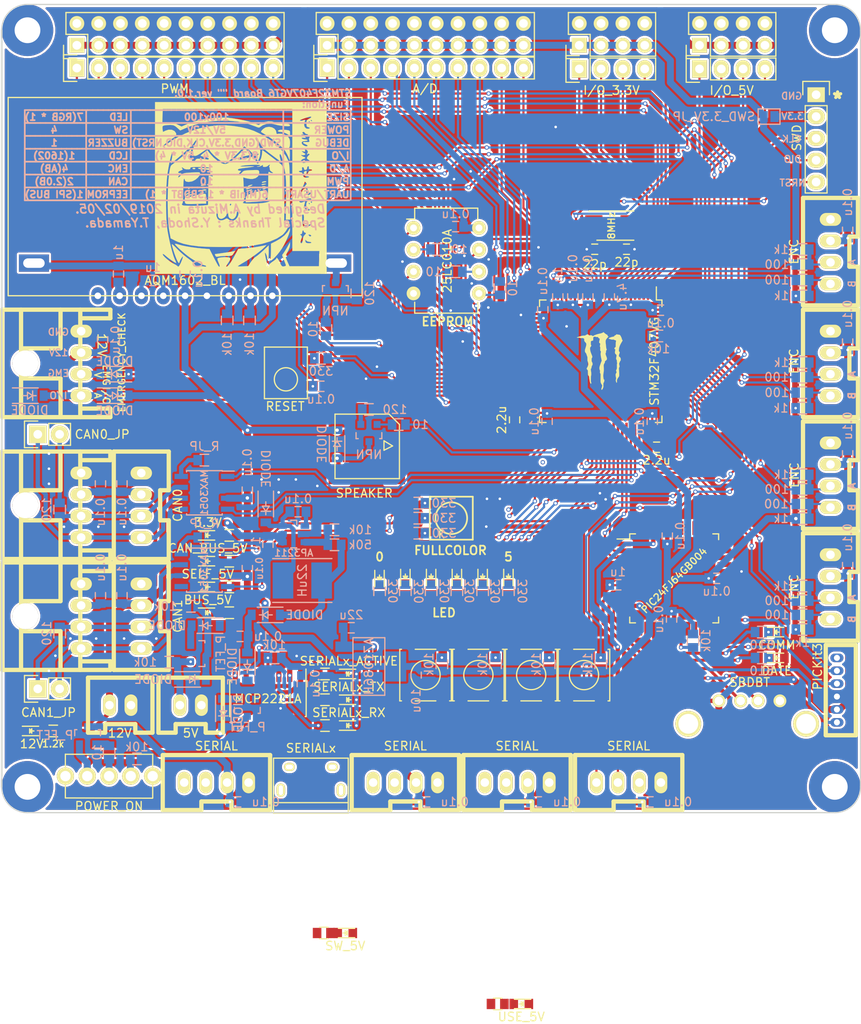
<source format=kicad_pcb>
(kicad_pcb (version 20171130) (host pcbnew "(5.0.0)")
  (layers (0 F.Cu signal) (31 B.Cu signal) (34 B.Paste user) (35 F.Paste user) (36 B.SilkS user) (37 F.SilkS user) (38 B.Mask user) (39 F.Mask user) (44 Edge.Cuts user))
  (net 0 "")
  (net 1 "Net-(C1-Pad1)")
  (net 2 GND)
  (net 3 +3.3V)
  (net 4 /CAN_BUS_5V)
  (net 5 +5V)
  (net 6 /OSC_OUT)
  (net 7 /NRST)
  (net 8 /OSC_IN)
  (net 9 "Net-(C18-Pad1)")
  (net 10 "Net-(C18-Pad2)")
  (net 11 +12V)
  (net 12 "Net-(D1-Pad2)")
  (net 13 "Net-(D2-Pad2)")
  (net 14 "Net-(D6-Pad1)")
  (net 15 "Net-(D7-Pad1)")
  (net 16 "Net-(D8-Pad1)")
  (net 17 "Net-(D9-Pad1)")
  (net 18 "Net-(D10-Pad1)")
  (net 19 "Net-(D11-Pad1)")
  (net 20 /XA_5V)
  (net 21 /5V)
  (net 22 "Net-(D13-Pad2)")
  (net 23 /BUS_5V)
  (net 24 "Net-(D15-Pad1)")
  (net 25 +5C)
  (net 26 "Net-(D17-Pad2)")
  (net 27 "Net-(IC1-Pad1)")
  (net 28 /USART1_TX)
  (net 29 /USART1_RX)
  (net 30 "Net-(IC1-Pad4)")
  (net 31 "Net-(IC1-Pad5)")
  (net 32 /D+)
  (net 33 /D-)
  (net 34 "Net-(IC1-Pad11)")
  (net 35 "Net-(IC1-Pad12)")
  (net 36 "Net-(IC1-Pad13)")
  (net 37 "Net-(IC1-Pad14)")
  (net 38 "Net-(IC1-Pad15)")
  (net 39 /MCLR)
  (net 40 "Net-(IC1-Pad19)")
  (net 41 "Net-(IC1-Pad20)")
  (net 42 /PGED1)
  (net 43 /PGEC1)
  (net 44 "Net-(IC1-Pad23)")
  (net 45 "Net-(IC1-Pad24)")
  (net 46 "Net-(IC1-Pad25)")
  (net 47 "Net-(IC1-Pad26)")
  (net 48 "Net-(IC1-Pad27)")
  (net 49 "Net-(IC1-Pad30)")
  (net 50 "Net-(IC1-Pad31)")
  (net 51 "Net-(IC1-Pad32)")
  (net 52 "Net-(IC1-Pad33)")
  (net 53 "Net-(IC1-Pad34)")
  (net 54 "Net-(IC1-Pad35)")
  (net 55 "Net-(IC1-Pad36)")
  (net 56 "Net-(IC1-Pad37)")
  (net 57 "Net-(IC1-Pad38)")
  (net 58 "Net-(IC1-Pad41)")
  (net 59 "Net-(IC1-Pad43)")
  (net 60 "Net-(IC1-Pad44)")
  (net 61 "Net-(P1-Pad6)")
  (net 62 "Net-(P2-Pad5)")
  (net 63 /USART3_TX)
  (net 64 /USART3_RX)
  (net 65 /TIM8_CH4)
  (net 66 /USART4_TX)
  (net 67 /USART4_RX)
  (net 68 /UART5_TX)
  (net 69 /UART5_RX)
  (net 70 "Net-(R25-Pad1)")
  (net 71 "Net-(C26-Pad1)")
  (net 72 "Net-(C27-Pad1)")
  (net 73 "Net-(U7-Pad1)")
  (net 74 "Net-(Q4-Pad3)")
  (net 75 "Net-(C29-Pad1)")
  (net 76 "Net-(C30-Pad2)")
  (net 77 "Net-(C30-Pad1)")
  (net 78 "Net-(D18-Pad1)")
  (net 79 "Net-(D20-Pad1)")
  (net 80 /CAN0_H)
  (net 81 /CAN1_H)
  (net 82 "Net-(JP3-Pad2)")
  (net 83 "Net-(LED1-Pad3)")
  (net 84 "Net-(P3-Pad3)")
  (net 85 "Net-(P3-Pad4)")
  (net 86 "Net-(P4-Pad4)")
  (net 87 "Net-(P4-Pad3)")
  (net 88 /D-_USB)
  (net 89 /D+_USB)
  (net 90 "Net-(P5-Pad4)")
  (net 91 "Net-(P5-Pad6)")
  (net 92 "Net-(P6-Pad4)")
  (net 93 "Net-(P6-Pad3)")
  (net 94 "Net-(P7-Pad3)")
  (net 95 "Net-(P7-Pad4)")
  (net 96 /CAN0_L)
  (net 97 /CAN1_L)
  (net 98 /SWCLK)
  (net 99 /SWDIO)
  (net 100 "Net-(Q2-Pad1)")
  (net 101 "Net-(Q4-Pad2)")
  (net 102 "Net-(Q4-Pad1)")
  (net 103 "Net-(Q5-Pad1)")
  (net 104 "Net-(Q5-Pad2)")
  (net 105 /TIM2_CH2)
  (net 106 /TIM2_CH1)
  (net 107 /TIM3_CH2)
  (net 108 /TIM3_CH1)
  (net 109 "Net-(R12-Pad1)")
  (net 110 /TIM4_CH2)
  (net 111 /TIM4_CH1)
  (net 112 /TIM5_CH2)
  (net 113 /TIM5_CH1)
  (net 114 /GP0)
  (net 115 /GP1)
  (net 116 /GP2)
  (net 117 "Net-(R32-Pad1)")
  (net 118 "Net-(R34-Pad2)")
  (net 119 /FB)
  (net 120 "Net-(R38-Pad2)")
  (net 121 "Net-(R39-Pad2)")
  (net 122 /I2C1_SDA)
  (net 123 /TIM10_CH1)
  (net 124 /I2C1_SCL)
  (net 125 /ADC12_IN10)
  (net 126 /ADC12_IN11)
  (net 127 /ADC12_IN2)
  (net 128 /ADC12_IN3)
  (net 129 /ADC12_IN4)
  (net 130 /TIM8_CH1)
  (net 131 /ADC12_IN14)
  (net 132 /ADC12_IN15)
  (net 133 /TIM8_CH2)
  (net 134 /ADC12_IN9)
  (net 135 /TIM1_CH1)
  (net 136 /TIM1_CH2)
  (net 137 /TIM1_CH3)
  (net 138 /TIM1_CH4)
  (net 139 /TIM12_CH1)
  (net 140 /TIM12_CH2)
  (net 141 /TIM8_CH3)
  (net 142 /TIM11_CH1)
  (net 143 "Net-(U3-Pad8)")
  (net 144 "Net-(U3-Pad9)")
  (net 145 "Net-(U3-Pad10)")
  (net 146 "Net-(U5-Pad5)")
  (net 147 /CAN1_RX)
  (net 148 /CAN1_TX)
  (net 149 /CAN2_TX)
  (net 150 /CAN2_RX)
  (net 151 "Net-(U6-Pad5)")
  (net 152 /PC15)
  (net 153 /PC13)
  (net 154 /PD11)
  (net 155 /TIM9_CH2)
  (net 156 /TIM9_CH1)
  (net 157 /PD3)
  (net 158 /PD10)
  (net 159 /PD14)
  (net 160 /PD15)
  (net 161 /PD4)
  (net 162 /PD7)
  (net 163 /PE0)
  (net 164 /PE1)
  (net 165 /PC14)
  (net 166 /PE2)
  (net 167 /PE3)
  (net 168 /PE4)
  (net 169 /SPI2_MISO)
  (net 170 /SPI2_MOSI)
  (net 171 /ADC12_IN5)
  (net 172 /ADC12_IN6)
  (net 173 /PB2)
  (net 174 /PE7)
  (net 175 /PE8)
  (net 176 /PE10)
  (net 177 /PE12)
  (net 178 /PE15)
  (net 179 /SPI2_SCK)
  (net 180 /PB11)
  (net 181 /USART6_TX)
  (net 182 /USART6_RX)
  (net 183 /USART2_TX)
  (net 184 /USART2_RX)
  (net 185 "Net-(R62-Pad1)")
  (net 186 "Net-(R63-Pad2)")
  (net 187 "Net-(R64-Pad2)")
  (net 188 /PA8)
  (net 189 "Net-(JP2-Pad1)")
  (net 190 "Net-(D26-Pad2)")
  (net 191 "Net-(D19-Pad2)")
  (net 192 "Net-(D21-Pad2)")
  (net 193 "Net-(D22-Pad2)")
  (net 194 "Net-(D23-Pad2)")
  (net 195 "Net-(D24-Pad2)")
  (net 196 "Net-(D25-Pad2)")
  (net 197 "Net-(JP1-Pad2)")
  (net 198 "Net-(R46-Pad2)")
  (net 199 "Net-(R47-Pad2)")
  (net 200 "Net-(R48-Pad2)")
  (net 201 /PD0)
  (net 202 /PD1)
  (net 203 "Net-(D3-Pad2)")
  (net 204 "Net-(D4-Pad2)")
  (net 205 "Net-(D5-Pad2)")
  (module Housings_DIP:DIP-8_W7.62mm (layer F.Cu) (at 100.95 69.99)
    (fp_text reference U12 hide)
    (fp_text value 25LC010A (at 3.924999 3.85 90) (layer F.SilkS))
    (pad 1 thru_hole oval (at 0 0) (size 1.6 1.6) (drill 0.8) (layers *.Cu *.Mask F.SilkS) (net 175 /PE8))
    (pad 2 thru_hole oval (at 0 2.54) (size 1.6 1.6) (drill 0.8) (layers *.Cu *.Mask F.SilkS) (net 185 "Net-(R62-Pad1)"))
    (pad 3 thru_hole oval (at 0 5.08) (size 1.6 1.6) (drill 0.8) (layers *.Cu *.Mask F.SilkS) (net 174 /PE7))
    (pad 4 thru_hole oval (at 0 7.62) (size 1.6 1.6) (drill 0.8) (layers *.Cu *.Mask F.SilkS) (net 2 GND))
    (pad 5 thru_hole oval (at 7.62 7.62) (size 1.6 1.6) (drill 0.8) (layers *.Cu *.Mask F.SilkS) (net 187 "Net-(R64-Pad2)"))
    (pad 6 thru_hole oval (at 7.62 5.08) (size 1.6 1.6) (drill 0.8) (layers *.Cu *.Mask F.SilkS) (net 186 "Net-(R63-Pad2)"))
    (pad 7 thru_hole oval (at 7.62 2.54) (size 1.6 1.6) (drill 0.8) (layers *.Cu *.Mask F.SilkS) (net 173 /PB2))
    (pad 8 thru_hole oval (at 7.62 0) (size 1.6 1.6) (drill 0.8) (layers *.Cu *.Mask F.SilkS) (net 3 +3.3V))
  )
  (module Resistors_SMD:R_0603 (layer F.Cu) (at 59 128.5)
    (fp_text reference R44 hide)
    (fp_text value 1.2k (at 0 1.5) (layer F.SilkS) (effects (font (size 0.8 0.8))))
    (pad 2 smd rect (at 0.78 0) (size 1 1.2) (layers F.Cu F.Paste F.Mask) (net 11 +12V))
    (pad 1 smd rect (at -0.78 0) (size 1 1.2) (layers F.Cu F.Paste F.Mask) (net 78 "Net-(D18-Pad1)"))
  )
  (module Resistors_SMD:R_0603 (layer B.Cu) (at 81.85 80.75 90)
    (fp_text reference R52 hide)
    (fp_text value 10k (at -2.75 0 90) (layer B.SilkS) (effects (justify mirror)))
    (pad 1 smd rect (at -0.78 0 90) (size 1 1.2) (layers B.Cu B.Paste B.Mask) (net 3 +3.3V))
    (pad 2 smd rect (at 0.78 0 90) (size 1 1.2) (layers B.Cu B.Paste B.Mask) (net 124 /I2C1_SCL))
  )
  (module Pin_Headers:Pin_Header_Straight_1x04 (layer F.Cu) (at 120.25 51.5 90)
    (fp_text reference P28 hide)
    (fp_text value I/O_3.3V (at -2.5 3.75 180) (layer F.SilkS))
    (pad 4 thru_hole oval (at 0 7.62 90) (size 2.032 1.7272) (drill 1.016) (layers *.Cu *.Mask F.SilkS) (net 168 /PE4))
    (pad 3 thru_hole oval (at 0 5.08 90) (size 2.032 1.7272) (drill 1.016) (layers *.Cu *.Mask F.SilkS) (net 153 /PC13))
    (pad 2 thru_hole oval (at 0 2.54 90) (size 2.032 1.7272) (drill 1.016) (layers *.Cu *.Mask F.SilkS) (net 165 /PC14))
    (pad 1 thru_hole rect (at 0 0 90) (size 2.032 1.7272) (drill 1.016) (layers *.Cu *.Mask F.SilkS) (net 152 /PC15))
  )
  (module Pin_Headers:Pin_Header_Straight_2x04 (layer F.Cu) (at 134.25 48.75 90)
    (fp_text reference P31 hide)
    (fp_text value I/O_5V_batt)
    (pad 1 thru_hole rect (at 0 0 90) (size 1.7272 1.7272) (drill 1.016) (layers *.Cu *.Mask F.SilkS) (net 5 +5V))
    (pad 2 thru_hole oval (at 2.54 0 90) (size 1.7272 1.7272) (drill 1.016) (layers *.Cu *.Mask F.SilkS) (net 2 GND))
    (pad 3 thru_hole oval (at 0 2.54 90) (size 1.7272 1.7272) (drill 1.016) (layers *.Cu *.Mask F.SilkS) (net 5 +5V))
    (pad 4 thru_hole oval (at 2.54 2.54 90) (size 1.7272 1.7272) (drill 1.016) (layers *.Cu *.Mask F.SilkS) (net 2 GND))
    (pad 5 thru_hole oval (at 0 5.08 90) (size 1.7272 1.7272) (drill 1.016) (layers *.Cu *.Mask F.SilkS) (net 5 +5V))
    (pad 6 thru_hole oval (at 2.54 5.08 90) (size 1.7272 1.7272) (drill 1.016) (layers *.Cu *.Mask F.SilkS) (net 2 GND))
    (pad 7 thru_hole oval (at 0 7.62 90) (size 1.7272 1.7272) (drill 1.016) (layers *.Cu *.Mask F.SilkS) (net 5 +5V))
    (pad 8 thru_hole oval (at 2.54 7.62 90) (size 1.7272 1.7272) (drill 1.016) (layers *.Cu *.Mask F.SilkS) (net 2 GND))
  )
  (module Pin_Headers:Pin_Header_Straight_1x04 (layer F.Cu) (at 134.25 51.5 90)
    (fp_text reference P29 hide)
    (fp_text value I/O_5V (at -2.5 3.75 180) (layer F.SilkS))
    (pad 1 thru_hole rect (at 0 0 90) (size 2.032 1.7272) (drill 1.016) (layers *.Cu *.Mask F.SilkS) (net 167 /PE3))
    (pad 2 thru_hole oval (at 0 2.54 90) (size 2.032 1.7272) (drill 1.016) (layers *.Cu *.Mask F.SilkS) (net 166 /PE2))
    (pad 3 thru_hole oval (at 0 5.08 90) (size 2.032 1.7272) (drill 1.016) (layers *.Cu *.Mask F.SilkS) (net 164 /PE1))
    (pad 4 thru_hole oval (at 0 7.62 90) (size 2.032 1.7272) (drill 1.016) (layers *.Cu *.Mask F.SilkS) (net 163 /PE0))
  )
  (module Pin_Headers:Pin_Header_Straight_2x04 (layer F.Cu) (at 120.25 48.75 90)
    (fp_text reference P30 hide)
    (fp_text value I/O_3.3V_batt)
    (pad 8 thru_hole oval (at 2.54 7.62 90) (size 1.7272 1.7272) (drill 1.016) (layers *.Cu *.Mask F.SilkS) (net 2 GND))
    (pad 7 thru_hole oval (at 0 7.62 90) (size 1.7272 1.7272) (drill 1.016) (layers *.Cu *.Mask F.SilkS) (net 3 +3.3V))
    (pad 6 thru_hole oval (at 2.54 5.08 90) (size 1.7272 1.7272) (drill 1.016) (layers *.Cu *.Mask F.SilkS) (net 2 GND))
    (pad 5 thru_hole oval (at 0 5.08 90) (size 1.7272 1.7272) (drill 1.016) (layers *.Cu *.Mask F.SilkS) (net 3 +3.3V))
    (pad 4 thru_hole oval (at 2.54 2.54 90) (size 1.7272 1.7272) (drill 1.016) (layers *.Cu *.Mask F.SilkS) (net 2 GND))
    (pad 3 thru_hole oval (at 0 2.54 90) (size 1.7272 1.7272) (drill 1.016) (layers *.Cu *.Mask F.SilkS) (net 3 +3.3V))
    (pad 2 thru_hole oval (at 2.54 0 90) (size 1.7272 1.7272) (drill 1.016) (layers *.Cu *.Mask F.SilkS) (net 2 GND))
    (pad 1 thru_hole rect (at 0 0 90) (size 1.7272 1.7272) (drill 1.016) (layers *.Cu *.Mask F.SilkS) (net 3 +3.3V))
  )
  (module Resistors_SMD:R_0603 (layer F.Cu) (at 79.5 108.75)
    (fp_text reference R28 hide)
    (fp_text value 510)
    (pad 2 smd rect (at 0.78 0) (size 1 1.2) (layers F.Cu F.Paste F.Mask) (net 4 /CAN_BUS_5V))
    (pad 1 smd rect (at -0.78 0) (size 1 1.2) (layers F.Cu F.Paste F.Mask) (net 16 "Net-(D8-Pad1)"))
  )
  (module Resistors_SMD:R_0603 (layer F.Cu) (at 110.75 160.25 180)
    (fp_text reference R30 hide)
    (fp_text value 510)
    (pad 2 smd rect (at 0.78 0 180) (size 1 1.2) (layers F.Cu F.Paste F.Mask) (net 5 +5V))
    (pad 1 smd rect (at -0.78 0 180) (size 1 1.2) (layers F.Cu F.Paste F.Mask) (net 18 "Net-(D10-Pad1)"))
  )
  (module Resistors_SMD:R_0603 (layer F.Cu) (at 79.5 111.75)
    (fp_text reference R26 hide)
    (fp_text value 510)
    (pad 2 smd rect (at 0.78 0) (size 1 1.2) (layers F.Cu F.Paste F.Mask) (net 20 /XA_5V))
    (pad 1 smd rect (at -0.78 0) (size 1 1.2) (layers F.Cu F.Paste F.Mask) (net 14 "Net-(D6-Pad1)"))
  )
  (module Resistors_SMD:R_0603 (layer F.Cu) (at 79.5 114.75)
    (fp_text reference R27 hide)
    (fp_text value 510)
    (pad 1 smd rect (at -0.78 0) (size 1 1.2) (layers F.Cu F.Paste F.Mask) (net 15 "Net-(D7-Pad1)"))
    (pad 2 smd rect (at 0.78 0) (size 1 1.2) (layers F.Cu F.Paste F.Mask) (net 23 /BUS_5V))
  )
  (module Resistors_SMD:R_0603 (layer F.Cu) (at 90.5 152 180)
    (fp_text reference R29 hide)
    (fp_text value 510)
    (pad 2 smd rect (at 0.78 0 180) (size 1 1.2) (layers F.Cu F.Paste F.Mask) (net 25 +5C))
    (pad 1 smd rect (at -0.78 0 180) (size 1 1.2) (layers F.Cu F.Paste F.Mask) (net 17 "Net-(D9-Pad1)"))
  )
  (module Resistors_SMD:R_0603 (layer F.Cu) (at 79.5 105.75)
    (fp_text reference R31 hide)
    (fp_text value 330)
    (pad 1 smd rect (at -0.78 0) (size 1 1.2) (layers F.Cu F.Paste F.Mask) (net 19 "Net-(D11-Pad1)"))
    (pad 2 smd rect (at 0.78 0) (size 1 1.2) (layers F.Cu F.Paste F.Mask) (net 3 +3.3V))
  )
  (module LEDs:LED_0603 (layer F.Cu) (at 77 114.75)
    (fp_text reference D7 hide)
    (fp_text value BUS_5V (at 0 -1.5) (layer F.SilkS))
    (pad 2 smd rect (at -0.88 0 180) (size 1 1.2) (layers F.Cu F.Paste F.Mask) (net 2 GND))
    (pad 1 smd rect (at 0.88 0 180) (size 1 1.2) (layers F.Cu F.Paste F.Mask) (net 15 "Net-(D7-Pad1)"))
  )
  (module LEDs:LED_0603 (layer F.Cu) (at 77 108.75)
    (fp_text reference D8 hide)
    (fp_text value CAN_BUS_5V (at 0 -1.5) (layer F.SilkS))
    (pad 1 smd rect (at 0.88 0 180) (size 1 1.2) (layers F.Cu F.Paste F.Mask) (net 16 "Net-(D8-Pad1)"))
    (pad 2 smd rect (at -0.88 0 180) (size 1 1.2) (layers F.Cu F.Paste F.Mask) (net 2 GND))
  )
  (module LEDs:LED_0603 (layer F.Cu) (at 93 152 180)
    (fp_text reference D9 hide)
    (fp_text value SW_5V (at 0 -1.5 180) (layer F.SilkS))
    (pad 2 smd rect (at -0.88 0) (size 1 1.2) (layers F.Cu F.Paste F.Mask) (net 2 GND))
    (pad 1 smd rect (at 0.88 0) (size 1 1.2) (layers F.Cu F.Paste F.Mask) (net 17 "Net-(D9-Pad1)"))
  )
  (module LEDs:LED_0603 (layer F.Cu) (at 77 105.75)
    (fp_text reference D11 hide)
    (fp_text value 3.3V (at 0 -1.5) (layer F.SilkS))
    (pad 2 smd rect (at -0.88 0 180) (size 1 1.2) (layers F.Cu F.Paste F.Mask) (net 2 GND))
    (pad 1 smd rect (at 0.88 0 180) (size 1 1.2) (layers F.Cu F.Paste F.Mask) (net 19 "Net-(D11-Pad1)"))
  )
  (module LEDs:LED_0603 (layer F.Cu) (at 77 111.75)
    (fp_text reference D6 hide)
    (fp_text value SELF_5V (at 0 -1.5) (layer F.SilkS))
    (pad 1 smd rect (at 0.88 0 180) (size 1 1.2) (layers F.Cu F.Paste F.Mask) (net 14 "Net-(D6-Pad1)"))
    (pad 2 smd rect (at -0.88 0 180) (size 1 1.2) (layers F.Cu F.Paste F.Mask) (net 2 GND))
  )
  (module LEDs:LED_0603 (layer F.Cu) (at 113.5 160.25 180)
    (fp_text reference D10 hide)
    (fp_text value USE_5V (at 0 -1.5 180) (layer F.SilkS))
    (pad 1 smd rect (at 0.88 0) (size 1 1.2) (layers F.Cu F.Paste F.Mask) (net 18 "Net-(D10-Pad1)"))
    (pad 2 smd rect (at -0.88 0) (size 1 1.2) (layers F.Cu F.Paste F.Mask) (net 2 GND))
  )
  (module LEDs:LED_0603 (layer F.Cu) (at 56.5 128.5)
    (fp_text reference D18 hide)
    (fp_text value 12V (at 0 1.5) (layer F.SilkS))
    (pad 2 smd rect (at -0.88 0 180) (size 1 1.2) (layers F.Cu F.Paste F.Mask) (net 2 GND))
    (pad 1 smd rect (at 0.88 0 180) (size 1 1.2) (layers F.Cu F.Paste F.Mask) (net 78 "Net-(D18-Pad1)"))
  )
  (module Housings_QFP:LQFP-100_14x14mm_Pitch0.5mm (layer F.Cu) (at 122.75 85.5 270)
    (fp_text reference U1 hide)
    (fp_text value STM32F407VG (at 0 -6.25 270) (layer F.SilkS))
    (pad 1 smd rect (at -7.9 -6 270) (size 1.5 0.28) (layers F.Cu F.Paste F.Mask) (net 166 /PE2))
    (pad 2 smd rect (at -7.9 -5.5 270) (size 1.5 0.28) (layers F.Cu F.Paste F.Mask) (net 167 /PE3))
    (pad 3 smd rect (at -7.9 -5 270) (size 1.5 0.28) (layers F.Cu F.Paste F.Mask) (net 168 /PE4))
    (pad 4 smd rect (at -7.9 -4.5 270) (size 1.5 0.28) (layers F.Cu F.Paste F.Mask) (net 156 /TIM9_CH1))
    (pad 5 smd rect (at -7.9 -4 270) (size 1.5 0.28) (layers F.Cu F.Paste F.Mask) (net 155 /TIM9_CH2))
    (pad 6 smd rect (at -7.9 -3.5 270) (size 1.5 0.28) (layers F.Cu F.Paste F.Mask) (net 3 +3.3V))
    (pad 7 smd rect (at -7.9 -3 270) (size 1.5 0.28) (layers F.Cu F.Paste F.Mask) (net 153 /PC13))
    (pad 8 smd rect (at -7.9 -2.5 270) (size 1.5 0.28) (layers F.Cu F.Paste F.Mask) (net 165 /PC14))
    (pad 9 smd rect (at -7.9 -2 270) (size 1.5 0.28) (layers F.Cu F.Paste F.Mask) (net 152 /PC15))
    (pad 10 smd rect (at -7.9 -1.5 270) (size 1.5 0.28) (layers F.Cu F.Paste F.Mask) (net 2 GND))
    (pad 11 smd rect (at -7.9 -1 270) (size 1.5 0.28) (layers F.Cu F.Paste F.Mask) (net 3 +3.3V))
    (pad 12 smd rect (at -7.9 -0.5 270) (size 1.5 0.28) (layers F.Cu F.Paste F.Mask) (net 8 /OSC_IN))
    (pad 13 smd rect (at -7.9 0 270) (size 1.5 0.28) (layers F.Cu F.Paste F.Mask) (net 6 /OSC_OUT))
    (pad 14 smd rect (at -7.9 0.5 270) (size 1.5 0.28) (layers F.Cu F.Paste F.Mask) (net 7 /NRST))
    (pad 15 smd rect (at -7.9 1 270) (size 1.5 0.28) (layers F.Cu F.Paste F.Mask) (net 125 /ADC12_IN10))
    (pad 16 smd rect (at -7.9 1.5 270) (size 1.5 0.28) (layers F.Cu F.Paste F.Mask) (net 126 /ADC12_IN11))
    (pad 17 smd rect (at -7.9 2 270) (size 1.5 0.28) (layers F.Cu F.Paste F.Mask) (net 169 /SPI2_MISO))
    (pad 18 smd rect (at -7.9 2.5 270) (size 1.5 0.28) (layers F.Cu F.Paste F.Mask) (net 170 /SPI2_MOSI))
    (pad 19 smd rect (at -7.9 3 270) (size 1.5 0.28) (layers F.Cu F.Paste F.Mask) (net 3 +3.3V))
    (pad 20 smd rect (at -7.9 3.5 270) (size 1.5 0.28) (layers F.Cu F.Paste F.Mask) (net 2 GND))
    (pad 21 smd rect (at -7.9 4 270) (size 1.5 0.28) (layers F.Cu F.Paste F.Mask) (net 3 +3.3V))
    (pad 22 smd rect (at -7.9 4.5 270) (size 1.5 0.28) (layers F.Cu F.Paste F.Mask) (net 3 +3.3V))
    (pad 23 smd rect (at -7.9 5 270) (size 1.5 0.28) (layers F.Cu F.Paste F.Mask) (net 113 /TIM5_CH1))
    (pad 24 smd rect (at -7.9 5.5 270) (size 1.5 0.28) (layers F.Cu F.Paste F.Mask) (net 112 /TIM5_CH2))
    (pad 25 smd rect (at -7.9 6 270) (size 1.5 0.28) (layers F.Cu F.Paste F.Mask) (net 127 /ADC12_IN2))
    (pad 26 smd rect (at -6 7.9) (size 1.5 0.28) (layers F.Cu F.Paste F.Mask) (net 128 /ADC12_IN3))
    (pad 27 smd rect (at -5.5 7.9) (size 1.5 0.28) (layers F.Cu F.Paste F.Mask) (net 2 GND))
    (pad 28 smd rect (at -5 7.9) (size 1.5 0.28) (layers F.Cu F.Paste F.Mask) (net 3 +3.3V))
    (pad 29 smd rect (at -4.5 7.9) (size 1.5 0.28) (layers F.Cu F.Paste F.Mask) (net 129 /ADC12_IN4))
    (pad 30 smd rect (at -4 7.9) (size 1.5 0.28) (layers F.Cu F.Paste F.Mask) (net 171 /ADC12_IN5))
    (pad 31 smd rect (at -3.5 7.9) (size 1.5 0.28) (layers F.Cu F.Paste F.Mask) (net 172 /ADC12_IN6))
    (pad 32 smd rect (at -3 7.9) (size 1.5 0.28) (layers F.Cu F.Paste F.Mask) (net 130 /TIM8_CH1))
    (pad 33 smd rect (at -2.5 7.9) (size 1.5 0.28) (layers F.Cu F.Paste F.Mask) (net 131 /ADC12_IN14))
    (pad 34 smd rect (at -2 7.9) (size 1.5 0.28) (layers F.Cu F.Paste F.Mask) (net 132 /ADC12_IN15))
    (pad 35 smd rect (at -1.5 7.9) (size 1.5 0.28) (layers F.Cu F.Paste F.Mask) (net 133 /TIM8_CH2))
    (pad 36 smd rect (at -1 7.9) (size 1.5 0.28) (layers F.Cu F.Paste F.Mask) (net 134 /ADC12_IN9))
    (pad 37 smd rect (at -0.5 7.9) (size 1.5 0.28) (layers F.Cu F.Paste F.Mask) (net 173 /PB2))
    (pad 38 smd rect (at 0 7.9) (size 1.5 0.28) (layers F.Cu F.Paste F.Mask) (net 174 /PE7))
    (pad 39 smd rect (at 0.5 7.9) (size 1.5 0.28) (layers F.Cu F.Paste F.Mask) (net 175 /PE8))
    (pad 40 smd rect (at 1 7.9) (size 1.5 0.28) (layers F.Cu F.Paste F.Mask) (net 135 /TIM1_CH1))
    (pad 41 smd rect (at 1.5 7.9) (size 1.5 0.28) (layers F.Cu F.Paste F.Mask) (net 176 /PE10))
    (pad 42 smd rect (at 2 7.9) (size 1.5 0.28) (layers F.Cu F.Paste F.Mask) (net 136 /TIM1_CH2))
    (pad 43 smd rect (at 2.5 7.9) (size 1.5 0.28) (layers F.Cu F.Paste F.Mask) (net 177 /PE12))
    (pad 44 smd rect (at 3 7.9) (size 1.5 0.28) (layers F.Cu F.Paste F.Mask) (net 137 /TIM1_CH3))
    (pad 45 smd rect (at 3.5 7.9) (size 1.5 0.28) (layers F.Cu F.Paste F.Mask) (net 138 /TIM1_CH4))
    (pad 46 smd rect (at 4 7.9) (size 1.5 0.28) (layers F.Cu F.Paste F.Mask) (net 178 /PE15))
    (pad 47 smd rect (at 4.5 7.9) (size 1.5 0.28) (layers F.Cu F.Paste F.Mask) (net 179 /SPI2_SCK))
    (pad 48 smd rect (at 5 7.9) (size 1.5 0.28) (layers F.Cu F.Paste F.Mask) (net 180 /PB11))
    (pad 49 smd rect (at 5.5 7.9) (size 1.5 0.28) (layers F.Cu F.Paste F.Mask) (net 71 "Net-(C26-Pad1)"))
    (pad 50 smd rect (at 6 7.9) (size 1.5 0.28) (layers F.Cu F.Paste F.Mask) (net 3 +3.3V))
    (pad 51 smd rect (at 7.9 6 270) (size 1.5 0.28) (layers F.Cu F.Paste F.Mask) (net 150 /CAN2_RX))
    (pad 52 smd rect (at 7.9 5.5 270) (size 1.5 0.28) (layers F.Cu F.Paste F.Mask) (net 149 /CAN2_TX))
    (pad 53 smd rect (at 7.9 5 270) (size 1.5 0.28) (layers F.Cu F.Paste F.Mask) (net 139 /TIM12_CH1))
    (pad 54 smd rect (at 7.9 4.5 270) (size 1.5 0.28) (layers F.Cu F.Paste F.Mask) (net 140 /TIM12_CH2))
    (pad 55 smd rect (at 7.9 4 270) (size 1.5 0.28) (layers F.Cu F.Paste F.Mask) (net 63 /USART3_TX))
    (pad 56 smd rect (at 7.9 3.5 270) (size 1.5 0.28) (layers F.Cu F.Paste F.Mask) (net 64 /USART3_RX))
    (pad 57 smd rect (at 7.9 3 270) (size 1.5 0.28) (layers F.Cu F.Paste F.Mask) (net 158 /PD10))
    (pad 58 smd rect (at 7.9 2.5 270) (size 1.5 0.28) (layers F.Cu F.Paste F.Mask) (net 154 /PD11))
    (pad 59 smd rect (at 7.9 2 270) (size 1.5 0.28) (layers F.Cu F.Paste F.Mask) (net 111 /TIM4_CH1))
    (pad 60 smd rect (at 7.9 1.5 270) (size 1.5 0.28) (layers F.Cu F.Paste F.Mask) (net 110 /TIM4_CH2))
    (pad 61 smd rect (at 7.9 1 270) (size 1.5 0.28) (layers F.Cu F.Paste F.Mask) (net 159 /PD14))
    (pad 62 smd rect (at 7.9 0.5 270) (size 1.5 0.28) (layers F.Cu F.Paste F.Mask) (net 160 /PD15))
    (pad 63 smd rect (at 7.9 0 270) (size 1.5 0.28) (layers F.Cu F.Paste F.Mask) (net 181 /USART6_TX))
    (pad 64 smd rect (at 7.9 -0.5 270) (size 1.5 0.28) (layers F.Cu F.Paste F.Mask) (net 182 /USART6_RX))
    (pad 65 smd rect (at 7.9 -1 270) (size 1.5 0.28) (layers F.Cu F.Paste F.Mask) (net 141 /TIM8_CH3))
    (pad 66 smd rect (at 7.9 -1.5 270) (size 1.5 0.28) (layers F.Cu F.Paste F.Mask) (net 65 /TIM8_CH4))
    (pad 67 smd rect (at 7.9 -2 270) (size 1.5 0.28) (layers F.Cu F.Paste F.Mask) (net 188 /PA8))
    (pad 68 smd rect (at 7.9 -2.5 270) (size 1.5 0.28) (layers F.Cu F.Paste F.Mask) (net 28 /USART1_TX))
    (pad 69 smd rect (at 7.9 -3 270) (size 1.5 0.28) (layers F.Cu F.Paste F.Mask) (net 29 /USART1_RX))
    (pad 70 smd rect (at 7.9 -3.5 270) (size 1.5 0.28) (layers F.Cu F.Paste F.Mask) (net 147 /CAN1_RX))
    (pad 71 smd rect (at 7.9 -4 270) (size 1.5 0.28) (layers F.Cu F.Paste F.Mask) (net 148 /CAN1_TX))
    (pad 72 smd rect (at 7.9 -4.5 270) (size 1.5 0.28) (layers F.Cu F.Paste F.Mask) (net 99 /SWDIO))
    (pad 73 smd rect (at 7.9 -5 270) (size 1.5 0.28) (layers F.Cu F.Paste F.Mask) (net 72 "Net-(C27-Pad1)"))
    (pad 74 smd rect (at 7.9 -5.5 270) (size 1.5 0.28) (layers F.Cu F.Paste F.Mask) (net 2 GND))
    (pad 75 smd rect (at 7.9 -6 270) (size 1.5 0.28) (layers F.Cu F.Paste F.Mask) (net 3 +3.3V))
    (pad 76 smd rect (at 6 -7.9) (size 1.5 0.28) (layers F.Cu F.Paste F.Mask) (net 98 /SWCLK))
    (pad 77 smd rect (at 5.5 -7.9) (size 1.5 0.28) (layers F.Cu F.Paste F.Mask) (net 106 /TIM2_CH1))
    (pad 78 smd rect (at 5 -7.9) (size 1.5 0.28) (layers F.Cu F.Paste F.Mask) (net 66 /USART4_TX))
    (pad 79 smd rect (at 4.5 -7.9) (size 1.5 0.28) (layers F.Cu F.Paste F.Mask) (net 67 /USART4_RX))
    (pad 80 smd rect (at 4 -7.9) (size 1.5 0.28) (layers F.Cu F.Paste F.Mask) (net 68 /UART5_TX))
    (pad 81 smd rect (at 3.5 -7.9) (size 1.5 0.28) (layers F.Cu F.Paste F.Mask) (net 201 /PD0))
    (pad 82 smd rect (at 3 -7.9) (size 1.5 0.28) (layers F.Cu F.Paste F.Mask) (net 202 /PD1))
    (pad 83 smd rect (at 2.5 -7.9) (size 1.5 0.28) (layers F.Cu F.Paste F.Mask) (net 69 /UART5_RX))
    (pad 84 smd rect (at 2 -7.9) (size 1.5 0.28) (layers F.Cu F.Paste F.Mask) (net 157 /PD3))
    (pad 85 smd rect (at 1.5 -7.9) (size 1.5 0.28) (layers F.Cu F.Paste F.Mask) (net 161 /PD4))
    (pad 86 smd rect (at 1 -7.9) (size 1.5 0.28) (layers F.Cu F.Paste F.Mask) (net 183 /USART2_TX))
    (pad 87 smd rect (at 0.5 -7.9) (size 1.5 0.28) (layers F.Cu F.Paste F.Mask) (net 184 /USART2_RX))
    (pad 88 smd rect (at 0 -7.9) (size 1.5 0.28) (layers F.Cu F.Paste F.Mask) (net 162 /PD7))
    (pad 89 smd rect (at -0.5 -7.9) (size 1.5 0.28) (layers F.Cu F.Paste F.Mask) (net 105 /TIM2_CH2))
    (pad 90 smd rect (at -1 -7.9) (size 1.5 0.28) (layers F.Cu F.Paste F.Mask) (net 108 /TIM3_CH1))
    (pad 91 smd rect (at -1.5 -7.9) (size 1.5 0.28) (layers F.Cu F.Paste F.Mask) (net 107 /TIM3_CH2))
    (pad 92 smd rect (at -2 -7.9) (size 1.5 0.28) (layers F.Cu F.Paste F.Mask) (net 124 /I2C1_SCL))
    (pad 93 smd rect (at -2.5 -7.9) (size 1.5 0.28) (layers F.Cu F.Paste F.Mask) (net 122 /I2C1_SDA))
    (pad 94 smd rect (at -3 -7.9) (size 1.5 0.28) (layers F.Cu F.Paste F.Mask) (net 70 "Net-(R25-Pad1)"))
    (pad 95 smd rect (at -3.5 -7.9) (size 1.5 0.28) (layers F.Cu F.Paste F.Mask) (net 123 /TIM10_CH1))
    (pad 96 smd rect (at -4 -7.9) (size 1.5 0.28) (layers F.Cu F.Paste F.Mask) (net 142 /TIM11_CH1))
    (pad 97 smd rect (at -4.5 -7.9) (size 1.5 0.28) (layers F.Cu F.Paste F.Mask) (net 163 /PE0))
    (pad 98 smd rect (at -5 -7.9) (size 1.5 0.28) (layers F.Cu F.Paste F.Mask) (net 164 /PE1))
    (pad 99 smd rect (at -5.5 -7.9) (size 1.5 0.28) (layers F.Cu F.Paste F.Mask) (net 2 GND))
    (pad 100 smd rect (at -6 -7.9) (size 1.5 0.28) (layers F.Cu F.Paste F.Mask) (net 3 +3.3V))
  )
  (module Capacitors_SMD:C_0603 (layer B.Cu) (at 123.75 78 270)
    (fp_text reference C35 hide)
    (fp_text value 4.7u (at 0 -1.5 270) (layer B.SilkS) (effects (justify mirror)))
    (pad 2 smd rect (at 0.93 0 270) (size 1 1.2) (layers B.Cu B.Paste B.Mask) (net 3 +3.3V))
    (pad 1 smd rect (at -0.95 0 270) (size 1 1.2) (layers B.Cu B.Paste B.Mask) (net 2 GND))
  )
  (module RP_KiCAD_Connector:XA_4LC (layer F.Cu) (at 62.25 111.4 270)
    (fp_text reference P14 hide)
    (fp_text value CAN1)
    (pad "" thru_hole circle (at 3.75 6.5 270) (size 3 3) (drill 3) (layers *.Cu *.Mask F.SilkS) (clearance -0.3))
    (pad 4 thru_hole oval (at 7.5 0 270) (size 1.5 2.5) (drill 1) (layers *.Cu *.Mask F.SilkS) (net 97 /CAN1_L))
    (pad 3 thru_hole oval (at 5 0 270) (size 1.5 2.5) (drill 1) (layers *.Cu *.Mask F.SilkS) (net 81 /CAN1_H))
    (pad 2 thru_hole oval (at 2.5 0 270) (size 1.5 2.5) (drill 1) (layers *.Cu *.Mask F.SilkS) (net 11 +12V))
    (pad 1 thru_hole oval (at 0 0 270) (size 1.5 2.5) (drill 1) (layers *.Cu *.Mask F.SilkS) (net 2 GND))
  )
  (module RP_KiCAD_Connector:XA_4T (layer F.Cu) (at 69.25 106 90)
    (fp_text reference P11 hide)
    (fp_text value CAN0 (at 3.75 4.25 90) (layer F.SilkS))
    (pad 1 thru_hole oval (at 7.5 0 90) (size 1.5 2.5) (drill 1) (layers *.Cu *.Mask F.SilkS) (net 2 GND))
    (pad 2 thru_hole oval (at 5 0 90) (size 1.5 2.5) (drill 1) (layers *.Cu *.Mask F.SilkS) (net 11 +12V))
    (pad 3 thru_hole oval (at 2.5 0 90) (size 1.5 2.5) (drill 1) (layers *.Cu *.Mask F.SilkS) (net 80 /CAN0_H))
    (pad 4 thru_hole oval (at 0 0 90) (size 1.5 2.5) (drill 1) (layers *.Cu *.Mask F.SilkS) (net 96 /CAN0_L))
  )
  (module Resistors_SMD:R_0603 (layer B.Cu) (at 101.5 105.5)
    (fp_text reference R46 hide)
    (fp_text value 330 (at 3.02 0) (layer B.SilkS) (effects (justify mirror)))
    (pad 1 smd rect (at -0.78 0) (size 1 1.2) (layers B.Cu B.Paste B.Mask) (net 2 GND))
    (pad 2 smd rect (at 0.78 0) (size 1 1.2) (layers B.Cu B.Paste B.Mask) (net 198 "Net-(R46-Pad2)"))
  )
  (module Resistors_SMD:R_0603 (layer B.Cu) (at 101.5 102)
    (fp_text reference R48 hide)
    (fp_text value 330 (at 3 0) (layer B.SilkS) (effects (justify mirror)))
    (pad 1 smd rect (at -0.78 0) (size 1 1.2) (layers B.Cu B.Paste B.Mask) (net 2 GND))
    (pad 2 smd rect (at 0.78 0) (size 1 1.2) (layers B.Cu B.Paste B.Mask) (net 200 "Net-(R48-Pad2)"))
  )
  (module Resistors_SMD:R_0603 (layer B.Cu) (at 101.5 103.75)
    (fp_text reference R47 hide)
    (fp_text value 330 (at 2.98 0) (layer B.SilkS) (effects (justify mirror)))
    (pad 2 smd rect (at 0.78 0) (size 1 1.2) (layers B.Cu B.Paste B.Mask) (net 199 "Net-(R47-Pad2)"))
    (pad 1 smd rect (at -0.78 0) (size 1 1.2) (layers B.Cu B.Paste B.Mask) (net 2 GND))
  )
  (module Mizz_lib:OSTBABS4C2B (layer F.Cu) (at 105.25 103.75 90)
    (fp_text reference U8 hide)
    (fp_text value OSTBABS4C2B hide)
    (pad 1 smd rect (at -1.6 2.6 90) (size 1 1.5) (layers F.Cu F.Paste F.Mask) (net 65 /TIM8_CH4))
    (pad 2 smd rect (at 0 2.6 90) (size 1 1.5) (layers F.Cu F.Paste F.Mask) (net 141 /TIM8_CH3))
    (pad 3 smd rect (at 1.6 2.6 90) (size 1 1.5) (layers F.Cu F.Paste F.Mask) (net 140 /TIM12_CH2))
    (pad 4 smd rect (at 1.6 -2.4 90) (size 1 1.5) (layers F.Cu F.Paste F.Mask) (net 200 "Net-(R48-Pad2)"))
    (pad 5 smd rect (at 0 -2.4 90) (size 1 1.5) (layers F.Cu F.Paste F.Mask) (net 199 "Net-(R47-Pad2)"))
    (pad 6 smd rect (at -1.6 -2.4 90) (size 1 1.5) (layers F.Cu F.Paste F.Mask) (net 198 "Net-(R46-Pad2)"))
  )
  (module Capacitors_SMD:C_0603 (layer B.Cu) (at 124.75 111.5)
    (fp_text reference C1 hide)
    (fp_text value 1u (at 0 -1.5) (layer B.SilkS) (effects (justify mirror)))
    (pad 1 smd rect (at -0.95 0) (size 1 1.2) (layers B.Cu B.Paste B.Mask) (net 1 "Net-(C1-Pad1)"))
    (pad 2 smd rect (at 0.93 0) (size 1 1.2) (layers B.Cu B.Paste B.Mask) (net 2 GND))
  )
  (module Capacitors_SMD:C_0603 (layer B.Cu) (at 136.25 110.75 180)
    (fp_text reference C2 hide)
    (fp_text value 0.1u (at 0 -1.5 180) (layer B.SilkS) (effects (justify mirror)))
    (pad 2 smd rect (at 0.93 0 180) (size 1 1.2) (layers B.Cu B.Paste B.Mask) (net 3 +3.3V))
    (pad 1 smd rect (at -0.95 0 180) (size 1 1.2) (layers B.Cu B.Paste B.Mask) (net 2 GND))
  )
  (module Capacitors_SMD:C_0603 (layer B.Cu) (at 130.5 105.82 270)
    (fp_text reference C3 hide)
    (fp_text value 0.1u (at 0 -1.5 270) (layer B.SilkS) (effects (justify mirror)))
    (pad 1 smd rect (at -0.95 0 270) (size 1 1.2) (layers B.Cu B.Paste B.Mask) (net 2 GND))
    (pad 2 smd rect (at 0.93 0 270) (size 1 1.2) (layers B.Cu B.Paste B.Mask) (net 3 +3.3V))
  )
  (module Capacitors_SMD:C_0603 (layer B.Cu) (at 131 115.5 90)
    (fp_text reference C4 hide)
    (fp_text value 0.1u (at 0 -1.5 90) (layer B.SilkS) (effects (justify mirror)))
    (pad 2 smd rect (at 0.93 0 90) (size 1 1.2) (layers B.Cu B.Paste B.Mask) (net 3 +3.3V))
    (pad 1 smd rect (at -0.95 0 90) (size 1 1.2) (layers B.Cu B.Paste B.Mask) (net 2 GND))
  )
  (module Capacitors_SMD:C_0603 (layer B.Cu) (at 80.75 117.5 180)
    (fp_text reference C5 hide)
    (fp_text value 0.1u (at -3.25 0 180) (layer B.SilkS) (effects (justify mirror)))
    (pad 1 smd rect (at -0.95 0 180) (size 1 1.2) (layers B.Cu B.Paste B.Mask) (net 4 /CAN_BUS_5V))
    (pad 2 smd rect (at 0.93 0 180) (size 1 1.2) (layers B.Cu B.Paste B.Mask) (net 2 GND))
  )
  (module Capacitors_SMD:C_0603 (layer B.Cu) (at 93.7 116.5)
    (fp_text reference C6 hide)
    (fp_text value 22u (at 0 -1.5) (layer B.SilkS) (effects (justify mirror)))
    (pad 1 smd rect (at -0.95 0) (size 1 1.2) (layers B.Cu B.Paste B.Mask) (net 5 +5V))
    (pad 2 smd rect (at 0.93 0) (size 1 1.2) (layers B.Cu B.Paste B.Mask) (net 2 GND))
  )
  (module Capacitors_SMD:C_0603 (layer B.Cu) (at 101.25 122 270)
    (fp_text reference C7 hide)
    (fp_text value 10u (at 3 0 270) (layer B.SilkS) (effects (justify mirror)))
    (pad 2 smd rect (at 0.93 0 270) (size 1 1.2) (layers B.Cu B.Paste B.Mask) (net 2 GND))
    (pad 1 smd rect (at -0.95 0 270) (size 1 1.2) (layers B.Cu B.Paste B.Mask) (net 3 +3.3V))
  )
  (module Capacitors_SMD:C_0603 (layer B.Cu) (at 151.5 96.25 270)
    (fp_text reference C8 hide)
    (fp_text value 0.1u (at -3.25 0 270) (layer B.SilkS) (effects (justify mirror)))
    (pad 2 smd rect (at 0.93 0 270) (size 1 1.2) (layers B.Cu B.Paste B.Mask) (net 5 +5V))
    (pad 1 smd rect (at -0.95 0 270) (size 1 1.2) (layers B.Cu B.Paste B.Mask) (net 2 GND))
  )
  (module Capacitors_SMD:C_0603 (layer B.Cu) (at 151.5 83.25 270)
    (fp_text reference C9 hide)
    (fp_text value 0.1u (at -3.25 0 270) (layer B.SilkS) (effects (justify mirror)))
    (pad 2 smd rect (at 0.93 0 270) (size 1 1.2) (layers B.Cu B.Paste B.Mask) (net 5 +5V))
    (pad 1 smd rect (at -0.95 0 270) (size 1 1.2) (layers B.Cu B.Paste B.Mask) (net 2 GND))
  )
  (module Capacitors_SMD:C_0603 (layer B.Cu) (at 88 123 270)
    (fp_text reference C10 hide)
    (fp_text value 0.1u (at 0 -1.5 270) (layer B.SilkS) (effects (justify mirror)))
    (pad 1 smd rect (at -0.95 0 270) (size 1 1.2) (layers B.Cu B.Paste B.Mask) (net 3 +3.3V))
    (pad 2 smd rect (at 0.93 0 270) (size 1 1.2) (layers B.Cu B.Paste B.Mask) (net 2 GND))
  )
  (module Capacitors_SMD:C_0603 (layer F.Cu) (at 122.05 72.47 180)
    (fp_text reference C11 hide)
    (fp_text value 22p (at 0 -1.75 180) (layer F.SilkS))
    (pad 2 smd rect (at 0.93 0 180) (size 1 1.2) (layers F.Cu F.Paste F.Mask) (net 2 GND))
    (pad 1 smd rect (at -0.95 0 180) (size 1 1.2) (layers F.Cu F.Paste F.Mask) (net 6 /OSC_OUT))
  )
  (module Capacitors_SMD:C_0603 (layer B.Cu) (at 90.18 88.41)
    (fp_text reference C12 hide)
    (fp_text value 0.1u (at 0 1.5) (layer B.SilkS) (effects (justify mirror)))
    (pad 2 smd rect (at 0.93 0) (size 1 1.2) (layers B.Cu B.Paste B.Mask) (net 2 GND))
    (pad 1 smd rect (at -0.95 0) (size 1 1.2) (layers B.Cu B.Paste B.Mask) (net 7 /NRST))
  )
  (module Capacitors_SMD:C_0603 (layer F.Cu) (at 125.75 72.47)
    (fp_text reference C13 hide)
    (fp_text value 22p (at 0 1.5) (layer F.SilkS))
    (pad 1 smd rect (at -0.95 0) (size 1 1.2) (layers F.Cu F.Paste F.Mask) (net 8 /OSC_IN))
    (pad 2 smd rect (at 0.93 0) (size 1 1.2) (layers F.Cu F.Paste F.Mask) (net 2 GND))
  )
  (module Capacitors_SMD:C_0603 (layer B.Cu) (at 151.5 70.25 270)
    (fp_text reference C14 hide)
    (fp_text value 0.1u (at -3.25 0 270) (layer B.SilkS) (effects (justify mirror)))
    (pad 1 smd rect (at -0.95 0 270) (size 1 1.2) (layers B.Cu B.Paste B.Mask) (net 2 GND))
    (pad 2 smd rect (at 0.93 0 270) (size 1 1.2) (layers B.Cu B.Paste B.Mask) (net 5 +5V))
  )
  (module Capacitors_SMD:C_0603 (layer B.Cu) (at 151.5 109.25 270)
    (fp_text reference C15 hide)
    (fp_text value 0.1u (at -3.25 0 270) (layer B.SilkS) (effects (justify mirror)))
    (pad 1 smd rect (at -0.95 0 270) (size 1 1.2) (layers B.Cu B.Paste B.Mask) (net 2 GND))
    (pad 2 smd rect (at 0.93 0 270) (size 1 1.2) (layers B.Cu B.Paste B.Mask) (net 5 +5V))
  )
  (module Capacitors_SMD:C_0603 (layer B.Cu) (at 128.5 136.75 180)
    (fp_text reference C16 hide)
    (fp_text value 0.1u (at -3.25 0 180) (layer B.SilkS) (effects (justify mirror)))
    (pad 2 smd rect (at 0.93 0 180) (size 1 1.2) (layers B.Cu B.Paste B.Mask) (net 5 +5V))
    (pad 1 smd rect (at -0.95 0 180) (size 1 1.2) (layers B.Cu B.Paste B.Mask) (net 2 GND))
  )
  (module Capacitors_SMD:C_0603 (layer B.Cu) (at 115.5 136.75 180)
    (fp_text reference C17 hide)
    (fp_text value 0.1u (at -3.32 0 180) (layer B.SilkS) (effects (justify mirror)))
    (pad 1 smd rect (at -0.95 0 180) (size 1 1.2) (layers B.Cu B.Paste B.Mask) (net 2 GND))
    (pad 2 smd rect (at 0.93 0 180) (size 1 1.2) (layers B.Cu B.Paste B.Mask) (net 5 +5V))
  )
  (module Capacitors_SMD:C_0603 (layer B.Cu) (at 87.5 103)
    (fp_text reference C18 hide)
    (fp_text value 0.1u (at 0 -1.5) (layer B.SilkS) (effects (justify mirror)))
    (pad 1 smd rect (at -0.95 0) (size 1 1.2) (layers B.Cu B.Paste B.Mask) (net 9 "Net-(C18-Pad1)"))
    (pad 2 smd rect (at 0.93 0) (size 1 1.2) (layers B.Cu B.Paste B.Mask) (net 10 "Net-(C18-Pad2)"))
  )
  (module Capacitors_SMD:C_0603 (layer B.Cu) (at 84 106.8 270)
    (fp_text reference C19 hide)
    (fp_text value 1u (at 0 1.4 270) (layer B.SilkS) (effects (justify mirror)))
    (pad 2 smd rect (at 0.93 0 270) (size 1 1.2) (layers B.Cu B.Paste B.Mask) (net 2 GND))
    (pad 1 smd rect (at -0.95 0 270) (size 1 1.2) (layers B.Cu B.Paste B.Mask) (net 11 +12V))
  )
  (module Capacitors_SMD:C_0603 (layer B.Cu) (at 81.6 100.47 270)
    (fp_text reference C20 hide)
    (fp_text value 0.1u (at -3.2 0 270) (layer B.SilkS) (effects (justify mirror)))
    (pad 1 smd rect (at -0.95 0 270) (size 1 1.2) (layers B.Cu B.Paste B.Mask) (net 2 GND))
    (pad 2 smd rect (at 0.93 0 270) (size 1 1.2) (layers B.Cu B.Paste B.Mask) (net 3 +3.3V))
  )
  (module Capacitors_SMD:C_0603 (layer B.Cu) (at 81.6 109.6 270)
    (fp_text reference C21 hide)
    (fp_text value 0.1u (at 0 -1.4 270) (layer B.SilkS) (effects (font (size 0.8 0.8)) (justify mirror)))
    (pad 2 smd rect (at 0.93 0 270) (size 1 1.2) (layers B.Cu B.Paste B.Mask) (net 3 +3.3V))
    (pad 1 smd rect (at -0.95 0 270) (size 1 1.2) (layers B.Cu B.Paste B.Mask) (net 2 GND))
  )
  (module Capacitors_SMD:C_0603 (layer B.Cu) (at 67 99.75 270)
    (fp_text reference C22 hide)
    (fp_text value 0.1u (at 3.25 0 270) (layer B.SilkS) (effects (justify mirror)))
    (pad 1 smd rect (at -0.95 0 270) (size 1 1.2) (layers B.Cu B.Paste B.Mask) (net 2 GND))
    (pad 2 smd rect (at 0.93 0 270) (size 1 1.2) (layers B.Cu B.Paste B.Mask) (net 11 +12V))
  )
  (module Capacitors_SMD:C_0603 (layer B.Cu) (at 67 112.75 270)
    (fp_text reference C23 hide)
    (fp_text value 0.1u (at -3.25 0 270) (layer B.SilkS) (effects (justify mirror)))
    (pad 2 smd rect (at 0.93 0 270) (size 1 1.2) (layers B.Cu B.Paste B.Mask) (net 11 +12V))
    (pad 1 smd rect (at -0.95 0 270) (size 1 1.2) (layers B.Cu B.Paste B.Mask) (net 2 GND))
  )
  (module Capacitors_SMD:C_0603 (layer B.Cu) (at 102.5 136.75 180)
    (fp_text reference C24 hide)
    (fp_text value 0.1u (at -3.25 0 180) (layer B.SilkS) (effects (justify mirror)))
    (pad 2 smd rect (at 0.93 0 180) (size 1 1.2) (layers B.Cu B.Paste B.Mask) (net 5 +5V))
    (pad 1 smd rect (at -0.95 0 180) (size 1 1.2) (layers B.Cu B.Paste B.Mask) (net 2 GND))
  )
  (module Capacitors_SMD:C_0603 (layer B.Cu) (at 80.5 136.75 180)
    (fp_text reference C25 hide)
    (fp_text value 0.1u (at -3.25 0 180) (layer B.SilkS) (effects (justify mirror)))
    (pad 1 smd rect (at -0.95 0 180) (size 1 1.2) (layers B.Cu B.Paste B.Mask) (net 2 GND))
    (pad 2 smd rect (at 0.93 0 180) (size 1 1.2) (layers B.Cu B.Paste B.Mask) (net 5 +5V))
  )
  (module LEDs:LED_0603 (layer F.Cu) (at 143.25 120)
    (fp_text reference D1 hide)
    (fp_text value DATE (at 0 1.5) (layer F.SilkS))
    (pad 2 smd rect (at -0.88 0 180) (size 1 1.2) (layers F.Cu F.Paste F.Mask) (net 12 "Net-(D1-Pad2)"))
    (pad 1 smd rect (at 0.88 0 180) (size 1 1.2) (layers F.Cu F.Paste F.Mask) (net 5 +5V))
  )
  (module LEDs:LED_0603 (layer F.Cu) (at 143.25 117)
    (fp_text reference D2 hide)
    (fp_text value COMM (at 0 1.5) (layer F.SilkS))
    (pad 1 smd rect (at 0.88 0 180) (size 1 1.2) (layers F.Cu F.Paste F.Mask) (net 5 +5V))
    (pad 2 smd rect (at -0.88 0 180) (size 1 1.2) (layers F.Cu F.Paste F.Mask) (net 13 "Net-(D2-Pad2)"))
  )
  (module LEDs:LED_0603 (layer F.Cu) (at 93.42 127.87)
    (fp_text reference D3 hide)
    (fp_text value SERIALx_RX (at 0 -1.5) (layer F.SilkS))
    (pad 1 smd rect (at 0.88 0 180) (size 1 1.2) (layers F.Cu F.Paste F.Mask) (net 3 +3.3V))
    (pad 2 smd rect (at -0.88 0 180) (size 1 1.2) (layers F.Cu F.Paste F.Mask) (net 203 "Net-(D3-Pad2)"))
  )
  (module LEDs:LED_0603 (layer F.Cu) (at 93.42 124.87)
    (fp_text reference D4 hide)
    (fp_text value SERIALx_TX (at 0 -1.5) (layer F.SilkS))
    (pad 2 smd rect (at -0.88 0 180) (size 1 1.2) (layers F.Cu F.Paste F.Mask) (net 204 "Net-(D4-Pad2)"))
    (pad 1 smd rect (at 0.88 0 180) (size 1 1.2) (layers F.Cu F.Paste F.Mask) (net 3 +3.3V))
  )
  (module LEDs:LED_0603 (layer F.Cu) (at 93.42 121.87)
    (fp_text reference D5 hide)
    (fp_text value SERIALx_ACTIVE (at 0 -1.5) (layer F.SilkS))
    (pad 1 smd rect (at 0.88 0 180) (size 1 1.2) (layers F.Cu F.Paste F.Mask) (net 3 +3.3V))
    (pad 2 smd rect (at -0.88 0 180) (size 1 1.2) (layers F.Cu F.Paste F.Mask) (net 205 "Net-(D5-Pad2)"))
  )
  (module Mizz_lib:SOD-123 (layer B.Cu) (at 75.135 122.5)
    (fp_text reference D12 hide)
    (fp_text value DIODE (at -4.5 0) (layer B.SilkS) (effects (justify mirror)))
    (pad 1 smd rect (at -1.635 0) (size 0.91 1.22) (layers B.Cu B.Paste B.Mask) (net 20 /XA_5V))
    (pad 2 smd rect (at 1.635 0) (size 0.91 1.22) (layers B.Cu B.Paste B.Mask) (net 21 /5V))
  )
  (module Mizz_lib:SOD-123 (layer B.Cu) (at 76.75 116.25 180)
    (fp_text reference D13 hide)
    (fp_text value DIODE (at 4.5 0 180) (layer B.SilkS) (effects (justify mirror)))
    (pad 2 smd rect (at 1.635 0 180) (size 0.91 1.22) (layers B.Cu B.Paste B.Mask) (net 22 "Net-(D13-Pad2)"))
    (pad 1 smd rect (at -1.635 0 180) (size 0.91 1.22) (layers B.Cu B.Paste B.Mask) (net 23 /BUS_5V))
  )
  (module Mizz_lib:SOD-123 (layer B.Cu) (at 83.75 102.6 270)
    (fp_text reference D14 hide)
    (fp_text value DIODE (at -4.6 -0.05 270) (layer B.SilkS) (effects (justify mirror)))
    (pad 2 smd rect (at 1.635 0 270) (size 0.91 1.22) (layers B.Cu B.Paste B.Mask) (net 9 "Net-(C18-Pad1)"))
    (pad 1 smd rect (at -1.635 0 270) (size 0.91 1.22) (layers B.Cu B.Paste B.Mask) (net 2 GND))
  )
  (module Mizz_lib:SOD-123 (layer B.Cu) (at 83.75 115 180)
    (fp_text reference D15 hide)
    (fp_text value DIODE (at -4.5 0 180) (layer B.SilkS) (effects (justify mirror)))
    (pad 1 smd rect (at -1.635 0 180) (size 0.91 1.22) (layers B.Cu B.Paste B.Mask) (net 24 "Net-(D15-Pad1)"))
    (pad 2 smd rect (at 1.635 0 180) (size 0.91 1.22) (layers B.Cu B.Paste B.Mask) (net 4 /CAN_BUS_5V))
  )
  (module Mizz_lib:SOD-123 (layer B.Cu) (at 78.8 126.4 270)
    (fp_text reference D16 hide)
    (fp_text value DIODE (at 0 -1.75 270) (layer B.SilkS) (effects (justify mirror)))
    (pad 2 smd rect (at 1.635 0 270) (size 0.91 1.22) (layers B.Cu B.Paste B.Mask) (net 25 +5C))
    (pad 1 smd rect (at -1.635 0 270) (size 0.91 1.22) (layers B.Cu B.Paste B.Mask) (net 21 /5V))
  )
  (module Mizz_lib:SOD-123 (layer B.Cu) (at 81.6 121 270)
    (fp_text reference D17 hide)
    (fp_text value DIODE (at 0 1.75 270) (layer B.SilkS) (effects (justify mirror)))
    (pad 1 smd rect (at -1.635 0 270) (size 0.91 1.22) (layers B.Cu B.Paste B.Mask) (net 4 /CAN_BUS_5V))
    (pad 2 smd rect (at 1.635 0 270) (size 0.91 1.22) (layers B.Cu B.Paste B.Mask) (net 26 "Net-(D17-Pad2)"))
  )
  (module Housings_QFP:LQFP-44_10x10mm_Pitch0.8mm (layer F.Cu) (at 131.3 110.75)
    (fp_text reference IC1 hide)
    (fp_text value PIC24FJ64GB004 (at 0 0.25 45) (layer F.SilkS) (effects (font (size 0.8 0.8))))
    (pad 1 smd rect (at -5.85 -4) (size 1.6 0.56) (layers F.Cu F.Paste F.Mask) (net 27 "Net-(IC1-Pad1)"))
    (pad 2 smd rect (at -5.85 -3.2) (size 1.6 0.56) (layers F.Cu F.Paste F.Mask) (net 28 /USART1_TX))
    (pad 3 smd rect (at -5.85 -2.4) (size 1.6 0.56) (layers F.Cu F.Paste F.Mask) (net 29 /USART1_RX))
    (pad 4 smd rect (at -5.85 -1.6) (size 1.6 0.56) (layers F.Cu F.Paste F.Mask) (net 30 "Net-(IC1-Pad4)"))
    (pad 5 smd rect (at -5.85 -0.8) (size 1.6 0.56) (layers F.Cu F.Paste F.Mask) (net 31 "Net-(IC1-Pad5)"))
    (pad 6 smd rect (at -5.85 0) (size 1.6 0.56) (layers F.Cu F.Paste F.Mask) (net 2 GND))
    (pad 7 smd rect (at -5.85 0.8) (size 1.6 0.56) (layers F.Cu F.Paste F.Mask) (net 1 "Net-(C1-Pad1)"))
    (pad 8 smd rect (at -5.85 1.6) (size 1.6 0.56) (layers F.Cu F.Paste F.Mask) (net 32 /D+))
    (pad 9 smd rect (at -5.85 2.4) (size 1.6 0.56) (layers F.Cu F.Paste F.Mask) (net 33 /D-))
    (pad 10 smd rect (at -5.85 3.2) (size 1.6 0.56) (layers F.Cu F.Paste F.Mask) (net 3 +3.3V))
    (pad 11 smd rect (at -5.85 4) (size 1.6 0.56) (layers F.Cu F.Paste F.Mask) (net 34 "Net-(IC1-Pad11)"))
    (pad 12 smd rect (at -4 5.85 90) (size 1.6 0.56) (layers F.Cu F.Paste F.Mask) (net 35 "Net-(IC1-Pad12)"))
    (pad 13 smd rect (at -3.2 5.85 90) (size 1.6 0.56) (layers F.Cu F.Paste F.Mask) (net 36 "Net-(IC1-Pad13)"))
    (pad 14 smd rect (at -2.4 5.85 90) (size 1.6 0.56) (layers F.Cu F.Paste F.Mask) (net 37 "Net-(IC1-Pad14)"))
    (pad 15 smd rect (at -1.6 5.85 90) (size 1.6 0.56) (layers F.Cu F.Paste F.Mask) (net 38 "Net-(IC1-Pad15)"))
    (pad 16 smd rect (at -0.8 5.85 90) (size 1.6 0.56) (layers F.Cu F.Paste F.Mask) (net 2 GND))
    (pad 17 smd rect (at 0 5.85 90) (size 1.6 0.56) (layers F.Cu F.Paste F.Mask) (net 3 +3.3V))
    (pad 18 smd rect (at 0.8 5.85 90) (size 1.6 0.56) (layers F.Cu F.Paste F.Mask) (net 39 /MCLR))
    (pad 19 smd rect (at 1.6 5.85 90) (size 1.6 0.56) (layers F.Cu F.Paste F.Mask) (net 40 "Net-(IC1-Pad19)"))
    (pad 20 smd rect (at 2.4 5.85 90) (size 1.6 0.56) (layers F.Cu F.Paste F.Mask) (net 41 "Net-(IC1-Pad20)"))
    (pad 21 smd rect (at 3.2 5.85 90) (size 1.6 0.56) (layers F.Cu F.Paste F.Mask) (net 42 /PGED1))
    (pad 22 smd rect (at 4 5.85 90) (size 1.6 0.56) (layers F.Cu F.Paste F.Mask) (net 43 /PGEC1))
    (pad 23 smd rect (at 5.85 4) (size 1.6 0.56) (layers F.Cu F.Paste F.Mask) (net 44 "Net-(IC1-Pad23)"))
    (pad 24 smd rect (at 5.85 3.2) (size 1.6 0.56) (layers F.Cu F.Paste F.Mask) (net 45 "Net-(IC1-Pad24)"))
    (pad 25 smd rect (at 5.85 2.4) (size 1.6 0.56) (layers F.Cu F.Paste F.Mask) (net 46 "Net-(IC1-Pad25)"))
    (pad 26 smd rect (at 5.85 1.6) (size 1.6 0.56) (layers F.Cu F.Paste F.Mask) (net 47 "Net-(IC1-Pad26)"))
    (pad 27 smd rect (at 5.85 0.8) (size 1.6 0.56) (layers F.Cu F.Paste F.Mask) (net 48 "Net-(IC1-Pad27)"))
    (pad 28 smd rect (at 5.85 0) (size 1.6 0.56) (layers F.Cu F.Paste F.Mask) (net 3 +3.3V))
    (pad 29 smd rect (at 5.85 -0.8) (size 1.6 0.56) (layers F.Cu F.Paste F.Mask) (net 2 GND))
    (pad 30 smd rect (at 5.85 -1.6) (size 1.6 0.56) (layers F.Cu F.Paste F.Mask) (net 49 "Net-(IC1-Pad30)"))
    (pad 31 smd rect (at 5.85 -2.4) (size 1.6 0.56) (layers F.Cu F.Paste F.Mask) (net 50 "Net-(IC1-Pad31)"))
    (pad 32 smd rect (at 5.85 -3.2) (size 1.6 0.56) (layers F.Cu F.Paste F.Mask) (net 51 "Net-(IC1-Pad32)"))
    (pad 33 smd rect (at 5.85 -4) (size 1.6 0.56) (layers F.Cu F.Paste F.Mask) (net 52 "Net-(IC1-Pad33)"))
    (pad 34 smd rect (at 4 -5.85 90) (size 1.6 0.56) (layers F.Cu F.Paste F.Mask) (net 53 "Net-(IC1-Pad34)"))
    (pad 35 smd rect (at 3.2 -5.85 90) (size 1.6 0.56) (layers F.Cu F.Paste F.Mask) (net 54 "Net-(IC1-Pad35)"))
    (pad 36 smd rect (at 2.4 -5.85 90) (size 1.6 0.56) (layers F.Cu F.Paste F.Mask) (net 55 "Net-(IC1-Pad36)"))
    (pad 37 smd rect (at 1.6 -5.85 90) (size 1.6 0.56) (layers F.Cu F.Paste F.Mask) (net 56 "Net-(IC1-Pad37)"))
    (pad 38 smd rect (at 0.8 -5.85 90) (size 1.6 0.56) (layers F.Cu F.Paste F.Mask) (net 57 "Net-(IC1-Pad38)"))
    (pad 39 smd rect (at 0 -5.85 90) (size 1.6 0.56) (layers F.Cu F.Paste F.Mask) (net 2 GND))
    (pad 40 smd rect (at -0.8 -5.85 90) (size 1.6 0.56) (layers F.Cu F.Paste F.Mask) (net 3 +3.3V))
    (pad 41 smd rect (at -1.6 -5.85 90) (size 1.6 0.56) (layers F.Cu F.Paste F.Mask) (net 58 "Net-(IC1-Pad41)"))
    (pad 42 smd rect (at -2.4 -5.85 90) (size 1.6 0.56) (layers F.Cu F.Paste F.Mask) (net 5 +5V))
    (pad 43 smd rect (at -3.2 -5.85 90) (size 1.6 0.56) (layers F.Cu F.Paste F.Mask) (net 59 "Net-(IC1-Pad43)"))
    (pad 44 smd rect (at -4 -5.85 90) (size 1.6 0.56) (layers F.Cu F.Paste F.Mask) (net 60 "Net-(IC1-Pad44)"))
  )
  (module Inductors:Inductor_Taiyo-Yuden_NR-50xx_HandSoldering (layer B.Cu) (at 88 111)
    (fp_text reference L1 hide)
    (fp_text value 22uH (at 0 0 -90) (layer B.SilkS) (effects (justify mirror)))
    (pad 2 smd rect (at 2.25 0) (size 2.4 4.2) (layers B.Cu B.Paste B.Mask) (net 24 "Net-(D15-Pad1)"))
    (pad 1 smd rect (at -2.25 0) (size 2.4 4.2) (layers B.Cu B.Paste B.Mask) (net 9 "Net-(C18-Pad1)"))
  )
  (module RP_KiCAD_Connector:ZH_6T (layer F.Cu) (at 150.25 127.5 90)
    (fp_text reference P1 hide)
    (fp_text value PICKit3 (at 6.5 -2.25 90) (layer F.SilkS))
    (pad 1 thru_hole oval (at 0 0 90) (size 1 1.524) (drill 0.7) (layers *.Cu *.Mask) (net 39 /MCLR))
    (pad 2 thru_hole oval (at 1.5 0 90) (size 1 1.524) (drill 0.7) (layers *.Cu *.Mask) (net 5 +5V))
    (pad 3 thru_hole oval (at 3 0 90) (size 1 1.524) (drill 0.7) (layers *.Cu *.Mask) (net 2 GND))
    (pad 4 thru_hole oval (at 4.5 0 90) (size 1 1.524) (drill 0.7) (layers *.Cu *.Mask) (net 42 /PGED1))
    (pad 5 thru_hole oval (at 6 0 90) (size 1 1.524) (drill 0.7) (layers *.Cu *.Mask) (net 43 /PGEC1))
    (pad 6 thru_hole oval (at 7.5 0 90) (size 1 1.524) (drill 0.7) (layers *.Cu *.Mask) (net 61 "Net-(P1-Pad6)"))
  )
  (module Mizz_lib:USB_A (layer F.Cu) (at 136.5 125)
    (fp_text reference P2 hide)
    (fp_text value SBDBT (at 3.6 -2.15) (layer F.SilkS))
    (pad 4 thru_hole circle (at 7.11286 -0.00212 270) (size 1.50114 1.50114) (drill 1.00076) (layers *.Cu *.Mask F.SilkS) (net 2 GND))
    (pad 3 thru_hole circle (at 4.57286 -0.00212 270) (size 1.50114 1.50114) (drill 1.00076) (layers *.Cu *.Mask F.SilkS) (net 32 /D+))
    (pad 2 thru_hole circle (at 2.54086 -0.00212 270) (size 1.50114 1.50114) (drill 1.00076) (layers *.Cu *.Mask F.SilkS) (net 33 /D-))
    (pad 1 thru_hole circle (at 0.00086 -0.00212 270) (size 1.50114 1.50114) (drill 1.00076) (layers *.Cu *.Mask F.SilkS) (net 5 +5V))
    (pad 5 thru_hole circle (at 10.16086 2.66488 270) (size 2.99974 2.99974) (drill 2.30124) (layers *.Cu *.Mask F.SilkS) (net 62 "Net-(P2-Pad5)"))
    (pad 5 thru_hole circle (at -3.55514 2.66488 270) (size 2.99974 2.99974) (drill 2.30124) (layers *.Cu *.Mask F.SilkS) (net 62 "Net-(P2-Pad5)"))
  )
  (module Resistors_SMD:R_0603 (layer B.Cu) (at 133.5 118 90)
    (fp_text reference R1 hide)
    (fp_text value 10k (at 0 1.5 90) (layer B.SilkS) (effects (justify mirror)))
    (pad 1 smd rect (at -0.78 0 90) (size 1 1.2) (layers B.Cu B.Paste B.Mask) (net 39 /MCLR))
    (pad 2 smd rect (at 0.78 0 90) (size 1 1.2) (layers B.Cu B.Paste B.Mask) (net 3 +3.3V))
  )
  (module Resistors_SMD:R_0603 (layer B.Cu) (at 141.5 120 180)
    (fp_text reference R2 hide)
    (fp_text value 510 (at 0 -1.5 180) (layer B.SilkS) (effects (justify mirror)))
    (pad 1 smd rect (at -0.78 0 180) (size 1 1.2) (layers B.Cu B.Paste B.Mask) (net 12 "Net-(D1-Pad2)"))
    (pad 2 smd rect (at 0.78 0 180) (size 1 1.2) (layers B.Cu B.Paste B.Mask) (net 37 "Net-(IC1-Pad14)"))
  )
  (module Resistors_SMD:R_0603 (layer B.Cu) (at 141.5 117 180)
    (fp_text reference R3 hide)
    (fp_text value 510 (at 0 -1.5 180) (layer B.SilkS) (effects (justify mirror)))
    (pad 2 smd rect (at 0.78 0 180) (size 1 1.2) (layers B.Cu B.Paste B.Mask) (net 38 "Net-(IC1-Pad15)"))
    (pad 1 smd rect (at -0.78 0 180) (size 1 1.2) (layers B.Cu B.Paste B.Mask) (net 13 "Net-(D2-Pad2)"))
  )
  (module Mylib_Device:AZ1086H (layer B.Cu) (at 95.75 121 90)
    (fp_text reference U2 hide)
    (fp_text value AZ1086H (at 0 0 90) (layer B.SilkS) (effects (justify mirror)))
    (pad 2 smd rect (at 0 -2.9 90) (size 1.2 2) (layers B.Cu B.Paste B.Mask) (net 3 +3.3V))
    (pad 1 smd rect (at -2.3 -2.9 90) (size 1.2 2) (layers B.Cu B.Paste B.Mask) (net 2 GND))
    (pad 3 smd rect (at 2.3 -2.9 90) (size 1.2 2) (layers B.Cu B.Paste B.Mask) (net 5 +5V))
    (pad 2 smd rect (at 0 3.1 90) (size 3.5 2.5) (layers B.Cu B.Paste B.Mask) (net 3 +3.3V))
  )
  (module Capacitors_SMD:C_0603 (layer F.Cu) (at 112.72 92.31 270)
    (fp_text reference C26 hide)
    (fp_text value 2.2u (at 0 1.5 270) (layer F.SilkS))
    (pad 1 smd rect (at -0.95 0 270) (size 1 1.2) (layers F.Cu F.Paste F.Mask) (net 71 "Net-(C26-Pad1)"))
    (pad 2 smd rect (at 0.93 0 270) (size 1 1.2) (layers F.Cu F.Paste F.Mask) (net 2 GND))
  )
  (module Capacitors_SMD:C_0603 (layer F.Cu) (at 129.25 95.5)
    (fp_text reference C27 hide)
    (fp_text value 2.2u (at 0 1.5) (layer F.SilkS))
    (pad 2 smd rect (at 0.93 0) (size 1 1.2) (layers F.Cu F.Paste F.Mask) (net 2 GND))
    (pad 1 smd rect (at -0.95 0) (size 1 1.2) (layers F.Cu F.Paste F.Mask) (net 72 "Net-(C27-Pad1)"))
  )
  (module Capacitors_SMD:C_0603 (layer B.Cu) (at 74.35 75.35 270)
    (fp_text reference C28 hide)
    (fp_text value 0.1u (at 0 -1.5 270) (layer B.SilkS) (effects (justify mirror)))
    (pad 1 smd rect (at -0.95 0 270) (size 1 1.2) (layers B.Cu B.Paste B.Mask) (net 2 GND))
    (pad 2 smd rect (at 0.93 0 270) (size 1 1.2) (layers B.Cu B.Paste B.Mask) (net 3 +3.3V))
  )
  (module Capacitors_SMD:C_0603 (layer B.Cu) (at 66.6 75.35 90)
    (fp_text reference C29 hide)
    (fp_text value 1u (at 2.5 0 90) (layer B.SilkS) (effects (justify mirror)))
    (pad 1 smd rect (at -0.95 0 90) (size 1 1.2) (layers B.Cu B.Paste B.Mask) (net 75 "Net-(C29-Pad1)"))
    (pad 2 smd rect (at 0.93 0 90) (size 1 1.2) (layers B.Cu B.Paste B.Mask) (net 3 +3.3V))
  )
  (module Capacitors_SMD:C_0603 (layer B.Cu) (at 70.6 76.1)
    (fp_text reference C30 hide)
    (fp_text value 1u (at 0 -1.5) (layer B.SilkS) (effects (justify mirror)))
    (pad 2 smd rect (at 0.93 0) (size 1 1.2) (layers B.Cu B.Paste B.Mask) (net 76 "Net-(C30-Pad2)"))
    (pad 1 smd rect (at -0.95 0) (size 1 1.2) (layers B.Cu B.Paste B.Mask) (net 77 "Net-(C30-Pad1)"))
  )
  (module Capacitors_SMD:C_0603 (layer B.Cu) (at 64.5 99.75 270)
    (fp_text reference C31 hide)
    (fp_text value 0.1u (at 3.3 0 90) (layer B.SilkS) (effects (justify mirror)))
    (pad 1 smd rect (at -0.95 0 270) (size 1 1.2) (layers B.Cu B.Paste B.Mask) (net 2 GND))
    (pad 2 smd rect (at 0.93 0 270) (size 1 1.2) (layers B.Cu B.Paste B.Mask) (net 11 +12V))
  )
  (module Capacitors_SMD:C_0603 (layer B.Cu) (at 64.5 112.75 270)
    (fp_text reference C32 hide)
    (fp_text value 0.1u (at -3.25 0 270) (layer B.SilkS) (effects (justify mirror)))
    (pad 2 smd rect (at 0.93 0 270) (size 1 1.2) (layers B.Cu B.Paste B.Mask) (net 11 +12V))
    (pad 1 smd rect (at -0.95 0 270) (size 1 1.2) (layers B.Cu B.Paste B.Mask) (net 2 GND))
  )
  (module LEDs:LED_0603 (layer F.Cu) (at 96.988703 110.62 90)
    (fp_text reference D19 hide)
    (fp_text value LED)
    (pad 1 smd rect (at 0.88 0 270) (size 1 1.2) (layers F.Cu F.Paste F.Mask) (net 158 /PD10))
    (pad 2 smd rect (at -0.88 0 270) (size 1 1.2) (layers F.Cu F.Paste F.Mask) (net 191 "Net-(D19-Pad2)"))
  )
  (module Mizz_lib:SOD-123 (layer B.Cu) (at 92.05 95.15 90)
    (fp_text reference D20 hide)
    (fp_text value DIODE (at 0 -1.75 90) (layer B.SilkS) (effects (justify mirror)))
    (pad 1 smd rect (at -1.635 0 90) (size 0.91 1.22) (layers B.Cu B.Paste B.Mask) (net 79 "Net-(D20-Pad1)"))
    (pad 2 smd rect (at 1.635 0 90) (size 0.91 1.22) (layers B.Cu B.Paste B.Mask) (net 3 +3.3V))
  )
  (module Mizz_lib:TSHD (layer F.Cu) (at 86 86.75 90)
    (fp_text reference LED1 hide)
    (fp_text value RESET (at -4 0 -180) (layer F.SilkS))
    (pad 1 smd rect (at -1.6 3.04 90) (size 1.1 1.5) (layers F.Cu F.Paste F.Mask) (net 7 /NRST))
    (pad 3 smd rect (at 1.4 3.04 90) (size 1.1 1.5) (layers F.Cu F.Paste F.Mask) (net 83 "Net-(LED1-Pad3)"))
    (pad 2 smd rect (at -1.6 -2.86 90) (size 1.1 1.5) (layers F.Cu F.Paste F.Mask) (net 2 GND))
    (pad 4 smd rect (at 1.4 -2.86 90) (size 1.1 1.5) (layers F.Cu F.Paste F.Mask) (net 2 GND))
  )
  (module RP_KiCAD_Connector:XA_4T (layer F.Cu) (at 149.5 102.5 90)
    (fp_text reference P3 hide)
    (fp_text value ENC (at 3.759999 -4.200001 90) (layer F.SilkS))
    (pad 4 thru_hole oval (at 0 0 90) (size 1.5 2.5) (drill 1) (layers *.Cu *.Mask F.SilkS) (net 85 "Net-(P3-Pad4)"))
    (pad 3 thru_hole oval (at 2.5 0 90) (size 1.5 2.5) (drill 1) (layers *.Cu *.Mask F.SilkS) (net 84 "Net-(P3-Pad3)"))
    (pad 2 thru_hole oval (at 5 0 90) (size 1.5 2.5) (drill 1) (layers *.Cu *.Mask F.SilkS) (net 5 +5V))
    (pad 1 thru_hole oval (at 7.5 0 90) (size 1.5 2.5) (drill 1) (layers *.Cu *.Mask F.SilkS) (net 2 GND))
  )
  (module RP_KiCAD_Connector:XA_4T (layer F.Cu) (at 149.5 89.5 90)
    (fp_text reference P4 hide)
    (fp_text value ENC (at 4 -4.25 90) (layer F.SilkS))
    (pad 1 thru_hole oval (at 7.5 0 90) (size 1.5 2.5) (drill 1) (layers *.Cu *.Mask F.SilkS) (net 2 GND))
    (pad 2 thru_hole oval (at 5 0 90) (size 1.5 2.5) (drill 1) (layers *.Cu *.Mask F.SilkS) (net 5 +5V))
    (pad 3 thru_hole oval (at 2.5 0 90) (size 1.5 2.5) (drill 1) (layers *.Cu *.Mask F.SilkS) (net 87 "Net-(P4-Pad3)"))
    (pad 4 thru_hole oval (at 0 0 90) (size 1.5 2.5) (drill 1) (layers *.Cu *.Mask F.SilkS) (net 86 "Net-(P4-Pad4)"))
  )
  (module Connect:USB_Micro-B (layer F.Cu) (at 89 134.25)
    (fp_text reference P5 hide)
    (fp_text value SERIALx (at 0 -3.75) (layer F.SilkS))
    (pad 1 smd rect (at -1.3009 -1.56254 90) (size 1.35 0.4) (layers F.Cu F.Paste F.Mask) (net 23 /BUS_5V))
    (pad 2 smd rect (at -0.6509 -1.56254 90) (size 1.35 0.4) (layers F.Cu F.Paste F.Mask) (net 88 /D-_USB))
    (pad 3 smd rect (at -0.0009 -1.56254 90) (size 1.35 0.4) (layers F.Cu F.Paste F.Mask) (net 89 /D+_USB))
    (pad 4 smd rect (at 0.6491 -1.56254 90) (size 1.35 0.4) (layers F.Cu F.Paste F.Mask) (net 90 "Net-(P5-Pad4)"))
    (pad 5 smd rect (at 1.2991 -1.56254 90) (size 1.35 0.4) (layers F.Cu F.Paste F.Mask) (net 2 GND))
    (pad 6 thru_hole oval (at -2.5009 -1.56254 90) (size 0.95 1.25) (drill oval 0.55 0.85) (layers *.Cu *.Mask F.SilkS) (net 91 "Net-(P5-Pad6)"))
    (pad 6 thru_hole oval (at 2.4991 -1.56254 90) (size 0.95 1.25) (drill oval 0.55 0.85) (layers *.Cu *.Mask F.SilkS) (net 91 "Net-(P5-Pad6)"))
    (pad 6 thru_hole oval (at -3.5009 1.13746 90) (size 1.55 1) (drill oval 1.15 0.5) (layers *.Cu *.Mask F.SilkS) (net 91 "Net-(P5-Pad6)"))
    (pad 6 thru_hole oval (at 3.4991 1.13746 90) (size 1.55 1) (drill oval 1.15 0.5) (layers *.Cu *.Mask F.SilkS) (net 91 "Net-(P5-Pad6)"))
  )
  (module RP_KiCAD_Connector:XA_4T (layer F.Cu) (at 149.5 76.5 90)
    (fp_text reference P6 hide)
    (fp_text value ENC (at 3.75 -4.25 90) (layer F.SilkS))
    (pad 1 thru_hole oval (at 7.5 0 90) (size 1.5 2.5) (drill 1) (layers *.Cu *.Mask F.SilkS) (net 2 GND))
    (pad 2 thru_hole oval (at 5 0 90) (size 1.5 2.5) (drill 1) (layers *.Cu *.Mask F.SilkS) (net 5 +5V))
    (pad 3 thru_hole oval (at 2.5 0 90) (size 1.5 2.5) (drill 1) (layers *.Cu *.Mask F.SilkS) (net 93 "Net-(P6-Pad3)"))
    (pad 4 thru_hole oval (at 0 0 90) (size 1.5 2.5) (drill 1) (layers *.Cu *.Mask F.SilkS) (net 92 "Net-(P6-Pad4)"))
  )
  (module RP_KiCAD_Connector:XA_4T (layer F.Cu) (at 149.5 115.5 90)
    (fp_text reference P7 hide)
    (fp_text value ENC (at 3.75 -4.25 90) (layer F.SilkS))
    (pad 4 thru_hole oval (at 0 0 90) (size 1.5 2.5) (drill 1) (layers *.Cu *.Mask F.SilkS) (net 95 "Net-(P7-Pad4)"))
    (pad 3 thru_hole oval (at 2.5 0 90) (size 1.5 2.5) (drill 1) (layers *.Cu *.Mask F.SilkS) (net 94 "Net-(P7-Pad3)"))
    (pad 2 thru_hole oval (at 5 0 90) (size 1.5 2.5) (drill 1) (layers *.Cu *.Mask F.SilkS) (net 5 +5V))
    (pad 1 thru_hole oval (at 7.5 0 90) (size 1.5 2.5) (drill 1) (layers *.Cu *.Mask F.SilkS) (net 2 GND))
  )
  (module RP_KiCAD_Connector:XA_4T (layer F.Cu) (at 122.25 134.5)
    (fp_text reference P8 hide)
    (fp_text value SERIAL (at 3.75 -4.25) (layer F.SilkS))
    (pad 4 thru_hole oval (at 0 0) (size 1.5 2.5) (drill 1) (layers *.Cu *.Mask F.SilkS) (net 184 /USART2_RX))
    (pad 3 thru_hole oval (at 2.5 0) (size 1.5 2.5) (drill 1) (layers *.Cu *.Mask F.SilkS) (net 183 /USART2_TX))
    (pad 2 thru_hole oval (at 5 0) (size 1.5 2.5) (drill 1) (layers *.Cu *.Mask F.SilkS) (net 5 +5V))
    (pad 1 thru_hole oval (at 7.5 0) (size 1.5 2.5) (drill 1) (layers *.Cu *.Mask F.SilkS) (net 2 GND))
  )
  (module RP_KiCAD_Connector:XA_4T (layer F.Cu) (at 109.25 134.5)
    (fp_text reference P9 hide)
    (fp_text value SERIAL (at 3.75 -4.25) (layer F.SilkS))
    (pad 1 thru_hole oval (at 7.5 0) (size 1.5 2.5) (drill 1) (layers *.Cu *.Mask F.SilkS) (net 2 GND))
    (pad 2 thru_hole oval (at 5 0) (size 1.5 2.5) (drill 1) (layers *.Cu *.Mask F.SilkS) (net 5 +5V))
    (pad 3 thru_hole oval (at 2.5 0) (size 1.5 2.5) (drill 1) (layers *.Cu *.Mask F.SilkS) (net 68 /UART5_TX))
    (pad 4 thru_hole oval (at 0 0) (size 1.5 2.5) (drill 1) (layers *.Cu *.Mask F.SilkS) (net 69 /UART5_RX))
  )
  (module RP_KiCAD_Connector:XA_2T (layer F.Cu) (at 73.75 125.5)
    (fp_text reference P10 hide)
    (fp_text value 5V (at 1.25 3.25) (layer F.SilkS))
    (pad 1 thru_hole oval (at 2.5 0) (size 1.5 2.5) (drill 1) (layers *.Cu *.Mask F.SilkS) (net 2 GND))
    (pad 2 thru_hole oval (at 0 0) (size 1.5 2.5) (drill 1) (layers *.Cu *.Mask F.SilkS) (net 20 /XA_5V))
  )
  (module RP_KiCAD_Connector:XA_4T (layer F.Cu) (at 69.25 118.9 90)
    (fp_text reference P12 hide)
    (fp_text value CAN1 (at 3.75 4.25 90) (layer F.SilkS))
    (pad 4 thru_hole oval (at 0 0 90) (size 1.5 2.5) (drill 1) (layers *.Cu *.Mask F.SilkS) (net 97 /CAN1_L))
    (pad 3 thru_hole oval (at 2.5 0 90) (size 1.5 2.5) (drill 1) (layers *.Cu *.Mask F.SilkS) (net 81 /CAN1_H))
    (pad 2 thru_hole oval (at 5 0 90) (size 1.5 2.5) (drill 1) (layers *.Cu *.Mask F.SilkS) (net 11 +12V))
    (pad 1 thru_hole oval (at 7.5 0 90) (size 1.5 2.5) (drill 1) (layers *.Cu *.Mask F.SilkS) (net 2 GND))
  )
  (module RP_KiCAD_Connector:XA_4LC (layer F.Cu) (at 62.25 98.5 270)
    (fp_text reference P13 hide)
    (fp_text value CAN0)
    (pad 1 thru_hole oval (at 0 0 270) (size 1.5 2.5) (drill 1) (layers *.Cu *.Mask F.SilkS) (net 2 GND))
    (pad 2 thru_hole oval (at 2.5 0 270) (size 1.5 2.5) (drill 1) (layers *.Cu *.Mask F.SilkS) (net 11 +12V))
    (pad 3 thru_hole oval (at 5 0 270) (size 1.5 2.5) (drill 1) (layers *.Cu *.Mask F.SilkS) (net 80 /CAN0_H))
    (pad 4 thru_hole oval (at 7.5 0 270) (size 1.5 2.5) (drill 1) (layers *.Cu *.Mask F.SilkS) (net 96 /CAN0_L))
    (pad "" thru_hole circle (at 3.75 6.5 270) (size 3 3) (drill 3) (layers *.Cu *.Mask F.SilkS) (clearance -0.3))
  )
  (module RP_KiCAD_Connector:XA_4T (layer F.Cu) (at 96.25 134.5)
    (fp_text reference P15 hide)
    (fp_text value SERIAL (at 3.75 -4.25) (layer F.SilkS))
    (pad 1 thru_hole oval (at 7.5 0) (size 1.5 2.5) (drill 1) (layers *.Cu *.Mask F.SilkS) (net 2 GND))
    (pad 2 thru_hole oval (at 5 0) (size 1.5 2.5) (drill 1) (layers *.Cu *.Mask F.SilkS) (net 5 +5V))
    (pad 3 thru_hole oval (at 2.5 0) (size 1.5 2.5) (drill 1) (layers *.Cu *.Mask F.SilkS) (net 66 /USART4_TX))
    (pad 4 thru_hole oval (at 0 0) (size 1.5 2.5) (drill 1) (layers *.Cu *.Mask F.SilkS) (net 67 /USART4_RX))
  )
  (module RP_KiCAD_Connector:XA_4T (layer F.Cu) (at 74.25 134.5)
    (fp_text reference P16 hide)
    (fp_text value SERIAL (at 3.75 -4.25) (layer F.SilkS))
    (pad 4 thru_hole oval (at 0 0) (size 1.5 2.5) (drill 1) (layers *.Cu *.Mask F.SilkS) (net 64 /USART3_RX))
    (pad 3 thru_hole oval (at 2.5 0) (size 1.5 2.5) (drill 1) (layers *.Cu *.Mask F.SilkS) (net 63 /USART3_TX))
    (pad 2 thru_hole oval (at 5 0) (size 1.5 2.5) (drill 1) (layers *.Cu *.Mask F.SilkS) (net 5 +5V))
    (pad 1 thru_hole oval (at 7.5 0) (size 1.5 2.5) (drill 1) (layers *.Cu *.Mask F.SilkS) (net 2 GND))
  )
  (module RP_KiCAD_Connector:XA_2T (layer F.Cu) (at 65.55 125.5)
    (fp_text reference P17 hide)
    (fp_text value 12V (at 1.2 3.25) (layer F.SilkS))
    (pad 2 thru_hole oval (at 0 0) (size 1.5 2.5) (drill 1) (layers *.Cu *.Mask F.SilkS) (net 11 +12V))
    (pad 1 thru_hole oval (at 2.5 0) (size 1.5 2.5) (drill 1) (layers *.Cu *.Mask F.SilkS) (net 2 GND))
  )
  (module Pin_Headers:Pin_Header_Straight_1x05 (layer F.Cu) (at 147.83 54.5)
    (fp_text reference P18 hide)
    (fp_text value SWD (at -2.25 5 90) (layer F.SilkS))
    (pad 5 thru_hole oval (at 0 10.16) (size 2.032 1.7272) (drill 1.016) (layers *.Cu *.Mask F.SilkS) (net 7 /NRST))
    (pad 4 thru_hole oval (at 0 7.62) (size 2.032 1.7272) (drill 1.016) (layers *.Cu *.Mask F.SilkS) (net 99 /SWDIO))
    (pad 3 thru_hole oval (at 0 5.08) (size 2.032 1.7272) (drill 1.016) (layers *.Cu *.Mask F.SilkS) (net 98 /SWCLK))
    (pad 2 thru_hole oval (at 0 2.54) (size 2.032 1.7272) (drill 1.016) (layers *.Cu *.Mask F.SilkS) (net 82 "Net-(JP3-Pad2)"))
    (pad 1 thru_hole rect (at 0 0) (size 2.032 1.7272) (drill 1.016) (layers *.Cu *.Mask F.SilkS) (net 2 GND))
  )
  (module Pin_Headers:Pin_Header_Straight_1x10 (layer F.Cu) (at 90.89 51.4 90)
    (fp_text reference P23 hide)
    (fp_text value A/D (at -2.4 11.4 180) (layer F.SilkS))
    (pad 1 thru_hole rect (at 0 0 90) (size 2.032 1.7272) (drill 1.016) (layers *.Cu *.Mask F.SilkS) (net 134 /ADC12_IN9))
    (pad 2 thru_hole oval (at 0 2.54 90) (size 2.032 1.7272) (drill 1.016) (layers *.Cu *.Mask F.SilkS) (net 132 /ADC12_IN15))
    (pad 3 thru_hole oval (at 0 5.08 90) (size 2.032 1.7272) (drill 1.016) (layers *.Cu *.Mask F.SilkS) (net 131 /ADC12_IN14))
    (pad 4 thru_hole oval (at 0 7.62 90) (size 2.032 1.7272) (drill 1.016) (layers *.Cu *.Mask F.SilkS) (net 172 /ADC12_IN6))
    (pad 5 thru_hole oval (at 0 10.16 90) (size 2.032 1.7272) (drill 1.016) (layers *.Cu *.Mask F.SilkS) (net 171 /ADC12_IN5))
    (pad 6 thru_hole oval (at 0 12.7 90) (size 2.032 1.7272) (drill 1.016) (layers *.Cu *.Mask F.SilkS) (net 129 /ADC12_IN4))
    (pad 7 thru_hole oval (at 0 15.24 90) (size 2.032 1.7272) (drill 1.016) (layers *.Cu *.Mask F.SilkS) (net 128 /ADC12_IN3))
    (pad 8 thru_hole oval (at 0 17.78 90) (size 2.032 1.7272) (drill 1.016) (layers *.Cu *.Mask F.SilkS) (net 127 /ADC12_IN2))
    (pad 9 thru_hole oval (at 0 20.32 90) (size 2.032 1.7272) (drill 1.016) (layers *.Cu *.Mask F.SilkS) (net 126 /ADC12_IN11))
    (pad 10 thru_hole oval (at 0 22.86 90) (size 2.032 1.7272) (drill 1.016) (layers *.Cu *.Mask F.SilkS) (net 125 /ADC12_IN10))
  )
  (module Pin_Headers:Pin_Header_Straight_1x10 (layer F.Cu) (at 61.75 51.4 90)
    (fp_text reference P24 hide)
    (fp_text value PWM (at -2.4 11.4 180) (layer F.SilkS))
    (pad 10 thru_hole oval (at 0 22.86 90) (size 2.032 1.7272) (drill 1.016) (layers *.Cu *.Mask F.SilkS) (net 123 /TIM10_CH1))
    (pad 9 thru_hole oval (at 0 20.32 90) (size 2.032 1.7272) (drill 1.016) (layers *.Cu *.Mask F.SilkS) (net 142 /TIM11_CH1))
    (pad 8 thru_hole oval (at 0 17.78 90) (size 2.032 1.7272) (drill 1.016) (layers *.Cu *.Mask F.SilkS) (net 156 /TIM9_CH1))
    (pad 7 thru_hole oval (at 0 15.24 90) (size 2.032 1.7272) (drill 1.016) (layers *.Cu *.Mask F.SilkS) (net 155 /TIM9_CH2))
    (pad 6 thru_hole oval (at 0 12.7 90) (size 2.032 1.7272) (drill 1.016) (layers *.Cu *.Mask F.SilkS) (net 130 /TIM8_CH1))
    (pad 5 thru_hole oval (at 0 10.16 90) (size 2.032 1.7272) (drill 1.016) (layers *.Cu *.Mask F.SilkS) (net 133 /TIM8_CH2))
    (pad 4 thru_hole oval (at 0 7.62 90) (size 2.032 1.7272) (drill 1.016) (layers *.Cu *.Mask F.SilkS) (net 135 /TIM1_CH1))
    (pad 3 thru_hole oval (at 0 5.08 90) (size 2.032 1.7272) (drill 1.016) (layers *.Cu *.Mask F.SilkS) (net 136 /TIM1_CH2))
    (pad 2 thru_hole oval (at 0 2.54 90) (size 2.032 1.7272) (drill 1.016) (layers *.Cu *.Mask F.SilkS) (net 137 /TIM1_CH3))
    (pad 1 thru_hole rect (at 0 0 90) (size 2.032 1.7272) (drill 1.016) (layers *.Cu *.Mask F.SilkS) (net 138 /TIM1_CH4))
  )
  (module Pin_Headers:Pin_Header_Straight_2x10 (layer F.Cu) (at 90.89 48.75 90)
    (fp_text reference P25 hide)
    (fp_text value A/D_batt)
    (pad 20 thru_hole oval (at 2.54 22.86 90) (size 1.7272 1.7272) (drill 1.016) (layers *.Cu *.Mask F.SilkS) (net 2 GND))
    (pad 19 thru_hole oval (at 0 22.86 90) (size 1.7272 1.7272) (drill 1.016) (layers *.Cu *.Mask F.SilkS) (net 3 +3.3V))
    (pad 18 thru_hole oval (at 2.54 20.32 90) (size 1.7272 1.7272) (drill 1.016) (layers *.Cu *.Mask F.SilkS) (net 2 GND))
    (pad 17 thru_hole oval (at 0 20.32 90) (size 1.7272 1.7272) (drill 1.016) (layers *.Cu *.Mask F.SilkS) (net 3 +3.3V))
    (pad 16 thru_hole oval (at 2.54 17.78 90) (size 1.7272 1.7272) (drill 1.016) (layers *.Cu *.Mask F.SilkS) (net 2 GND))
    (pad 15 thru_hole oval (at 0 17.78 90) (size 1.7272 1.7272) (drill 1.016) (layers *.Cu *.Mask F.SilkS) (net 3 +3.3V))
    (pad 14 thru_hole oval (at 2.54 15.24 90) (size 1.7272 1.7272) (drill 1.016) (layers *.Cu *.Mask F.SilkS) (net 2 GND))
    (pad 13 thru_hole oval (at 0 15.24 90) (size 1.7272 1.7272) (drill 1.016) (layers *.Cu *.Mask F.SilkS) (net 3 +3.3V))
    (pad 12 thru_hole oval (at 2.54 12.7 90) (size 1.7272 1.7272) (drill 1.016) (layers *.Cu *.Mask F.SilkS) (net 2 GND))
    (pad 11 thru_hole oval (at 0 12.7 90) (size 1.7272 1.7272) (drill 1.016) (layers *.Cu *.Mask F.SilkS) (net 3 +3.3V))
    (pad 10 thru_hole oval (at 2.54 10.16 90) (size 1.7272 1.7272) (drill 1.016) (layers *.Cu *.Mask F.SilkS) (net 2 GND))
    (pad 9 thru_hole oval (at 0 10.16 90) (size 1.7272 1.7272) (drill 1.016) (layers *.Cu *.Mask F.SilkS) (net 3 +3.3V))
    (pad 8 thru_hole oval (at 2.54 7.62 90) (size 1.7272 1.7272) (drill 1.016) (layers *.Cu *.Mask F.SilkS) (net 2 GND))
    (pad 7 thru_hole oval (at 0 7.62 90) (size 1.7272 1.7272) (drill 1.016) (layers *.Cu *.Mask F.SilkS) (net 3 +3.3V))
    (pad 6 thru_hole oval (at 2.54 5.08 90) (size 1.7272 1.7272) (drill 1.016) (layers *.Cu *.Mask F.SilkS) (net 2 GND))
    (pad 5 thru_hole oval (at 0 5.08 90) (size 1.7272 1.7272) (drill 1.016) (layers *.Cu *.Mask F.SilkS) (net 3 +3.3V))
    (pad 4 thru_hole oval (at 2.54 2.54 90) (size 1.7272 1.7272) (drill 1.016) (layers *.Cu *.Mask F.SilkS) (net 2 GND))
    (pad 3 thru_hole oval (at 0 2.54 90) (size 1.7272 1.7272) (drill 1.016) (layers *.Cu *.Mask F.SilkS) (net 3 +3.3V))
    (pad 2 thru_hole oval (at 2.54 0 90) (size 1.7272 1.7272) (drill 1.016) (layers *.Cu *.Mask F.SilkS) (net 2 GND))
    (pad 1 thru_hole rect (at 0 0 90) (size 1.7272 1.7272) (drill 1.016) (layers *.Cu *.Mask F.SilkS) (net 3 +3.3V))
  )
  (module Pin_Headers:Pin_Header_Straight_2x10 (layer F.Cu) (at 61.75 48.75 90)
    (fp_text reference P26 hide)
    (fp_text value PWM_batt)
    (pad 1 thru_hole rect (at 0 0 90) (size 1.7272 1.7272) (drill 1.016) (layers *.Cu *.Mask F.SilkS) (net 5 +5V))
    (pad 2 thru_hole oval (at 2.54 0 90) (size 1.7272 1.7272) (drill 1.016) (layers *.Cu *.Mask F.SilkS) (net 2 GND))
    (pad 3 thru_hole oval (at 0 2.54 90) (size 1.7272 1.7272) (drill 1.016) (layers *.Cu *.Mask F.SilkS) (net 5 +5V))
    (pad 4 thru_hole oval (at 2.54 2.54 90) (size 1.7272 1.7272) (drill 1.016) (layers *.Cu *.Mask F.SilkS) (net 2 GND))
    (pad 5 thru_hole oval (at 0 5.08 90) (size 1.7272 1.7272) (drill 1.016) (layers *.Cu *.Mask F.SilkS) (net 5 +5V))
    (pad 6 thru_hole oval (at 2.54 5.08 90) (size 1.7272 1.7272) (drill 1.016) (layers *.Cu *.Mask F.SilkS) (net 2 GND))
    (pad 7 thru_hole oval (at 0 7.62 90) (size 1.7272 1.7272) (drill 1.016) (layers *.Cu *.Mask F.SilkS) (net 5 +5V))
    (pad 8 thru_hole oval (at 2.54 7.62 90) (size 1.7272 1.7272) (drill 1.016) (layers *.Cu *.Mask F.SilkS) (net 2 GND))
    (pad 9 thru_hole oval (at 0 10.16 90) (size 1.7272 1.7272) (drill 1.016) (layers *.Cu *.Mask F.SilkS) (net 5 +5V))
    (pad 10 thru_hole oval (at 2.54 10.16 90) (size 1.7272 1.7272) (drill 1.016) (layers *.Cu *.Mask F.SilkS) (net 2 GND))
    (pad 11 thru_hole oval (at 0 12.7 90) (size 1.7272 1.7272) (drill 1.016) (layers *.Cu *.Mask F.SilkS) (net 5 +5V))
    (pad 12 thru_hole oval (at 2.54 12.7 90) (size 1.7272 1.7272) (drill 1.016) (layers *.Cu *.Mask F.SilkS) (net 2 GND))
    (pad 13 thru_hole oval (at 0 15.24 90) (size 1.7272 1.7272) (drill 1.016) (layers *.Cu *.Mask F.SilkS) (net 5 +5V))
    (pad 14 thru_hole oval (at 2.54 15.24 90) (size 1.7272 1.7272) (drill 1.016) (layers *.Cu *.Mask F.SilkS) (net 2 GND))
    (pad 15 thru_hole oval (at 0 17.78 90) (size 1.7272 1.7272) (drill 1.016) (layers *.Cu *.Mask F.SilkS) (net 5 +5V))
    (pad 16 thru_hole oval (at 2.54 17.78 90) (size 1.7272 1.7272) (drill 1.016) (layers *.Cu *.Mask F.SilkS) (net 2 GND))
    (pad 17 thru_hole oval (at 0 20.32 90) (size 1.7272 1.7272) (drill 1.016) (layers *.Cu *.Mask F.SilkS) (net 5 +5V))
    (pad 18 thru_hole oval (at 2.54 20.32 90) (size 1.7272 1.7272) (drill 1.016) (layers *.Cu *.Mask F.SilkS) (net 2 GND))
    (pad 19 thru_hole oval (at 0 22.86 90) (size 1.7272 1.7272) (drill 1.016) (layers *.Cu *.Mask F.SilkS) (net 5 +5V))
    (pad 20 thru_hole oval (at 2.54 22.86 90) (size 1.7272 1.7272) (drill 1.016) (layers *.Cu *.Mask F.SilkS) (net 2 GND))
  )
  (module TO_SOT_Packages_SMD:SOT-23 (layer B.Cu) (at 76 119.5 90)
    (fp_text reference Q1 hide)
    (fp_text value P_FET (at 0 2.5 270) (layer B.SilkS) (effects (justify mirror)))
    (pad 1 smd rect (at -0.95 -1.00076 90) (size 0.8001 0.8001) (layers B.Cu B.Paste B.Mask) (net 20 /XA_5V))
    (pad 2 smd rect (at 0.95 -1.00076 90) (size 0.8001 0.8001) (layers B.Cu B.Paste B.Mask) (net 22 "Net-(D13-Pad2)"))
    (pad 3 smd rect (at 0 0.99822 90) (size 0.8001 0.8001) (layers B.Cu B.Paste B.Mask) (net 21 /5V))
  )
  (module TO_SOT_Packages_SMD:SOT-23 (layer B.Cu) (at 63 129 180)
    (fp_text reference Q2 hide)
    (fp_text value P_FET (at 3.8 0 180) (layer B.SilkS) (effects (justify mirror)))
    (pad 1 smd rect (at -0.95 -1.00076 180) (size 0.8001 0.8001) (layers B.Cu B.Paste B.Mask) (net 100 "Net-(Q2-Pad1)"))
    (pad 2 smd rect (at 0.95 -1.00076 180) (size 0.8001 0.8001) (layers B.Cu B.Paste B.Mask) (net 25 +5C))
    (pad 3 smd rect (at 0 0.99822 180) (size 0.8001 0.8001) (layers B.Cu B.Paste B.Mask) (net 5 +5V))
  )
  (module TO_SOT_Packages_SMD:SOT-23 (layer B.Cu) (at 81.6 125.8)
    (fp_text reference Q3 hide)
    (fp_text value P_FET (at 0 2.25) (layer B.SilkS) (effects (justify mirror)))
    (pad 3 smd rect (at 0 0.99822) (size 0.8001 0.8001) (layers B.Cu B.Paste B.Mask) (net 25 +5C))
    (pad 2 smd rect (at 0.95 -1.00076) (size 0.8001 0.8001) (layers B.Cu B.Paste B.Mask) (net 26 "Net-(D17-Pad2)"))
    (pad 1 smd rect (at -0.95 -1.00076) (size 0.8001 0.8001) (layers B.Cu B.Paste B.Mask) (net 21 /5V))
  )
  (module Mizz_lib:SOT-123 (layer B.Cu) (at 91.85 77.35 180)
    (fp_text reference Q4 hide)
    (fp_text value NPN (at 0 -2.3 180) (layer B.SilkS) (effects (justify mirror)))
    (pad 1 smd rect (at 0.95 -1.00076 180) (size 0.8001 0.8001) (layers B.Cu B.Paste B.Mask) (net 102 "Net-(Q4-Pad1)"))
    (pad 2 smd rect (at -0.95 -1.00076 180) (size 0.8001 0.8001) (layers B.Cu B.Paste B.Mask) (net 101 "Net-(Q4-Pad2)"))
    (pad 3 smd rect (at 0 0.99822 180) (size 0.8001 0.8001) (layers B.Cu B.Paste B.Mask) (net 74 "Net-(Q4-Pad3)"))
  )
  (module Mizz_lib:SOT-123 (layer B.Cu) (at 95.76 93.85)
    (fp_text reference Q5 hide)
    (fp_text value NPN (at 0 2.51) (layer B.SilkS) (effects (justify mirror)))
    (pad 1 smd rect (at 0.95 -1.00076) (size 0.8001 0.8001) (layers B.Cu B.Paste B.Mask) (net 103 "Net-(Q5-Pad1)"))
    (pad 2 smd rect (at -0.95 -1.00076) (size 0.8001 0.8001) (layers B.Cu B.Paste B.Mask) (net 104 "Net-(Q5-Pad2)"))
    (pad 3 smd rect (at 0 0.99822) (size 0.8001 0.8001) (layers B.Cu B.Paste B.Mask) (net 79 "Net-(D20-Pad1)"))
  )
  (module Resistors_SMD:R_0603 (layer B.Cu) (at 146.25 100.4 180)
    (fp_text reference R4 hide)
    (fp_text value 100 (at 3 0 180) (layer B.SilkS) (effects (justify mirror)))
    (pad 2 smd rect (at 0.78 0 180) (size 1 1.2) (layers B.Cu B.Paste B.Mask) (net 105 /TIM2_CH2))
    (pad 1 smd rect (at -0.78 0 180) (size 1 1.2) (layers B.Cu B.Paste B.Mask) (net 84 "Net-(P3-Pad3)"))
  )
  (module Resistors_SMD:R_0603 (layer B.Cu) (at 146.25 102.1 180)
    (fp_text reference R5 hide)
    (fp_text value 100 (at 3.06 0 180) (layer B.SilkS) (effects (justify mirror)))
    (pad 1 smd rect (at -0.78 0 180) (size 1 1.2) (layers B.Cu B.Paste B.Mask) (net 85 "Net-(P3-Pad4)"))
    (pad 2 smd rect (at 0.78 0 180) (size 1 1.2) (layers B.Cu B.Paste B.Mask) (net 106 /TIM2_CH1))
  )
  (module Resistors_SMD:R_0603 (layer B.Cu) (at 146.23 87.35 180)
    (fp_text reference R6 hide)
    (fp_text value 100 (at 3 0 180) (layer B.SilkS) (effects (justify mirror)))
    (pad 2 smd rect (at 0.78 0 180) (size 1 1.2) (layers B.Cu B.Paste B.Mask) (net 107 /TIM3_CH2))
    (pad 1 smd rect (at -0.78 0 180) (size 1 1.2) (layers B.Cu B.Paste B.Mask) (net 87 "Net-(P4-Pad3)"))
  )
  (module Resistors_SMD:R_0603 (layer B.Cu) (at 146.22 89.15 180)
    (fp_text reference R7 hide)
    (fp_text value 100 (at 2.97 0 180) (layer B.SilkS) (effects (justify mirror)))
    (pad 1 smd rect (at -0.78 0 180) (size 1 1.2) (layers B.Cu B.Paste B.Mask) (net 86 "Net-(P4-Pad4)"))
    (pad 2 smd rect (at 0.78 0 180) (size 1 1.2) (layers B.Cu B.Paste B.Mask) (net 108 /TIM3_CH1))
  )
  (module Resistors_SMD:R_0603 (layer B.Cu) (at 146.25 103.8 180)
    (fp_text reference R8 hide)
    (fp_text value 1k (at 2.5 0 180) (layer B.SilkS) (effects (justify mirror)))
    (pad 1 smd rect (at -0.78 0 180) (size 1 1.2) (layers B.Cu B.Paste B.Mask) (net 85 "Net-(P3-Pad4)"))
    (pad 2 smd rect (at 0.78 0 180) (size 1 1.2) (layers B.Cu B.Paste B.Mask) (net 3 +3.3V))
  )
  (module Resistors_SMD:R_0603 (layer B.Cu) (at 146.22 90.95 180)
    (fp_text reference R9 hide)
    (fp_text value 1k (at 2.5 0 180) (layer B.SilkS) (effects (justify mirror)))
    (pad 1 smd rect (at -0.78 0 180) (size 1 1.2) (layers B.Cu B.Paste B.Mask) (net 86 "Net-(P4-Pad4)"))
    (pad 2 smd rect (at 0.78 0 180) (size 1 1.2) (layers B.Cu B.Paste B.Mask) (net 3 +3.3V))
  )
  (module Resistors_SMD:R_0603 (layer B.Cu) (at 146.25 98.7 180)
    (fp_text reference R10 hide)
    (fp_text value 1k (at 2.47 0 180) (layer B.SilkS) (effects (justify mirror)))
    (pad 2 smd rect (at 0.78 0 180) (size 1 1.2) (layers B.Cu B.Paste B.Mask) (net 3 +3.3V))
    (pad 1 smd rect (at -0.78 0 180) (size 1 1.2) (layers B.Cu B.Paste B.Mask) (net 84 "Net-(P3-Pad3)"))
  )
  (module Resistors_SMD:R_0603 (layer B.Cu) (at 146.25 85.65 180)
    (fp_text reference R11 hide)
    (fp_text value 1k (at 2.47 0 180) (layer B.SilkS) (effects (justify mirror)))
    (pad 2 smd rect (at 0.78 0 180) (size 1 1.2) (layers B.Cu B.Paste B.Mask) (net 3 +3.3V))
    (pad 1 smd rect (at -0.78 0 180) (size 1 1.2) (layers B.Cu B.Paste B.Mask) (net 87 "Net-(P4-Pad3)"))
  )
  (module Resistors_SMD:R_0603 (layer B.Cu) (at 84.78 120)
    (fp_text reference R12 hide)
    (fp_text value 10k (at -0.03 -1.5) (layer B.SilkS) (effects (justify mirror)))
    (pad 2 smd rect (at 0.78 0) (size 1 1.2) (layers B.Cu B.Paste B.Mask) (net 3 +3.3V))
    (pad 1 smd rect (at -0.78 0) (size 1 1.2) (layers B.Cu B.Paste B.Mask) (net 109 "Net-(R12-Pad1)"))
  )
  (module Resistors_SMD:R_0603 (layer B.Cu) (at 146.25 74.25 180)
    (fp_text reference R13 hide)
    (fp_text value 100 (at 3 0 180) (layer B.SilkS) (effects (justify mirror)))
    (pad 1 smd rect (at -0.78 0 180) (size 1 1.2) (layers B.Cu B.Paste B.Mask) (net 93 "Net-(P6-Pad3)"))
    (pad 2 smd rect (at 0.78 0 180) (size 1 1.2) (layers B.Cu B.Paste B.Mask) (net 112 /TIM5_CH2))
  )
  (module Resistors_SMD:R_0603 (layer B.Cu) (at 146.25 76.05 180)
    (fp_text reference R14 hide)
    (fp_text value 100 (at 3 0 180) (layer B.SilkS) (effects (justify mirror)))
    (pad 2 smd rect (at 0.78 0 180) (size 1 1.2) (layers B.Cu B.Paste B.Mask) (net 113 /TIM5_CH1))
    (pad 1 smd rect (at -0.78 0 180) (size 1 1.2) (layers B.Cu B.Paste B.Mask) (net 92 "Net-(P6-Pad4)"))
  )
  (module Resistors_SMD:R_0603 (layer B.Cu) (at 146.25 113.35 180)
    (fp_text reference R15 hide)
    (fp_text value 100 (at 3 0 180) (layer B.SilkS) (effects (justify mirror)))
    (pad 1 smd rect (at -0.78 0 180) (size 1 1.2) (layers B.Cu B.Paste B.Mask) (net 94 "Net-(P7-Pad3)"))
    (pad 2 smd rect (at 0.78 0 180) (size 1 1.2) (layers B.Cu B.Paste B.Mask) (net 110 /TIM4_CH2))
  )
  (module Resistors_SMD:R_0603 (layer B.Cu) (at 146.25 115 180)
    (fp_text reference R16 hide)
    (fp_text value 100 (at 3 0 180) (layer B.SilkS) (effects (justify mirror)))
    (pad 2 smd rect (at 0.78 0 180) (size 1 1.2) (layers B.Cu B.Paste B.Mask) (net 111 /TIM4_CH1))
    (pad 1 smd rect (at -0.78 0 180) (size 1 1.2) (layers B.Cu B.Paste B.Mask) (net 95 "Net-(P7-Pad4)"))
  )
  (module Resistors_SMD:R_0603 (layer B.Cu) (at 90.18 85.16 180)
    (fp_text reference R17 hide)
    (fp_text value 330 (at 0 -1.5 180) (layer B.SilkS) (effects (justify mirror)))
    (pad 1 smd rect (at -0.78 0 180) (size 1 1.2) (layers B.Cu B.Paste B.Mask) (net 177 /PE12))
    (pad 2 smd rect (at 0.78 0 180) (size 1 1.2) (layers B.Cu B.Paste B.Mask) (net 83 "Net-(LED1-Pad3)"))
  )
  (module Resistors_SMD:R_0603 (layer B.Cu) (at 146.25 77.9 180)
    (fp_text reference R18 hide)
    (fp_text value 1k (at 2.464999 0.024999 180) (layer B.SilkS) (effects (justify mirror)))
    (pad 2 smd rect (at 0.78 0 180) (size 1 1.2) (layers B.Cu B.Paste B.Mask) (net 3 +3.3V))
    (pad 1 smd rect (at -0.78 0 180) (size 1 1.2) (layers B.Cu B.Paste B.Mask) (net 92 "Net-(P6-Pad4)"))
  )
  (module Resistors_SMD:R_0603 (layer B.Cu) (at 146.25 116.7 180)
    (fp_text reference R19 hide)
    (fp_text value 1k (at 0 -1.5 180) (layer B.SilkS) (effects (justify mirror)))
    (pad 1 smd rect (at -0.78 0 180) (size 1 1.2) (layers B.Cu B.Paste B.Mask) (net 95 "Net-(P7-Pad4)"))
    (pad 2 smd rect (at 0.78 0 180) (size 1 1.2) (layers B.Cu B.Paste B.Mask) (net 3 +3.3V))
  )
  (module Resistors_SMD:R_0603 (layer B.Cu) (at 146.25 72.5 180)
    (fp_text reference R20 hide)
    (fp_text value 1k (at 2.5 0 180) (layer B.SilkS) (effects (justify mirror)))
    (pad 1 smd rect (at -0.78 0 180) (size 1 1.2) (layers B.Cu B.Paste B.Mask) (net 93 "Net-(P6-Pad3)"))
    (pad 2 smd rect (at 0.78 0 180) (size 1 1.2) (layers B.Cu B.Paste B.Mask) (net 3 +3.3V))
  )
  (module Resistors_SMD:R_0603 (layer B.Cu) (at 146.25 111.65 180)
    (fp_text reference R21 hide)
    (fp_text value 1k (at 2.5 0 180) (layer B.SilkS) (effects (justify mirror)))
    (pad 1 smd rect (at -0.78 0 180) (size 1 1.2) (layers B.Cu B.Paste B.Mask) (net 94 "Net-(P7-Pad3)"))
    (pad 2 smd rect (at 0.78 0 180) (size 1 1.2) (layers B.Cu B.Paste B.Mask) (net 3 +3.3V))
  )
  (module Resistors_SMD:R_0603 (layer F.Cu) (at 90.64 127.87 180)
    (fp_text reference R22 hide)
    (fp_text value 330)
    (pad 1 smd rect (at -0.78 0 180) (size 1 1.2) (layers F.Cu F.Paste F.Mask) (net 203 "Net-(D3-Pad2)"))
    (pad 2 smd rect (at 0.78 0 180) (size 1 1.2) (layers F.Cu F.Paste F.Mask) (net 114 /GP0))
  )
  (module Resistors_SMD:R_0603 (layer F.Cu) (at 90.64 124.87 180)
    (fp_text reference R23 hide)
    (fp_text value 330)
    (pad 2 smd rect (at 0.78 0 180) (size 1 1.2) (layers F.Cu F.Paste F.Mask) (net 115 /GP1))
    (pad 1 smd rect (at -0.78 0 180) (size 1 1.2) (layers F.Cu F.Paste F.Mask) (net 204 "Net-(D4-Pad2)"))
  )
  (module Resistors_SMD:R_0603 (layer F.Cu) (at 90.64 121.87 180)
    (fp_text reference R24 hide)
    (fp_text value 330)
    (pad 1 smd rect (at -0.78 0 180) (size 1 1.2) (layers F.Cu F.Paste F.Mask) (net 205 "Net-(D5-Pad2)"))
    (pad 2 smd rect (at 0.78 0 180) (size 1 1.2) (layers F.Cu F.Paste F.Mask) (net 116 /GP2))
  )
  (module Resistors_SMD:R_0603 (layer B.Cu) (at 129.47 82.56)
    (fp_text reference R25 hide)
    (fp_text value 10k (at 0 1.5) (layer B.SilkS) (effects (justify mirror)))
    (pad 2 smd rect (at 0.78 0) (size 1 1.2) (layers B.Cu B.Paste B.Mask) (net 2 GND))
    (pad 1 smd rect (at -0.78 0) (size 1 1.2) (layers B.Cu B.Paste B.Mask) (net 70 "Net-(R25-Pad1)"))
  )
  (module Resistors_SMD:R_0603 (layer B.Cu) (at 68.75 131.75)
    (fp_text reference R32 hide)
    (fp_text value 10k (at -0.02 -1.4) (layer B.SilkS) (effects (justify mirror)))
    (pad 2 smd rect (at 0.78 0) (size 1 1.2) (layers B.Cu B.Paste B.Mask) (net 2 GND))
    (pad 1 smd rect (at -0.78 0) (size 1 1.2) (layers B.Cu B.Paste B.Mask) (net 117 "Net-(R32-Pad1)"))
  )
  (module Resistors_SMD:R_0603 (layer B.Cu) (at 72.5 120.5 180)
    (fp_text reference R33 hide)
    (fp_text value 10k (at 2.78 0 180) (layer B.SilkS) (effects (justify mirror)))
    (pad 2 smd rect (at 0.78 0 180) (size 1 1.2) (layers B.Cu B.Paste B.Mask) (net 2 GND))
    (pad 1 smd rect (at -0.78 0 180) (size 1 1.2) (layers B.Cu B.Paste B.Mask) (net 20 /XA_5V))
  )
  (module Resistors_SMD:R_0603 (layer B.Cu) (at 65.5 131 270)
    (fp_text reference R34 hide)
    (fp_text value 10 (at -0.02 1.4 270) (layer B.SilkS) (effects (justify mirror)))
    (pad 2 smd rect (at 0.78 0 270) (size 1 1.2) (layers B.Cu B.Paste B.Mask) (net 118 "Net-(R34-Pad2)"))
    (pad 1 smd rect (at -0.78 0 270) (size 1 1.2) (layers B.Cu B.Paste B.Mask) (net 100 "Net-(Q2-Pad1)"))
  )
  (module Resistors_SMD:R_0603 (layer B.Cu) (at 91.75 106.85 180)
    (fp_text reference R35 hide)
    (fp_text value 50k (at -3 0 180) (layer B.SilkS) (effects (justify mirror)))
    (pad 2 smd rect (at 0.78 0 180) (size 1 1.2) (layers B.Cu B.Paste B.Mask) (net 119 /FB))
    (pad 1 smd rect (at -0.78 0 180) (size 1 1.2) (layers B.Cu B.Paste B.Mask) (net 24 "Net-(D15-Pad1)"))
  )
  (module Resistors_SMD:R_0603 (layer B.Cu) (at 91.75 105.1)
    (fp_text reference R36 hide)
    (fp_text value 10k (at 3 0) (layer B.SilkS) (effects (justify mirror)))
    (pad 1 smd rect (at -0.78 0) (size 1 1.2) (layers B.Cu B.Paste B.Mask) (net 119 /FB))
    (pad 2 smd rect (at 0.78 0) (size 1 1.2) (layers B.Cu B.Paste B.Mask) (net 2 GND))
  )
  (module Resistors_SMD:R_0603 (layer B.Cu) (at 75.03 114 180)
    (fp_text reference R37 hide)
    (fp_text value 10k (at 2.97 0 180) (layer B.SilkS) (effects (justify mirror)))
    (pad 1 smd rect (at -0.78 0 180) (size 1 1.2) (layers B.Cu B.Paste B.Mask) (net 21 /5V))
    (pad 2 smd rect (at 0.78 0 180) (size 1 1.2) (layers B.Cu B.Paste B.Mask) (net 2 GND))
  )
  (module Resistors_SMD:R_0603 (layer B.Cu) (at 76.6 97 180)
    (fp_text reference R38 hide)
    (fp_text value R_JP (at 0 1.6 180) (layer B.SilkS) (effects (justify mirror)))
    (pad 2 smd rect (at 0.78 0 180) (size 1 1.2) (layers B.Cu B.Paste B.Mask) (net 120 "Net-(R38-Pad2)"))
    (pad 1 smd rect (at -0.78 0 180) (size 1 1.2) (layers B.Cu B.Paste B.Mask) (net 2 GND))
  )
  (module Resistors_SMD:R_0603 (layer B.Cu) (at 76.6 106 180)
    (fp_text reference R39 hide)
    (fp_text value R_JP (at 0 1.6 180) (layer B.SilkS) (effects (justify mirror)))
    (pad 1 smd rect (at -0.78 0 180) (size 1 1.2) (layers B.Cu B.Paste B.Mask) (net 2 GND))
    (pad 2 smd rect (at 0.78 0 180) (size 1 1.2) (layers B.Cu B.Paste B.Mask) (net 121 "Net-(R39-Pad2)"))
  )
  (module Resistors_SMD:R_0603 (layer B.Cu) (at 59.75 102.75 90)
    (fp_text reference R40 hide)
    (fp_text value 120 (at 0 -1.5 90) (layer B.SilkS) (effects (justify mirror)))
    (pad 2 smd rect (at 0.78 0 90) (size 1 1.2) (layers B.Cu B.Paste B.Mask) (net 197 "Net-(JP1-Pad2)"))
    (pad 1 smd rect (at -0.78 0 90) (size 1 1.2) (layers B.Cu B.Paste B.Mask) (net 80 /CAN0_H))
  )
  (module Resistors_SMD:R_0603 (layer B.Cu) (at 59.75 117.18 90)
    (fp_text reference R41 hide)
    (fp_text value 120 (at 0.03 -1.5 270) (layer B.SilkS) (effects (justify mirror)))
    (pad 2 smd rect (at 0.78 0 90) (size 1 1.2) (layers B.Cu B.Paste B.Mask) (net 81 /CAN1_H))
    (pad 1 smd rect (at -0.78 0 90) (size 1 1.2) (layers B.Cu B.Paste B.Mask) (net 189 "Net-(JP2-Pad1)"))
  )
  (module Resistors_SMD:R_0603 (layer B.Cu) (at 90.75 81.75 270)
    (fp_text reference R42 hide)
    (fp_text value 10 (at 0 1.5 270) (layer B.SilkS) (effects (justify mirror)))
    (pad 2 smd rect (at 0.78 0 270) (size 1 1.2) (layers B.Cu B.Paste B.Mask) (net 176 /PE10))
    (pad 1 smd rect (at -0.78 0 270) (size 1 1.2) (layers B.Cu B.Paste B.Mask) (net 102 "Net-(Q4-Pad1)"))
  )
  (module Resistors_SMD:R_0603 (layer B.Cu) (at 94.35 77.6 90)
    (fp_text reference R43 hide)
    (fp_text value 120 (at 0 1.5 90) (layer B.SilkS) (effects (justify mirror)))
    (pad 1 smd rect (at -0.78 0 90) (size 1 1.2) (layers B.Cu B.Paste B.Mask) (net 101 "Net-(Q4-Pad2)"))
    (pad 2 smd rect (at 0.78 0 90) (size 1 1.2) (layers B.Cu B.Paste B.Mask) (net 2 GND))
  )
  (module Resistors_SMD:R_0603 (layer B.Cu) (at 110.5 120.75 90)
    (fp_text reference R45 hide)
    (fp_text value 10k (at 0 -1.5 90) (layer B.SilkS) (effects (justify mirror)))
    (pad 1 smd rect (at -0.78 0 90) (size 1 1.2) (layers B.Cu B.Paste B.Mask) (net 3 +3.3V))
    (pad 2 smd rect (at 0.78 0 90) (size 1 1.2) (layers B.Cu B.Paste B.Mask) (net 157 /PD3))
  )
  (module Resistors_SMD:R_0603 (layer B.Cu) (at 97 112.25 270)
    (fp_text reference R49 hide)
    (fp_text value 330 (at -0.02 -1.6 270) (layer B.SilkS) (effects (justify mirror)))
    (pad 2 smd rect (at 0.78 0 270) (size 1 1.2) (layers B.Cu B.Paste B.Mask) (net 2 GND))
    (pad 1 smd rect (at -0.78 0 270) (size 1 1.2) (layers B.Cu B.Paste B.Mask) (net 191 "Net-(D19-Pad2)"))
  )
  (module Resistors_SMD:R_0603 (layer B.Cu) (at 79.25 80.75 90)
    (fp_text reference R50 hide)
    (fp_text value 10k (at -2.78 0 90) (layer B.SilkS) (effects (justify mirror)))
    (pad 1 smd rect (at -0.78 0 90) (size 1 1.2) (layers B.Cu B.Paste B.Mask) (net 3 +3.3V))
    (pad 2 smd rect (at 0.78 0 90) (size 1 1.2) (layers B.Cu B.Paste B.Mask) (net 122 /I2C1_SDA))
  )
  (module Resistors_SMD:R_0603 (layer B.Cu) (at 99.23 92.86)
    (fp_text reference R51 hide)
    (fp_text value 10 (at 2.53 0) (layer B.SilkS) (effects (justify mirror)))
    (pad 1 smd rect (at -0.78 0) (size 1 1.2) (layers B.Cu B.Paste B.Mask) (net 103 "Net-(Q5-Pad1)"))
    (pad 2 smd rect (at 0.78 0) (size 1 1.2) (layers B.Cu B.Paste B.Mask) (net 139 /TIM12_CH1))
  )
  (module Resistors_SMD:R_0603 (layer B.Cu) (at 95.76 91.11)
    (fp_text reference R53 hide)
    (fp_text value 120 (at 3.02 0) (layer B.SilkS) (effects (justify mirror)))
    (pad 1 smd rect (at -0.78 0) (size 1 1.2) (layers B.Cu B.Paste B.Mask) (net 104 "Net-(Q5-Pad2)"))
    (pad 2 smd rect (at 0.78 0) (size 1 1.2) (layers B.Cu B.Paste B.Mask) (net 2 GND))
  )
  (module Mizz_lib:UGCT7525AN4 (layer F.Cu) (at 95.21 95.05)
    (fp_text reference SP1 hide)
    (fp_text value SPEAKER (at 0 5.8) (layer F.SilkS))
    (pad 1 smd rect (at -3 -3) (size 2.3 2.3) (layers F.Cu F.Paste F.Mask) (net 3 +3.3V))
    (pad 2 smd rect (at -3 3.6) (size 2.3 2.3) (layers F.Cu F.Paste F.Mask) (net 79 "Net-(D20-Pad1)"))
    (pad 3 smd rect (at 3.6 3.6) (size 2.3 2.3) (layers F.Cu F.Paste F.Mask))
  )
  (module Mizz_lib:2MS1-T1-B4-VS2-Q-E (layer F.Cu) (at 65.5 133.75)
    (fp_text reference SW1 hide)
    (fp_text value POWER_ON (at 0 3.5 180) (layer F.SilkS))
    (pad 2 thru_hole circle (at 0 0) (size 2 2) (drill 1.2) (layers *.Cu *.Mask F.SilkS) (net 118 "Net-(R34-Pad2)"))
    (pad 1 thru_hole circle (at -2.54 0) (size 2 2) (drill 1.2) (layers *.Cu *.Mask F.SilkS) (net 25 +5C))
    (pad 3 thru_hole circle (at 2.53 0) (size 2 2) (drill 1.2) (layers *.Cu *.Mask F.SilkS) (net 117 "Net-(R32-Pad1)"))
    (pad "" thru_hole circle (at -5.08 0) (size 2 2) (drill 1.2) (layers *.Cu *.Mask F.SilkS))
    (pad "" thru_hole circle (at 5.08 0) (size 2 2) (drill 1.2) (layers *.Cu *.Mask F.SilkS))
  )
  (module Housings_SOIC:SOIC-14_3.9x8.7mm_Pitch1.27mm (layer F.Cu) (at 84 124.75 270)
    (fp_text reference U3 hide)
    (fp_text value MCP2221A (at 0 0) (layer F.SilkS))
    (pad 1 smd rect (at -2.7 -3.81 270) (size 1.5 0.6) (layers F.Cu F.Paste F.Mask) (net 3 +3.3V))
    (pad 2 smd rect (at -2.7 -2.54 270) (size 1.5 0.6) (layers F.Cu F.Paste F.Mask) (net 114 /GP0))
    (pad 3 smd rect (at -2.7 -1.27 270) (size 1.5 0.6) (layers F.Cu F.Paste F.Mask) (net 115 /GP1))
    (pad 4 smd rect (at -2.7 0 270) (size 1.5 0.6) (layers F.Cu F.Paste F.Mask) (net 109 "Net-(R12-Pad1)"))
    (pad 5 smd rect (at -2.7 1.27 270) (size 1.5 0.6) (layers F.Cu F.Paste F.Mask) (net 181 /USART6_TX))
    (pad 6 smd rect (at -2.7 2.54 270) (size 1.5 0.6) (layers F.Cu F.Paste F.Mask) (net 182 /USART6_RX))
    (pad 7 smd rect (at -2.7 3.81 270) (size 1.5 0.6) (layers F.Cu F.Paste F.Mask) (net 116 /GP2))
    (pad 8 smd rect (at 2.7 3.81 270) (size 1.5 0.6) (layers F.Cu F.Paste F.Mask) (net 143 "Net-(U3-Pad8)"))
    (pad 9 smd rect (at 2.7 2.54 270) (size 1.5 0.6) (layers F.Cu F.Paste F.Mask) (net 144 "Net-(U3-Pad9)"))
    (pad 10 smd rect (at 2.7 1.27 270) (size 1.5 0.6) (layers F.Cu F.Paste F.Mask) (net 145 "Net-(U3-Pad10)"))
    (pad 11 smd rect (at 2.7 0 270) (size 1.5 0.6) (layers F.Cu F.Paste F.Mask) (net 3 +3.3V))
    (pad 12 smd rect (at 2.7 -1.27 270) (size 1.5 0.6) (layers F.Cu F.Paste F.Mask) (net 88 /D-_USB))
    (pad 13 smd rect (at 2.7 -2.54 270) (size 1.5 0.6) (layers F.Cu F.Paste F.Mask) (net 89 /D+_USB))
    (pad 14 smd rect (at 2.7 -3.81 270) (size 1.5 0.6) (layers F.Cu F.Paste F.Mask) (net 2 GND))
  )
  (module Mizz_lib:TSOT-6-MK06A (layer B.Cu) (at 87 105.6 270)
    (fp_text reference U4 hide)
    (fp_text value AP3211 (at 2.2 0 180) (layer B.SilkS) (effects (font (size 0.8 0.8)) (justify mirror)))
    (pad 1 smd rect (at -0.94996 -1.30048 270) (size 0.69088 1.00076) (layers B.Cu B.Paste B.Mask) (net 10 "Net-(C18-Pad2)"))
    (pad 2 smd rect (at 0 -1.30048 270) (size 0.69088 1.00076) (layers B.Cu B.Paste B.Mask) (net 2 GND))
    (pad 3 smd rect (at 0.94996 -1.30048 270) (size 0.69088 1.00076) (layers B.Cu B.Paste B.Mask) (net 119 /FB))
    (pad 4 smd rect (at 0.94996 1.30048 270) (size 0.69088 1.00076) (layers B.Cu B.Paste B.Mask) (net 11 +12V))
    (pad 5 smd rect (at 0 1.30048 270) (size 0.69088 1.00076) (layers B.Cu B.Paste B.Mask) (net 11 +12V))
    (pad 6 smd rect (at -0.94996 1.30048 270) (size 0.69088 1.00076) (layers B.Cu B.Paste B.Mask) (net 9 "Net-(C18-Pad1)"))
  )
  (module Housings_SOIC:SOIC-8_3.9x4.9mm_Pitch1.27mm (layer B.Cu) (at 76.6 100.8 180)
    (fp_text reference U5 hide)
    (fp_text value MAX3051 (at 0 0 270) (layer B.SilkS) (effects (font (size 0.8 0.8)) (justify mirror)))
    (pad 8 smd rect (at 2.7 1.905 180) (size 1.55 0.6) (layers B.Cu B.Paste B.Mask) (net 120 "Net-(R38-Pad2)"))
    (pad 7 smd rect (at 2.7 0.635 180) (size 1.55 0.6) (layers B.Cu B.Paste B.Mask) (net 80 /CAN0_H))
    (pad 6 smd rect (at 2.7 -0.635 180) (size 1.55 0.6) (layers B.Cu B.Paste B.Mask) (net 96 /CAN0_L))
    (pad 5 smd rect (at 2.7 -1.905 180) (size 1.55 0.6) (layers B.Cu B.Paste B.Mask) (net 146 "Net-(U5-Pad5)"))
    (pad 4 smd rect (at -2.7 -1.905 180) (size 1.55 0.6) (layers B.Cu B.Paste B.Mask) (net 147 /CAN1_RX))
    (pad 3 smd rect (at -2.7 -0.635 180) (size 1.55 0.6) (layers B.Cu B.Paste B.Mask) (net 3 +3.3V))
    (pad 2 smd rect (at -2.7 0.635 180) (size 1.55 0.6) (layers B.Cu B.Paste B.Mask) (net 2 GND))
    (pad 1 smd rect (at -2.7 1.905 180) (size 1.55 0.6) (layers B.Cu B.Paste B.Mask) (net 148 /CAN1_TX))
  )
  (module Housings_SOIC:SOIC-8_3.9x4.9mm_Pitch1.27mm (layer B.Cu) (at 76.6 109.8 180)
    (fp_text reference U6 hide)
    (fp_text value MAX3051 (at 0 0 270) (layer B.SilkS) (effects (font (size 0.8 0.8)) (justify mirror)))
    (pad 1 smd rect (at -2.7 1.905 180) (size 1.55 0.6) (layers B.Cu B.Paste B.Mask) (net 149 /CAN2_TX))
    (pad 2 smd rect (at -2.7 0.635 180) (size 1.55 0.6) (layers B.Cu B.Paste B.Mask) (net 2 GND))
    (pad 3 smd rect (at -2.7 -0.635 180) (size 1.55 0.6) (layers B.Cu B.Paste B.Mask) (net 3 +3.3V))
    (pad 4 smd rect (at -2.7 -1.905 180) (size 1.55 0.6) (layers B.Cu B.Paste B.Mask) (net 150 /CAN2_RX))
    (pad 5 smd rect (at 2.7 -1.905 180) (size 1.55 0.6) (layers B.Cu B.Paste B.Mask) (net 151 "Net-(U6-Pad5)"))
    (pad 6 smd rect (at 2.7 -0.635 180) (size 1.55 0.6) (layers B.Cu B.Paste B.Mask) (net 97 /CAN1_L))
    (pad 7 smd rect (at 2.7 0.635 180) (size 1.55 0.6) (layers B.Cu B.Paste B.Mask) (net 81 /CAN1_H))
    (pad 8 smd rect (at 2.7 1.905 180) (size 1.55 0.6) (layers B.Cu B.Paste B.Mask) (net 121 "Net-(R39-Pad2)"))
  )
  (module Mizz_lib:Mini_Monster (layer F.Cu) (at 122.75 85.5)
    (fp_text reference U9 hide)
    (fp_text value LOGO hide)
  )
  (module Mizz_lib:PPTP_CANT_silk_20x20 (layer F.Cu) (at 80.8 65.3)
    (fp_text reference U11 hide)
    (fp_text value LOGO hide)
  )
  (module Crystals:Crystal_SMD_5032_2Pads (layer F.Cu) (at 124 69.72)
    (fp_text reference X1 hide)
    (fp_text value 8MHz (at 0 0 -270) (layer F.SilkS) (effects (font (size 0.8 0.8))))
    (pad 1 smd rect (at -2.05 0) (size 2 2.4) (layers F.Cu F.Paste F.Mask) (net 6 /OSC_OUT))
    (pad 2 smd rect (at 2.05 0) (size 2 2.4) (layers F.Cu F.Paste F.Mask) (net 8 /OSC_IN))
  )
  (module Mizz_lib:kitLogo_Mask_5.0x5.0 (layer B.Cu) (at 58.7 69.2 180)
    (fp_text reference U10 hide)
    (fp_text value LOGO hide)
  )
  (module Capacitors_SMD:C_0603 (layer B.Cu) (at 119.5 78 270)
    (fp_text reference C33 hide)
    (fp_text value 0.1u (at -3.32 0 270) (layer B.SilkS) (effects (justify mirror)))
    (pad 1 smd rect (at -0.95 0 270) (size 1 1.2) (layers B.Cu B.Paste B.Mask) (net 2 GND))
    (pad 2 smd rect (at 0.93 0 270) (size 1 1.2) (layers B.Cu B.Paste B.Mask) (net 3 +3.3V))
  )
  (module Capacitors_SMD:C_0603 (layer B.Cu) (at 117.75 78 270)
    (fp_text reference C34 hide)
    (fp_text value 1u (at -2.57 0 270) (layer B.SilkS) (effects (justify mirror)))
    (pad 2 smd rect (at 0.93 0 270) (size 1 1.2) (layers B.Cu B.Paste B.Mask) (net 3 +3.3V))
    (pad 1 smd rect (at -0.95 0 270) (size 1 1.2) (layers B.Cu B.Paste B.Mask) (net 2 GND))
  )
  (module Capacitors_SMD:C_0603 (layer B.Cu) (at 121.25 78 270)
    (fp_text reference C36 hide)
    (fp_text value 0.1u (at -3.25 0 270) (layer B.SilkS) (effects (justify mirror)))
    (pad 1 smd rect (at -0.95 0 270) (size 1 1.2) (layers B.Cu B.Paste B.Mask) (net 2 GND))
    (pad 2 smd rect (at 0.93 0 270) (size 1 1.2) (layers B.Cu B.Paste B.Mask) (net 3 +3.3V))
  )
  (module Capacitors_SMD:C_0603 (layer B.Cu) (at 116 79.5 270)
    (fp_text reference C37 hide)
    (fp_text value 0.1u (at -3.32 0 270) (layer B.SilkS) (effects (justify mirror)))
    (pad 2 smd rect (at 0.93 0 270) (size 1 1.2) (layers B.Cu B.Paste B.Mask) (net 3 +3.3V))
    (pad 1 smd rect (at -0.95 0 270) (size 1 1.2) (layers B.Cu B.Paste B.Mask) (net 2 GND))
  )
  (module Capacitors_SMD:C_0603 (layer B.Cu) (at 116.5 92.5 90)
    (fp_text reference C38 hide)
    (fp_text value 0.1u (at 0 -1.5 90) (layer B.SilkS) (effects (justify mirror)))
    (pad 1 smd rect (at -0.95 0 90) (size 1 1.2) (layers B.Cu B.Paste B.Mask) (net 2 GND))
    (pad 2 smd rect (at 0.93 0 90) (size 1 1.2) (layers B.Cu B.Paste B.Mask) (net 3 +3.3V))
  )
  (module Capacitors_SMD:C_0603 (layer B.Cu) (at 128.75 92.5 90)
    (fp_text reference C39 hide)
    (fp_text value 0.1u (at 0 -1.5 90) (layer B.SilkS) (effects (justify mirror)))
    (pad 2 smd rect (at 0.93 0 90) (size 1 1.2) (layers B.Cu B.Paste B.Mask) (net 3 +3.3V))
    (pad 1 smd rect (at -0.95 0 90) (size 1 1.2) (layers B.Cu B.Paste B.Mask) (net 2 GND))
  )
  (module Capacitors_SMD:C_0603 (layer B.Cu) (at 129.72 79.56 180)
    (fp_text reference C40 hide)
    (fp_text value 0.1u (at 0 -1.5 180) (layer B.SilkS) (effects (justify mirror)))
    (pad 1 smd rect (at -0.95 0 180) (size 1 1.2) (layers B.Cu B.Paste B.Mask) (net 2 GND))
    (pad 2 smd rect (at 0.93 0 180) (size 1 1.2) (layers B.Cu B.Paste B.Mask) (net 3 +3.3V))
  )
  (module LEDs:LED_0603 (layer F.Cu) (at 100 110.5 90)
    (fp_text reference D21 hide)
    (fp_text value LED)
    (pad 2 smd rect (at -0.88 0 270) (size 1 1.2) (layers F.Cu F.Paste F.Mask) (net 192 "Net-(D21-Pad2)"))
    (pad 1 smd rect (at 0.88 0 270) (size 1 1.2) (layers F.Cu F.Paste F.Mask) (net 154 /PD11))
  )
  (module LEDs:LED_0603 (layer F.Cu) (at 103 110.5 90)
    (fp_text reference D22 hide)
    (fp_text value LED)
    (pad 1 smd rect (at 0.88 0 270) (size 1 1.2) (layers F.Cu F.Paste F.Mask) (net 159 /PD14))
    (pad 2 smd rect (at -0.88 0 270) (size 1 1.2) (layers F.Cu F.Paste F.Mask) (net 193 "Net-(D22-Pad2)"))
  )
  (module LEDs:LED_0603 (layer F.Cu) (at 109 110.5 90)
    (fp_text reference D23 hide)
    (fp_text value LED)
    (pad 1 smd rect (at 0.88 0 270) (size 1 1.2) (layers F.Cu F.Paste F.Mask) (net 188 /PA8))
    (pad 2 smd rect (at -0.88 0 270) (size 1 1.2) (layers F.Cu F.Paste F.Mask) (net 194 "Net-(D23-Pad2)"))
  )
  (module LEDs:LED_0603 (layer F.Cu) (at 106 110.5 90)
    (fp_text reference D24 hide)
    (fp_text value LED)
    (pad 2 smd rect (at -0.88 0 270) (size 1 1.2) (layers F.Cu F.Paste F.Mask) (net 195 "Net-(D24-Pad2)"))
    (pad 1 smd rect (at 0.88 0 270) (size 1 1.2) (layers F.Cu F.Paste F.Mask) (net 160 /PD15))
  )
  (module LEDs:LED_0603 (layer F.Cu) (at 112 110.5 90)
    (fp_text reference D25 hide)
    (fp_text value LED)
    (pad 1 smd rect (at 0.88 0 270) (size 1 1.2) (layers F.Cu F.Paste F.Mask) (net 201 /PD0))
    (pad 2 smd rect (at -0.88 0 270) (size 1 1.2) (layers F.Cu F.Paste F.Mask) (net 196 "Net-(D25-Pad2)"))
  )
  (module Pin_Headers:Pin_Header_Straight_1x02 (layer F.Cu) (at 57.2 94 90)
    (fp_text reference JP1 hide)
    (fp_text value CAN0_JP (at 0 7.5 180) (layer F.SilkS))
    (pad 1 thru_hole rect (at 0 0 90) (size 2.032 2.032) (drill 1.016) (layers *.Cu *.Mask F.SilkS) (net 96 /CAN0_L))
    (pad 2 thru_hole oval (at 0 2.54 90) (size 2.032 2.032) (drill 1.016) (layers *.Cu *.Mask F.SilkS) (net 197 "Net-(JP1-Pad2)"))
  )
  (module Pin_Headers:Pin_Header_Straight_1x02 (layer F.Cu) (at 57.2 123.6 90)
    (fp_text reference JP2 hide)
    (fp_text value CAN1_JP (at -2.75 1.25 180) (layer F.SilkS))
    (pad 2 thru_hole oval (at 0 2.54 90) (size 2.032 2.032) (drill 1.016) (layers *.Cu *.Mask F.SilkS) (net 97 /CAN1_L))
    (pad 1 thru_hole rect (at 0 0 90) (size 2.032 2.032) (drill 1.016) (layers *.Cu *.Mask F.SilkS) (net 189 "Net-(JP2-Pad1)"))
  )
  (module Resistors_SMD:R_0603 (layer B.Cu) (at 104.25 120.75 90)
    (fp_text reference R54 hide)
    (fp_text value 10k (at 0 -1.5 90) (layer B.SilkS) (effects (justify mirror)))
    (pad 2 smd rect (at 0.78 0 90) (size 1 1.2) (layers B.Cu B.Paste B.Mask) (net 202 /PD1))
    (pad 1 smd rect (at -0.78 0 90) (size 1 1.2) (layers B.Cu B.Paste B.Mask) (net 3 +3.3V))
  )
  (module Resistors_SMD:R_0603 (layer B.Cu) (at 116.75 120.75 90)
    (fp_text reference R55 hide)
    (fp_text value 10k (at 0 -1.5 90) (layer B.SilkS) (effects (justify mirror)))
    (pad 1 smd rect (at -0.78 0 90) (size 1 1.2) (layers B.Cu B.Paste B.Mask) (net 3 +3.3V))
    (pad 2 smd rect (at 0.78 0 90) (size 1 1.2) (layers B.Cu B.Paste B.Mask) (net 161 /PD4))
  )
  (module Resistors_SMD:R_0603 (layer B.Cu) (at 122.75 120.75 90)
    (fp_text reference R56 hide)
    (fp_text value 10k (at 0 -1.5 90) (layer B.SilkS) (effects (justify mirror)))
    (pad 2 smd rect (at 0.78 0 90) (size 1 1.2) (layers B.Cu B.Paste B.Mask) (net 162 /PD7))
    (pad 1 smd rect (at -0.78 0 90) (size 1 1.2) (layers B.Cu B.Paste B.Mask) (net 3 +3.3V))
  )
  (module Resistors_SMD:R_0603 (layer B.Cu) (at 100 112.25 270)
    (fp_text reference R57 hide)
    (fp_text value 330 (at 0.02 -1.6 270) (layer B.SilkS) (effects (justify mirror)))
    (pad 1 smd rect (at -0.78 0 270) (size 1 1.2) (layers B.Cu B.Paste B.Mask) (net 192 "Net-(D21-Pad2)"))
    (pad 2 smd rect (at 0.78 0 270) (size 1 1.2) (layers B.Cu B.Paste B.Mask) (net 2 GND))
  )
  (module Resistors_SMD:R_0603 (layer B.Cu) (at 103 112.25 270)
    (fp_text reference R58 hide)
    (fp_text value 330 (at -0.02 -1.6 270) (layer B.SilkS) (effects (justify mirror)))
    (pad 2 smd rect (at 0.78 0 270) (size 1 1.2) (layers B.Cu B.Paste B.Mask) (net 2 GND))
    (pad 1 smd rect (at -0.78 0 270) (size 1 1.2) (layers B.Cu B.Paste B.Mask) (net 193 "Net-(D22-Pad2)"))
  )
  (module Resistors_SMD:R_0603 (layer B.Cu) (at 109 112.25 270)
    (fp_text reference R59 hide)
    (fp_text value 330 (at 0 -1.5 270) (layer B.SilkS) (effects (justify mirror)))
    (pad 1 smd rect (at -0.78 0 270) (size 1 1.2) (layers B.Cu B.Paste B.Mask) (net 194 "Net-(D23-Pad2)"))
    (pad 2 smd rect (at 0.78 0 270) (size 1 1.2) (layers B.Cu B.Paste B.Mask) (net 2 GND))
  )
  (module Resistors_SMD:R_0603 (layer B.Cu) (at 106 112.25 270)
    (fp_text reference R60 hide)
    (fp_text value 330 (at -0.03 -1.5 270) (layer B.SilkS) (effects (justify mirror)))
    (pad 2 smd rect (at 0.78 0 270) (size 1 1.2) (layers B.Cu B.Paste B.Mask) (net 2 GND))
    (pad 1 smd rect (at -0.78 0 270) (size 1 1.2) (layers B.Cu B.Paste B.Mask) (net 195 "Net-(D24-Pad2)"))
  )
  (module Resistors_SMD:R_0603 (layer B.Cu) (at 112 112.25 270)
    (fp_text reference R61 hide)
    (fp_text value 330 (at 0 -1.674999 270) (layer B.SilkS) (effects (justify mirror)))
    (pad 1 smd rect (at -0.78 0 270) (size 1 1.2) (layers B.Cu B.Paste B.Mask) (net 196 "Net-(D25-Pad2)"))
    (pad 2 smd rect (at 0.78 0 270) (size 1 1.2) (layers B.Cu B.Paste B.Mask) (net 2 GND))
  )
  (module Capacitors_SMD:C_0603 (layer B.Cu) (at 105.85 69.84)
    (fp_text reference C41 hide)
    (fp_text value 0.1u (at 0 -1.5) (layer B.SilkS) (effects (justify mirror)))
    (pad 1 smd rect (at -0.95 0) (size 1 1.2) (layers B.Cu B.Paste B.Mask) (net 2 GND))
    (pad 2 smd rect (at 0.93 0) (size 1 1.2) (layers B.Cu B.Paste B.Mask) (net 3 +3.3V))
  )
  (module Resistors_SMD:R_0603 (layer B.Cu) (at 103.7 72.49)
    (fp_text reference R62 hide)
    (fp_text value 10 (at 2.6 0) (layer B.SilkS) (effects (justify mirror)))
    (pad 2 smd rect (at 0.78 0) (size 1 1.2) (layers B.Cu B.Paste B.Mask) (net 169 /SPI2_MISO))
    (pad 1 smd rect (at -0.78 0) (size 1 1.2) (layers B.Cu B.Paste B.Mask) (net 185 "Net-(R62-Pad1)"))
  )
  (module Resistors_SMD:R_0603 (layer B.Cu) (at 105.85 75.09)
    (fp_text reference R63 hide)
    (fp_text value 10 (at -2.55 0) (layer B.SilkS) (effects (justify mirror)))
    (pad 1 smd rect (at -0.78 0) (size 1 1.2) (layers B.Cu B.Paste B.Mask) (net 179 /SPI2_SCK))
    (pad 2 smd rect (at 0.78 0) (size 1 1.2) (layers B.Cu B.Paste B.Mask) (net 186 "Net-(R63-Pad2)"))
  )
  (module Resistors_SMD:R_0603 (layer B.Cu) (at 111 77 270)
    (fp_text reference R64 hide)
    (fp_text value 10 (at 0 -1.5 270) (layer B.SilkS) (effects (justify mirror)))
    (pad 1 smd rect (at -0.78 0 270) (size 1 1.2) (layers B.Cu B.Paste B.Mask) (net 170 /SPI2_MOSI))
    (pad 2 smd rect (at 0.78 0 270) (size 1 1.2) (layers B.Cu B.Paste B.Mask) (net 187 "Net-(R64-Pad2)"))
  )
  (module Capacitors_SMD:C_0603 (layer B.Cu) (at 64.75 83 270)
    (fp_text reference C42 hide)
    (fp_text value 0.1u (at 0 -1.5 270) (layer B.SilkS) (effects (justify mirror)))
    (pad 1 smd rect (at -0.95 0 270) (size 1 1.2) (layers B.Cu B.Paste B.Mask) (net 2 GND))
    (pad 2 smd rect (at 0.93 0 270) (size 1 1.2) (layers B.Cu B.Paste B.Mask) (net 11 +12V))
  )
  (module Mizz_lib:SOD-123 (layer B.Cu) (at 66.135 87 180)
    (fp_text reference D26 hide)
    (fp_text value DIODE (at 0 1.5 180) (layer B.SilkS) (effects (justify mirror)))
    (pad 1 smd rect (at -1.635 0 180) (size 0.91 1.22) (layers B.Cu B.Paste B.Mask) (net 178 /PE15))
    (pad 2 smd rect (at 1.635 0 180) (size 0.91 1.22) (layers B.Cu B.Paste B.Mask) (net 190 "Net-(D26-Pad2)"))
  )
  (module Mizz_lib:SOD-123 (layer B.Cu) (at 66.135 89.5)
    (fp_text reference D27 hide)
    (fp_text value DIODE (at 0 1.75) (layer B.SilkS) (effects (justify mirror)))
    (pad 2 smd rect (at 1.635 0) (size 0.91 1.22) (layers B.Cu B.Paste B.Mask) (net 3 +3.3V))
    (pad 1 smd rect (at -1.635 0) (size 0.91 1.22) (layers B.Cu B.Paste B.Mask) (net 180 /PB11))
  )
  (module Mizz_lib:SOD-123 (layer B.Cu) (at 56.25 89.5)
    (fp_text reference D28 hide)
    (fp_text value DIODE (at 0 1.7) (layer B.SilkS) (effects (justify mirror)))
    (pad 1 smd rect (at -1.635 0) (size 0.91 1.22) (layers B.Cu B.Paste B.Mask) (net 2 GND))
    (pad 2 smd rect (at 1.635 0) (size 0.91 1.22) (layers B.Cu B.Paste B.Mask) (net 180 /PB11))
  )
  (module RP_KiCAD_Connector:XA_4LC (layer F.Cu) (at 62.25 82 270)
    (fp_text reference P27 hide)
    (fp_text value EMERGENCY_CHECK (at 3.636452 -4.725324 270) (layer F.SilkS) (effects (font (size 0.8 0.8))))
    (pad 1 thru_hole oval (at 0 0 270) (size 1.5 2.5) (drill 1) (layers *.Cu *.Mask F.SilkS) (net 2 GND))
    (pad 2 thru_hole oval (at 2.5 0 270) (size 1.5 2.5) (drill 1) (layers *.Cu *.Mask F.SilkS) (net 11 +12V))
    (pad 3 thru_hole oval (at 5 0 270) (size 1.5 2.5) (drill 1) (layers *.Cu *.Mask F.SilkS) (net 190 "Net-(D26-Pad2)"))
    (pad 4 thru_hole oval (at 7.5 0 270) (size 1.5 2.5) (drill 1) (layers *.Cu *.Mask F.SilkS) (net 180 /PB11))
    (pad "" thru_hole circle (at 3.75 6.5 270) (size 3 3) (drill 3) (layers *.Cu *.Mask F.SilkS) (clearance -0.3))
  )
  (module Buttons_Switches_SMD:SW_SPST_EVPBF (layer F.Cu) (at 108.5 122 90)
    (fp_text reference SW2 hide)
    (fp_text value SW1)
    (pad 2 smd rect (at 2.875 2 90) (size 2.75 1) (layers F.Cu F.Paste F.Mask) (net 157 /PD3))
    (pad 2 smd rect (at -2.875 2 90) (size 2.75 1) (layers F.Cu F.Paste F.Mask) (net 157 /PD3))
    (pad 1 smd rect (at -2.875 -2 90) (size 2.75 1) (layers F.Cu F.Paste F.Mask) (net 2 GND))
    (pad 1 smd rect (at 2.875 -2 90) (size 2.75 1) (layers F.Cu F.Paste F.Mask) (net 2 GND))
  )
  (module Buttons_Switches_SMD:SW_SPST_EVPBF (layer F.Cu) (at 102.35 122 90)
    (fp_text reference SW3 hide)
    (fp_text value SW0)
    (pad 1 smd rect (at 2.875 -2 90) (size 2.75 1) (layers F.Cu F.Paste F.Mask) (net 2 GND))
    (pad 1 smd rect (at -2.875 -2 90) (size 2.75 1) (layers F.Cu F.Paste F.Mask) (net 2 GND))
    (pad 2 smd rect (at -2.875 2 90) (size 2.75 1) (layers F.Cu F.Paste F.Mask) (net 202 /PD1))
    (pad 2 smd rect (at 2.875 2 90) (size 2.75 1) (layers F.Cu F.Paste F.Mask) (net 202 /PD1))
  )
  (module Buttons_Switches_SMD:SW_SPST_EVPBF (layer F.Cu) (at 114.65 122 90)
    (fp_text reference SW4 hide)
    (fp_text value SW2)
    (pad 2 smd rect (at 2.875 2 90) (size 2.75 1) (layers F.Cu F.Paste F.Mask) (net 161 /PD4))
    (pad 2 smd rect (at -2.875 2 90) (size 2.75 1) (layers F.Cu F.Paste F.Mask) (net 161 /PD4))
    (pad 1 smd rect (at -2.875 -2 90) (size 2.75 1) (layers F.Cu F.Paste F.Mask) (net 2 GND))
    (pad 1 smd rect (at 2.875 -2 90) (size 2.75 1) (layers F.Cu F.Paste F.Mask) (net 2 GND))
  )
  (module Buttons_Switches_SMD:SW_SPST_EVPBF (layer F.Cu) (at 120.8 122 90)
    (fp_text reference SW5 hide)
    (fp_text value SW3)
    (pad 1 smd rect (at 2.875 -2 90) (size 2.75 1) (layers F.Cu F.Paste F.Mask) (net 2 GND))
    (pad 1 smd rect (at -2.875 -2 90) (size 2.75 1) (layers F.Cu F.Paste F.Mask) (net 2 GND))
    (pad 2 smd rect (at -2.875 2 90) (size 2.75 1) (layers F.Cu F.Paste F.Mask) (net 162 /PD7))
    (pad 2 smd rect (at 2.875 2 90) (size 2.75 1) (layers F.Cu F.Paste F.Mask) (net 162 /PD7))
  )
  (module Connect:GS2 (layer B.Cu) (at 142.35 57.04 270)
    (fp_text reference JP3 hide)
    (fp_text value SWD_3.3V_JP (at 0.01 6.44 180) (layer B.SilkS) (effects (justify mirror)))
    (pad 1 smd rect (at 0 0.635 270) (size 1.27 0.9652) (layers B.Cu B.Paste B.Mask) (net 3 +3.3V))
    (pad 2 smd rect (at 0 -0.635 270) (size 1.27 0.9652) (layers B.Cu B.Paste B.Mask) (net 82 "Net-(JP3-Pad2)"))
  )
  (module Mizz_lib:AQM1602_BL_Fad (layer F.Cu) (at 74.35 66.35)
    (fp_text reference U7 hide)
    (fp_text value AQM1602_BL (at 0 9.75) (layer F.SilkS))
    (pad 1 thru_hole oval (at -10.16 11.535) (size 1.5 2) (drill 0.762) (layers *.Cu *.Mask) (net 73 "Net-(U7-Pad1)"))
    (pad 2 thru_hole oval (at -7.62 11.535) (size 1.5 2) (drill 0.762) (layers *.Cu *.Mask) (net 75 "Net-(C29-Pad1)"))
    (pad 3 thru_hole oval (at -5.08 11.535) (size 1.5 2) (drill 0.762) (layers *.Cu *.Mask) (net 77 "Net-(C30-Pad1)"))
    (pad 4 thru_hole oval (at -2.54 11.535) (size 1.5 2) (drill 0.762) (layers *.Cu *.Mask) (net 76 "Net-(C30-Pad2)"))
    (pad 5 thru_hole oval (at 0 11.535) (size 1.5 2) (drill 0.762) (layers *.Cu *.Mask) (net 3 +3.3V))
    (pad 6 thru_hole oval (at 2.54 11.535) (size 1.5 2) (drill 0.762) (layers *.Cu *.Mask) (net 2 GND))
    (pad 7 thru_hole oval (at 5.08 11.535) (size 1.5 2) (drill 0.762) (layers *.Cu *.Mask) (net 122 /I2C1_SDA))
    (pad 8 thru_hole oval (at 7.62 11.535) (size 1.5 2) (drill 0.762) (layers *.Cu *.Mask) (net 124 /I2C1_SCL))
    (pad 9 thru_hole oval (at 10.16 11.535) (size 1.5 2) (drill 0.762) (layers *.Cu *.Mask) (net 3 +3.3V))
    (pad 10 thru_hole rect (at -17.6 7.735) (size 3.5 2) (drill oval 2.5 1.1) (layers *.Cu *.Mask) (net 3 +3.3V))
    (pad 11 thru_hole rect (at 17.6 7.735) (size 3.5 2) (drill oval 2.5 1.1) (layers *.Cu *.Mask) (net 74 "Net-(Q4-Pad3)"))
  )
  (gr_text LED (at 104.5 114.75) (layer F.SilkS) (effects (font (size 1 1) (thickness 0.2))))
  (gr_text K (at 104.22 105.67) (layer F.SilkS) (effects (font (size 0.8 0.8))))
  (gr_text 5 (at 112 108.25) (layer F.SilkS) (effects (font (size 1 1) (thickness 0.2))))
  (gr_text 0 (at 97 108.25) (layer F.SilkS) (effects (font (size 1 1) (thickness 0.2))))
  (gr_text * (at 150.33 55) (layer F.SilkS) (effects (font (size 1.5 1.5) (thickness 0.375))))
  (gr_text B (at 152 115.5 90) (layer B.SilkS) (effects (font (size 0.8 0.8) (thickness 0.2)) (justify mirror)))
  (gr_text A (at 152 113 90) (layer B.SilkS) (effects (font (size 0.8 0.8) (thickness 0.2)) (justify mirror)))
  (gr_text B (at 152 102.5 90) (layer B.SilkS) (effects (font (size 0.8 0.8) (thickness 0.2)) (justify mirror)))
  (gr_text A (at 152 100 90) (layer B.SilkS) (effects (font (size 0.8 0.8) (thickness 0.2)) (justify mirror)))
  (gr_text B (at 152 89.5 90) (layer B.SilkS) (effects (font (size 0.8 0.8) (thickness 0.2)) (justify mirror)))
  (gr_text A (at 152 87 90) (layer B.SilkS) (effects (font (size 0.8 0.8) (thickness 0.2)) (justify mirror)))
  (gr_text "1(SPI BUS)" (at 59.1 66.1) (layer B.SilkS) (effects (font (size 0.8 0.8) (thickness 0.2)) (justify mirror)))
  (gr_text "2(2.0B)" (at 59.1 64.6) (layer B.SilkS) (effects (font (size 0.8 0.8) (thickness 0.2)) (justify mirror)))
  (gr_text _________________ (at 62.4 56.3 90) (layer B.SilkS) (effects (font (size 0.8 0.8) (thickness 0.2)) (justify left mirror)))
  (gr_text _________________ (at 93.2 56.2 90) (layer B.SilkS) (effects (font (size 0.8 0.8) (thickness 0.2)) (justify left mirror)))
  (gr_text ______________________________________________________________ (at 93.6 66.35) (layer B.SilkS) (effects (font (size 0.8 0.8) (thickness 0.2)) (justify left mirror)))
  (gr_text ______________________________________________________________ (at 93.6 64.85) (layer B.SilkS) (effects (font (size 0.8 0.8) (thickness 0.2)) (justify left mirror)))
  (gr_text ______________________________________________________________ (at 93.6 63.35) (layer B.SilkS) (effects (font (size 0.8 0.8) (thickness 0.2)) (justify left mirror)))
  (gr_text ______________________________________________________________ (at 93.6 61.85) (layer B.SilkS) (effects (font (size 0.8 0.8) (thickness 0.2)) (justify left mirror)))
  (gr_text ______________________________________________________________ (at 93.6 60.35) (layer B.SilkS) (effects (font (size 0.8 0.8) (thickness 0.2)) (justify left mirror)))
  (gr_text ______________________________________________________________ (at 93.6 58.85) (layer B.SilkS) (effects (font (size 0.8 0.8) (thickness 0.2)) (justify left mirror)))
  (gr_text ______________________________________________________________ (at 93.6 57.35) (layer B.SilkS) (effects (font (size 0.8 0.8) (thickness 0.2)) (justify left mirror)))
  (gr_text ______________________________________________________________ (at 93.6 55.85) (layer B.SilkS) (effects (font (size 0.8 0.8) (thickness 0.2)) (justify left mirror)))
  (gr_text _________________ (at 55.25 56.25 90) (layer B.SilkS) (effects (font (size 0.8 0.8) (thickness 0.2)) (justify left mirror)))
  (gr_text "4(AB)" (at 59.1 63.1) (layer B.SilkS) (effects (font (size 0.8 0.8) (thickness 0.2)) (justify mirror)))
  (gr_text "1(1602)" (at 59.1 61.6) (layer B.SilkS) (effects (font (size 0.8 0.8) (thickness 0.2)) (justify mirror)))
  (gr_text 1 (at 59.1 60.1) (layer B.SilkS) (effects (font (size 0.8 0.8) (thickness 0.2)) (justify mirror)))
  (gr_text 4 (at 59.1 58.6) (layer B.SilkS) (effects (font (size 0.8 0.8) (thickness 0.2)) (justify mirror)))
  (gr_text "7(RGB * 1)" (at 59.1 57.1) (layer B.SilkS) (effects (font (size 0.8 0.8) (thickness 0.2)) (justify mirror)))
  (gr_text _________________ (at 67.6 56.2 90) (layer B.SilkS) (effects (font (size 0.8 0.8) (thickness 0.2)) (justify left mirror)))
  (gr_text _________________ (at 85.35 56.2 90) (layer B.SilkS) (effects (font (size 0.8 0.8) (thickness 0.2)) (justify left mirror)))
  (gr_text "6(MiniB * 1,SBDBT * 1)" (at 76.85 66.1) (layer B.SilkS) (effects (font (size 0.8 0.8) (thickness 0.2)) (justify mirror)))
  (gr_text 10 (at 76.85 64.6) (layer B.SilkS) (effects (font (size 0.8 0.8) (thickness 0.2)) (justify mirror)))
  (gr_text 10 (at 76.85 63.1) (layer B.SilkS) (effects (font (size 0.8 0.8) (thickness 0.2)) (justify mirror)))
  (gr_text "8(3.3V * 4, 5V * 4)" (at 76.85 61.6) (layer B.SilkS) (effects (font (size 0.8 0.8) (thickness 0.2)) (justify mirror)))
  (gr_text "SWD(GND,3.3V,CLK,DIO,NRST)" (at 76.85 60.1) (layer B.SilkS) (effects (font (size 0.8 0.8) (thickness 0.2)) (justify mirror)))
  (gr_text 5V/12V (at 76.85 58.6) (layer B.SilkS) (effects (font (size 0.8 0.8) (thickness 0.2)) (justify mirror)))
  (gr_text 100x100 (at 76.85 57.1) (layer B.SilkS) (effects (font (size 0.8 0.8) (thickness 0.2)) (justify mirror)))
  (gr_text EEPROM (at 67.85 66.1) (layer B.SilkS) (effects (font (size 0.8 0.8) (thickness 0.2)) (justify left mirror)))
  (gr_text CAN (at 67.85 64.6) (layer B.SilkS) (effects (font (size 0.8 0.8) (thickness 0.2)) (justify left mirror)))
  (gr_text ENC (at 67.85 63.1) (layer B.SilkS) (effects (font (size 0.8 0.8) (thickness 0.2)) (justify left mirror)))
  (gr_text LCD (at 67.85 61.6) (layer B.SilkS) (effects (font (size 0.8 0.8) (thickness 0.2)) (justify left mirror)))
  (gr_text BUZZER (at 67.85 60.1) (layer B.SilkS) (effects (font (size 0.8 0.8) (thickness 0.2)) (justify left mirror)))
  (gr_text SW (at 67.85 58.6) (layer B.SilkS) (effects (font (size 0.8 0.8) (thickness 0.2)) (justify left mirror)))
  (gr_text LED (at 67.85 57.1) (layer B.SilkS) (effects (font (size 0.8 0.8) (thickness 0.2)) (justify left mirror)))
  (gr_text UART/USART (at 93.6 66.1) (layer B.SilkS) (effects (font (size 0.8 0.8) (thickness 0.2)) (justify left mirror)))
  (gr_text PWM (at 93.6 64.6) (layer B.SilkS) (effects (font (size 0.8 0.8) (thickness 0.2)) (justify left mirror)))
  (gr_text A/D (at 93.6 63.1) (layer B.SilkS) (effects (font (size 0.8 0.8) (thickness 0.2)) (justify left mirror)))
  (gr_text I/O (at 93.6 61.6) (layer B.SilkS) (effects (font (size 0.8 0.8) (thickness 0.2)) (justify left mirror)))
  (gr_text DEBUG (at 93.6 60.1) (layer B.SilkS) (effects (font (size 0.8 0.8) (thickness 0.2)) (justify left mirror)))
  (gr_text POWER (at 93.6 58.6) (layer B.SilkS) (effects (font (size 0.8 0.8) (thickness 0.2)) (justify left mirror)))
  (gr_text SIZE (at 93.6 57.1) (layer B.SilkS) (effects (font (size 0.8 0.8) (thickness 0.2)) (justify left mirror)))
  (gr_line (start 153 130) (end 153 47) (layer Edge.Cuts) (width 0.15))
  (gr_line (start 153 135) (end 153 130) (layer Edge.Cuts) (width 0.15))
  (gr_line (start 53 135) (end 53 47) (layer Edge.Cuts) (width 0.2))
  (gr_text FULLCOLOR (at 105.25 107.5) (layer F.SilkS) (effects (font (size 1 1) (thickness 0.2))))
  (gr_text Function: (at 93.6 55.6) (layer B.SilkS) (effects (font (size 0.8 0.8) (thickness 0.2)) (justify left mirror)))
  (gr_text "STM32F407VGT6 Board \"\" ver.1.0." (at 93.85 54.35) (layer B.SilkS) (effects (font (size 0.8 0.8) (thickness 0.2) italic) (justify left mirror)))
  (gr_text "Desgined by A.Mizuta in 2019/02/05.\nSpecial Thanks : Y.Shoda, T.Yamada." (at 90.85 68.6) (layer B.SilkS) (effects (font (size 1 1) (thickness 0.2) italic) (justify left mirror)))
  (gr_text B (at 152 76.5 90) (layer B.SilkS) (effects (font (size 0.8 0.8)) (justify mirror)))
  (gr_text A (at 152 74 90) (layer B.SilkS) (effects (font (size 0.8 0.8)) (justify mirror)))
  (gr_text EEPROM (at 104.9 80.89) (layer F.SilkS) (effects (font (size 1 1) (thickness 0.2))))
  (gr_text NRST (at 145.08 64.75) (layer B.SilkS) (effects (font (size 0.8 0.8)) (justify mirror)))
  (gr_text 3.3V (at 145.08 57) (layer B.SilkS) (effects (font (size 0.8 0.8)) (justify mirror)))
  (gr_text GND (at 144.98 54.65) (layer B.SilkS) (effects (font (size 0.8 0.8)) (justify mirror)))
  (gr_text DIO (at 145.08 62) (layer B.SilkS) (effects (font (size 0.8 0.8)) (justify mirror)))
  (gr_text CLK (at 144.98 59.65) (layer B.SilkS) (effects (font (size 0.8 0.8)) (justify mirror)))
  (gr_text I/O (at 59.6 89.5) (layer B.SilkS) (effects (font (size 0.8 0.8)) (justify mirror)))
  (gr_text EMG (at 59.6 86.9) (layer B.SilkS) (effects (font (size 0.8 0.8)) (justify mirror)))
  (gr_text 12V (at 59.6 84.5) (layer B.SilkS) (effects (font (size 0.8 0.8)) (justify mirror)))
  (gr_text GND (at 59.6 82.1) (layer B.SilkS) (effects (font (size 0.8 0.8)) (justify mirror)))
  (gr_text A (at 64.2 89.5 -90) (layer F.SilkS) (effects (font (size 0.8 0.8))))
  (gr_text I/O (at 65.174677 89.5 -90) (layer F.SilkS) (effects (font (size 0.8 0.8))))
  (gr_text V (at 64.2 87.1 -90) (layer F.SilkS) (effects (font (size 0.8 0.8))))
  (gr_text EMG (at 65.174677 87.1 -90) (layer F.SilkS) (effects (font (size 0.8 0.8))))
  (gr_text 12V (at 64.674677 83.613547 -90) (layer F.SilkS) (effects (font (size 1 1))))
  (gr_arc (start 150 47) (end 153 47) (angle -90) (layer Edge.Cuts) (width 0.15))
  (gr_line (start 56 44) (end 150 44) (layer Edge.Cuts) (width 0.15))
  (gr_arc (start 56 47) (end 56 44) (angle -90) (layer Edge.Cuts) (width 0.15))
  (gr_arc (start 56 135) (end 53 135) (angle -90) (layer Edge.Cuts) (width 0.15))
  (gr_line (start 150 138) (end 56 138) (layer Edge.Cuts) (width 0.15))
  (gr_arc (start 150 135) (end 150 138) (angle -90) (layer Edge.Cuts) (width 0.15))
  (via (at 56 135) (size 6) (drill 3) (layers F.Cu B.Cu) (net 0))
  (via (at 150 135) (size 6) (drill 3) (layers F.Cu B.Cu) (net 0))
  (via (at 150 47) (size 6) (drill 3) (layers F.Cu B.Cu) (net 0))
  (via (at 56 47) (size 6) (drill 3) (layers F.Cu B.Cu) (net 0))
  (via (at 116 97.25) (size 0.5) (drill 0.3) (layers F.Cu B.Cu) (net 0))
  (via (at 123.8 111.5) (size 0.5) (drill 0.3) (layers F.Cu B.Cu) (net 1))
  (segment (start 125.45 111.55) (end 123.85 111.55) (width 0.25) (layer F.Cu) (net 1))
  (segment (start 123.85 111.55) (end 123.8 111.5) (width 0.25) (layer F.Cu) (net 1))
  (segment (start 124.25 77.6) (end 124.25 76.49) (width 0.25) (layer F.Cu) (net 2))
  (via (at 121.12 72.47) (size 0.5) (drill 0.3) (layers F.Cu B.Cu) (net 2))
  (via (at 126.68 72.47) (size 0.5) (drill 0.3) (layers F.Cu B.Cu) (net 2))
  (segment (start 119.25 77.29) (end 119.25 77.6) (width 0.25) (layer F.Cu) (net 2))
  (segment (start 119.25 76.6) (end 119.25 77.29) (width 0.25) (layer F.Cu) (net 2))
  (via (at 119.142347 76.274999) (size 0.5) (drill 0.3) (layers F.Cu B.Cu) (net 2))
  (segment (start 119.5 77.05) (end 119.5 76.632652) (width 0.25) (layer B.Cu) (net 2))
  (segment (start 119.5 76.632652) (end 119.142347 76.274999) (width 0.25) (layer B.Cu) (net 2))
  (via (at 118.77 81.44) (size 0.5) (drill 0.3) (layers F.Cu B.Cu) (net 2))
  (via (at 113.457653 80.112347) (size 0.5) (drill 0.3) (layers F.Cu B.Cu) (net 2))
  (segment (start 114.85 80) (end 113.57 80) (width 0.25) (layer F.Cu) (net 2))
  (segment (start 113.57 80) (end 113.457653 80.112347) (width 0.25) (layer F.Cu) (net 2))
  (segment (start 130.65 80) (end 132.41 80) (width 0.25) (layer F.Cu) (net 2))
  (segment (start 128.25 93.4) (end 128.25 92.4) (width 0.25) (layer F.Cu) (net 2))
  (via (at 80.75 76) (size 0.5) (drill 0.3) (layers F.Cu B.Cu) (net 2))
  (via (at 106.87 73.24) (size 0.5) (drill 0.3) (layers F.Cu B.Cu) (net 2))
  (via (at 107.73 76.45) (size 0.5) (drill 0.3) (layers F.Cu B.Cu) (net 2))
  (via (at 109.7 73.65) (size 0.5) (drill 0.3) (layers F.Cu B.Cu) (net 2))
  (via (at 109.66 79.25) (size 0.5) (drill 0.3) (layers F.Cu B.Cu) (net 2))
  (via (at 106.68 83.2) (size 0.5) (drill 0.3) (layers F.Cu B.Cu) (net 2))
  (via (at 105.28 79.6) (size 0.5) (drill 0.3) (layers F.Cu B.Cu) (net 2))
  (via (at 96.69 86.13) (size 0.5) (drill 0.3) (layers F.Cu B.Cu) (net 2))
  (via (at 95.42 87.53) (size 0.5) (drill 0.3) (layers F.Cu B.Cu) (net 2))
  (via (at 117.5 58.25) (size 0.5) (drill 0.3) (layers F.Cu B.Cu) (net 2))
  (via (at 115.5 72.25) (size 0.5) (drill 0.3) (layers F.Cu B.Cu) (net 2))
  (via (at 107.6 63.41) (size 0.5) (drill 0.3) (layers F.Cu B.Cu) (net 2))
  (via (at 105.67 64.32) (size 0.5) (drill 0.3) (layers F.Cu B.Cu) (net 2))
  (via (at 111 101.5) (size 0.5) (drill 0.3) (layers F.Cu B.Cu) (net 2))
  (via (at 109.5 101.5) (size 0.5) (drill 0.3) (layers F.Cu B.Cu) (net 2))
  (via (at 109.42 104.73) (size 0.5) (drill 0.3) (layers F.Cu B.Cu) (net 2))
  (via (at 99.66 73.91) (size 0.5) (drill 0.3) (layers F.Cu B.Cu) (net 2))
  (via (at 58.5 96.25) (size 0.5) (drill 0.3) (layers F.Cu B.Cu) (net 2))
  (via (at 58.5 98) (size 0.5) (drill 0.3) (layers F.Cu B.Cu) (net 2))
  (via (at 58.5 99.75) (size 0.5) (drill 0.3) (layers F.Cu B.Cu) (net 2))
  (via (at 60.25 104.75) (size 0.5) (drill 0.3) (layers F.Cu B.Cu) (net 2))
  (via (at 64.25 104.75) (size 0.5) (drill 0.3) (layers F.Cu B.Cu) (net 2))
  (via (at 67.25 104.75) (size 0.5) (drill 0.3) (layers F.Cu B.Cu) (net 2))
  (via (at 58.5 121.5) (size 0.5) (drill 0.3) (layers F.Cu B.Cu) (net 2))
  (via (at 59.25 119.75) (size 0.5) (drill 0.3) (layers F.Cu B.Cu) (net 2))
  (via (at 61 117.75) (size 0.5) (drill 0.3) (layers F.Cu B.Cu) (net 2))
  (via (at 64 117.75) (size 0.5) (drill 0.3) (layers F.Cu B.Cu) (net 2))
  (via (at 67.25 117.75) (size 0.5) (drill 0.3) (layers F.Cu B.Cu) (net 2))
  (via (at 71 117.75) (size 0.5) (drill 0.3) (layers F.Cu B.Cu) (net 2))
  (via (at 71.5 116.25) (size 0.5) (drill 0.3) (layers F.Cu B.Cu) (net 2))
  (segment (start 137.15 109.95) (end 138.45 109.95) (width 0.5) (layer F.Cu) (net 2))
  (via (at 139.14 109.95) (size 0.5) (drill 0.3) (layers F.Cu B.Cu) (net 2))
  (segment (start 138.45 109.95) (end 139.14 109.95) (width 0.5) (layer F.Cu) (net 2))
  (via (at 89.75 100) (size 0.5) (drill 0.3) (layers F.Cu B.Cu) (net 2))
  (via (at 83.25 99.25) (size 0.5) (drill 0.3) (layers F.Cu B.Cu) (net 2))
  (via (at 85.25 100.75) (size 0.5) (drill 0.3) (layers F.Cu B.Cu) (net 2))
  (via (at 85.25 99.25) (size 0.5) (drill 0.3) (layers F.Cu B.Cu) (net 2))
  (via (at 87.25 99.25) (size 0.5) (drill 0.3) (layers F.Cu B.Cu) (net 2))
  (via (at 123.32 101.56) (size 0.5) (drill 0.3) (layers F.Cu B.Cu) (net 2))
  (via (at 122.65 100.85) (size 0.5) (drill 0.3) (layers F.Cu B.Cu) (net 2))
  (via (at 83.17 117.19) (size 0.5) (drill 0.3) (layers F.Cu B.Cu) (net 2))
  (via (at 87.34 119.78) (size 0.5) (drill 0.3) (layers F.Cu B.Cu) (net 2))
  (via (at 85.47 125.87) (size 0.5) (drill 0.3) (layers F.Cu B.Cu) (net 2))
  (segment (start 74.25 76.28) (end 74.35 76.28) (width 0.8) (layer B.Cu) (net 3))
  (segment (start 72.38 74.41) (end 74.25 76.28) (width 0.8) (layer B.Cu) (net 3))
  (segment (start 68.01 74.41) (end 72.38 74.41) (width 0.8) (layer B.Cu) (net 3))
  (segment (start 68 74.42) (end 68.01 74.41) (width 0.8) (layer B.Cu) (net 3))
  (segment (start 66.6 74.42) (end 68 74.42) (width 0.8) (layer B.Cu) (net 3))
  (segment (start 57.085 74.42) (end 56.75 74.085) (width 0.8) (layer B.Cu) (net 3))
  (segment (start 66.6 74.42) (end 57.085 74.42) (width 0.8) (layer B.Cu) (net 3))
  (segment (start 74.35 77.885) (end 74.35 76.28) (width 0.8) (layer B.Cu) (net 3))
  (segment (start 101.2 121) (end 101.25 121.05) (width 0.8) (layer B.Cu) (net 3))
  (segment (start 98.85 121) (end 101.2 121) (width 0.8) (layer B.Cu) (net 3))
  (segment (start 101.73 121.53) (end 104.25 121.53) (width 0.8) (layer B.Cu) (net 3))
  (segment (start 101.25 121.05) (end 101.73 121.53) (width 0.8) (layer B.Cu) (net 3))
  (segment (start 104.25 121.53) (end 110.5 121.53) (width 0.8) (layer B.Cu) (net 3))
  (segment (start 110.5 121.53) (end 116.75 121.53) (width 0.8) (layer B.Cu) (net 3))
  (segment (start 116.75 121.53) (end 122.75 121.53) (width 0.8) (layer B.Cu) (net 3))
  (segment (start 90.89 48.75) (end 93.43 48.75) (width 0.8) (layer B.Cu) (net 3))
  (segment (start 93.43 48.75) (end 95.97 48.75) (width 0.8) (layer B.Cu) (net 3))
  (segment (start 95.97 48.75) (end 98.51 48.75) (width 0.8) (layer B.Cu) (net 3))
  (segment (start 113.75 48.75) (end 111.21 48.75) (width 0.8) (layer B.Cu) (net 3))
  (segment (start 111.21 48.75) (end 108.67 48.75) (width 0.8) (layer B.Cu) (net 3))
  (segment (start 108.67 48.75) (end 106.13 48.75) (width 0.8) (layer B.Cu) (net 3))
  (segment (start 98.51 48.75) (end 101.05 48.75) (width 0.8) (layer B.Cu) (net 3))
  (segment (start 101.05 48.75) (end 103.59 48.75) (width 0.8) (layer B.Cu) (net 3))
  (segment (start 103.59 48.75) (end 106.13 48.75) (width 0.8) (layer B.Cu) (net 3))
  (segment (start 106.93 69.99) (end 106.78 69.84) (width 0.8) (layer B.Cu) (net 3))
  (segment (start 108.57 69.99) (end 106.93 69.99) (width 0.8) (layer B.Cu) (net 3))
  (segment (start 120.25 48.75) (end 122.79 48.75) (width 0.8) (layer B.Cu) (net 3))
  (segment (start 122.79 48.75) (end 125.33 48.75) (width 0.8) (layer B.Cu) (net 3))
  (segment (start 125.33 48.75) (end 127.87 48.75) (width 0.8) (layer B.Cu) (net 3))
  (via (at 131 114.57) (size 0.5) (drill 0.3) (layers F.Cu B.Cu) (net 3))
  (segment (start 131.3 114.87) (end 131 114.57) (width 0.5) (layer F.Cu) (net 3))
  (segment (start 131.3 116.6) (end 131.3 114.87) (width 0.5) (layer F.Cu) (net 3))
  (via (at 130.5 106.75) (size 0.5) (drill 0.3) (layers F.Cu B.Cu) (net 3))
  (segment (start 130.5 104.9) (end 130.5 106.75) (width 0.5) (layer F.Cu) (net 3))
  (via (at 135.32 110.75) (size 0.5) (drill 0.3) (layers F.Cu B.Cu) (net 3))
  (via (at 145.47 98.7) (size 0.5) (drill 0.3) (layers F.Cu B.Cu) (net 3))
  (via (at 145.44 90.95) (size 0.5) (drill 0.3) (layers F.Cu B.Cu) (net 3))
  (via (at 145.44 85.55) (size 0.5) (drill 0.3) (layers F.Cu B.Cu) (net 3))
  (via (at 145.47 77.9) (size 0.5) (drill 0.3) (layers F.Cu B.Cu) (net 3))
  (via (at 145.47 72.5) (size 0.5) (drill 0.3) (layers F.Cu B.Cu) (net 3))
  (segment (start 145.47 72.5) (end 145.47 77.9) (width 0.8) (layer F.Cu) (net 3))
  (segment (start 145.47 85.52) (end 145.44 85.55) (width 0.8) (layer F.Cu) (net 3))
  (segment (start 145.47 77.9) (end 145.47 85.52) (width 0.8) (layer F.Cu) (net 3))
  (segment (start 145.44 85.55) (end 145.44 90.95) (width 0.8) (layer F.Cu) (net 3))
  (segment (start 145.47 90.98) (end 145.44 90.95) (width 0.8) (layer F.Cu) (net 3))
  (segment (start 145.47 103.8) (end 145.47 98.28) (width 0.8) (layer F.Cu) (net 3))
  (segment (start 145.47 98.7) (end 145.47 98.28) (width 0.8) (layer F.Cu) (net 3))
  (segment (start 145.47 98.28) (end 145.47 90.98) (width 0.8) (layer F.Cu) (net 3))
  (segment (start 145.47 111.7) (end 145.47 103.8) (width 0.8) (layer F.Cu) (net 3))
  (segment (start 145.47 116.65) (end 145.47 111.7) (width 0.8) (layer F.Cu) (net 3))
  (segment (start 128.66 79.43) (end 128.79 79.56) (width 1) (layer B.Cu) (net 3))
  (segment (start 128.16 78.93) (end 128.79 79.56) (width 1) (layer B.Cu) (net 3))
  (via (at 127.28 113.95) (size 0.5) (drill 0.3) (layers F.Cu B.Cu) (net 3))
  (segment (start 125.45 113.95) (end 127.28 113.95) (width 0.5) (layer F.Cu) (net 3))
  (segment (start 126.395 94.285) (end 126.395 92.555) (width 0.8) (layer B.Cu) (net 3))
  (segment (start 126.395 94.285) (end 120.84 88.73) (width 0.8) (layer B.Cu) (net 3))
  (segment (start 123.68 91.57) (end 126.395 94.285) (width 0.8) (layer B.Cu) (net 3))
  (segment (start 116.5 91.57) (end 123.68 91.57) (width 0.8) (layer B.Cu) (net 3))
  (segment (start 126.395 92.525) (end 126.395 92.555) (width 0.8) (layer B.Cu) (net 3))
  (segment (start 127.35 91.57) (end 126.395 92.525) (width 0.8) (layer B.Cu) (net 3))
  (segment (start 128.75 91.57) (end 127.35 91.57) (width 0.8) (layer B.Cu) (net 3))
  (segment (start 123.65 78.93) (end 123.75 78.93) (width 0.8) (layer B.Cu) (net 3))
  (segment (start 120.84 81.74) (end 123.65 78.93) (width 0.8) (layer B.Cu) (net 3))
  (segment (start 145.47 62.23) (end 145.47 62.87) (width 0.8) (layer B.Cu) (net 3))
  (segment (start 141.715 58.475) (end 145.47 62.23) (width 0.8) (layer B.Cu) (net 3))
  (segment (start 141.715 57.04) (end 141.715 58.475) (width 0.8) (layer B.Cu) (net 3))
  (segment (start 145.47 62.87) (end 145.47 72.5) (width 0.8) (layer B.Cu) (net 3))
  (via (at 145.47 111.65) (size 0.5) (drill 0.3) (layers F.Cu B.Cu) (net 3))
  (via (at 145.47 116.7) (size 0.5) (drill 0.3) (layers F.Cu B.Cu) (net 3))
  (segment (start 67.77 89.5) (end 67.77 89.41) (width 0.8) (layer B.Cu) (net 3))
  (segment (start 74.35 84.175) (end 74.35 81.64) (width 0.8) (layer B.Cu) (net 3))
  (segment (start 74.35 81.64) (end 74.35 77.885) (width 0.8) (layer B.Cu) (net 3))
  (segment (start 120.84 80.51) (end 120.84 81.74) (width 0.8) (layer B.Cu) (net 3))
  (segment (start 119.5 78.93) (end 120.84 80.27) (width 0.8) (layer B.Cu) (net 3))
  (segment (start 120.84 80.27) (end 120.84 80.51) (width 0.8) (layer B.Cu) (net 3))
  (segment (start 119.5 78.93) (end 117.75 78.93) (width 0.8) (layer B.Cu) (net 3))
  (segment (start 120.84 79.34) (end 121.25 78.93) (width 0.8) (layer B.Cu) (net 3))
  (segment (start 120.84 80.27) (end 120.84 79.34) (width 0.8) (layer B.Cu) (net 3))
  (segment (start 120.84 86.57) (end 120.84 87.23) (width 0.8) (layer B.Cu) (net 3))
  (segment (start 116 81.73) (end 120.84 86.57) (width 0.8) (layer B.Cu) (net 3))
  (segment (start 116 80.43) (end 116 81.73) (width 0.8) (layer B.Cu) (net 3))
  (segment (start 120.84 88.73) (end 120.84 87.23) (width 0.8) (layer B.Cu) (net 3))
  (segment (start 120.84 87.23) (end 120.84 81.74) (width 0.8) (layer B.Cu) (net 3))
  (via (at 116.085768 80.492182) (size 0.5) (drill 0.3) (layers F.Cu B.Cu) (net 3))
  (segment (start 116 80.43) (end 116.023586 80.43) (width 0.25) (layer B.Cu) (net 3))
  (segment (start 116.023586 80.43) (end 116.085768 80.492182) (width 0.25) (layer B.Cu) (net 3))
  (segment (start 116.07795 80.5) (end 116.085768 80.492182) (width 0.25) (layer F.Cu) (net 3))
  (segment (start 114.85 80.5) (end 116.07795 80.5) (width 0.25) (layer F.Cu) (net 3))
  (via (at 117.75 78.950002) (size 0.5) (drill 0.3) (layers F.Cu B.Cu) (net 3))
  (segment (start 117.75 78.93) (end 117.75 78.950002) (width 0.25) (layer B.Cu) (net 3))
  (via (at 119.5018 78.939494) (size 0.5) (drill 0.3) (layers F.Cu B.Cu) (net 3))
  (segment (start 119.5 78.93) (end 119.5 78.937694) (width 0.25) (layer B.Cu) (net 3))
  (segment (start 119.5 78.937694) (end 119.5018 78.939494) (width 0.25) (layer B.Cu) (net 3))
  (via (at 121.25 78.950002) (size 0.5) (drill 0.3) (layers F.Cu B.Cu) (net 3))
  (segment (start 121.25 78.93) (end 121.25 78.950002) (width 0.25) (layer B.Cu) (net 3))
  (via (at 123.75 78.93) (size 0.5) (drill 0.3) (layers F.Cu B.Cu) (net 3))
  (via (at 128.79 79.56) (size 0.5) (drill 0.3) (layers F.Cu B.Cu) (net 3))
  (via (at 128.75 91.57) (size 0.5) (drill 0.3) (layers F.Cu B.Cu) (net 3))
  (via (at 116.5 91.57) (size 0.5) (drill 0.3) (layers F.Cu B.Cu) (net 3))
  (segment (start 116.43 91.5) (end 116.5 91.57) (width 0.25) (layer F.Cu) (net 3))
  (segment (start 114.85 91.5) (end 116.43 91.5) (width 0.25) (layer F.Cu) (net 3))
  (segment (start 128.75 93.4) (end 128.75 91.57) (width 0.25) (layer F.Cu) (net 3))
  (segment (start 128.85 79.5) (end 128.79 79.56) (width 0.25) (layer F.Cu) (net 3))
  (segment (start 130.65 79.5) (end 128.85 79.5) (width 0.25) (layer F.Cu) (net 3))
  (via (at 126.26 78.93) (size 0.5) (drill 0.3) (layers F.Cu B.Cu) (net 3))
  (segment (start 126.26 78.93) (end 128.16 78.93) (width 1) (layer B.Cu) (net 3))
  (segment (start 123.75 78.93) (end 126.26 78.93) (width 1) (layer B.Cu) (net 3))
  (segment (start 126.26 77.61) (end 126.25 77.6) (width 0.25) (layer F.Cu) (net 3))
  (segment (start 126.26 78.93) (end 126.26 77.61) (width 0.25) (layer F.Cu) (net 3))
  (segment (start 123.75 77.6) (end 123.75 78.93) (width 0.25) (layer F.Cu) (net 3))
  (segment (start 120.684315 78.950002) (end 121.25 78.950002) (width 0.25) (layer F.Cu) (net 3))
  (segment (start 120.100002 78.950002) (end 120.684315 78.950002) (width 0.25) (layer F.Cu) (net 3))
  (segment (start 119.75 78.6) (end 120.100002 78.950002) (width 0.25) (layer F.Cu) (net 3))
  (segment (start 119.75 77.6) (end 119.75 78.6) (width 0.25) (layer F.Cu) (net 3))
  (segment (start 118.75 78.6) (end 118.75 77.6) (width 0.25) (layer F.Cu) (net 3))
  (segment (start 118.75 78.753379) (end 118.75 78.6) (width 0.25) (layer F.Cu) (net 3))
  (segment (start 118.936115 78.939494) (end 118.75 78.753379) (width 0.25) (layer F.Cu) (net 3))
  (segment (start 119.5018 78.939494) (end 118.936115 78.939494) (width 0.25) (layer F.Cu) (net 3))
  (segment (start 118.25 78.450002) (end 117.75 78.950002) (width 0.25) (layer F.Cu) (net 3))
  (segment (start 118.25 77.6) (end 118.25 78.450002) (width 0.25) (layer F.Cu) (net 3))
  (segment (start 113.75 48.75) (end 120.25 48.75) (width 0.8) (layer B.Cu) (net 3))
  (segment (start 129.091314 48.75) (end 130.86 50.518686) (width 0.8) (layer B.Cu) (net 3))
  (segment (start 127.87 48.75) (end 129.091314 48.75) (width 0.8) (layer B.Cu) (net 3))
  (segment (start 130.86 50.518686) (end 130.86 53.08) (width 0.8) (layer B.Cu) (net 3))
  (segment (start 130.86 53.08) (end 133.03 55.25) (width 0.8) (layer B.Cu) (net 3))
  (segment (start 140.0774 55.25) (end 138.41 55.25) (width 0.8) (layer B.Cu) (net 3))
  (segment (start 141.715 56.8876) (end 140.0774 55.25) (width 0.8) (layer B.Cu) (net 3))
  (segment (start 141.715 57.04) (end 141.715 56.8876) (width 0.8) (layer B.Cu) (net 3))
  (segment (start 133.03 55.25) (end 138.41 55.25) (width 0.8) (layer B.Cu) (net 3))
  (segment (start 74.35 85.12) (end 74.35 83.36) (width 0.8) (layer B.Cu) (net 3))
  (segment (start 74.35 85.12) (end 74.35 86.25) (width 0.8) (layer B.Cu) (net 3))
  (segment (start 74.35 84.175) (end 74.35 85.12) (width 0.8) (layer B.Cu) (net 3))
  (segment (start 77.85 81.53) (end 79.25 81.53) (width 0.8) (layer B.Cu) (net 3))
  (segment (start 76.18 81.53) (end 77.85 81.53) (width 0.8) (layer B.Cu) (net 3))
  (segment (start 74.35 83.36) (end 76.18 81.53) (width 0.8) (layer B.Cu) (net 3))
  (segment (start 79.25 81.53) (end 81.85 81.53) (width 0.8) (layer B.Cu) (net 3))
  (segment (start 84.51 79.685) (end 84.51 77.885) (width 0.8) (layer B.Cu) (net 3))
  (segment (start 84.51 80.27) (end 84.51 79.685) (width 0.8) (layer B.Cu) (net 3))
  (segment (start 83.25 81.53) (end 84.51 80.27) (width 0.8) (layer B.Cu) (net 3))
  (segment (start 81.85 81.53) (end 83.25 81.53) (width 0.8) (layer B.Cu) (net 3))
  (segment (start 69.035 89.51) (end 77.61 89.51) (width 0.8) (layer B.Cu) (net 3))
  (segment (start 69.025 89.5) (end 69.035 89.51) (width 0.8) (layer B.Cu) (net 3))
  (segment (start 67.77 89.5) (end 69.025 89.5) (width 0.8) (layer B.Cu) (net 3))
  (segment (start 74.35 86.25) (end 77.61 89.51) (width 0.8) (layer B.Cu) (net 3))
  (segment (start 106.78 68.44) (end 105.41 67.07) (width 0.8) (layer B.Cu) (net 3))
  (segment (start 106.78 69.84) (end 106.78 68.44) (width 0.8) (layer B.Cu) (net 3))
  (segment (start 105.41 67.07) (end 91.51 67.07) (width 0.8) (layer B.Cu) (net 3))
  (segment (start 84.51 74.07) (end 84.51 77.885) (width 0.8) (layer B.Cu) (net 3))
  (segment (start 91.51 67.07) (end 84.51 74.07) (width 0.8) (layer B.Cu) (net 3))
  (segment (start 124.15 121.53) (end 122.75 121.53) (width 0.8) (layer B.Cu) (net 3))
  (segment (start 128.42 117.26) (end 124.15 121.53) (width 0.8) (layer B.Cu) (net 3))
  (segment (start 128.42 115.75) (end 128.42 117.26) (width 0.8) (layer B.Cu) (net 3))
  (segment (start 128.42 115.75) (end 130.5 113.67) (width 0.8) (layer B.Cu) (net 3))
  (segment (start 129.6 114.57) (end 128.42 115.75) (width 0.8) (layer B.Cu) (net 3))
  (segment (start 131 114.57) (end 129.6 114.57) (width 0.8) (layer B.Cu) (net 3))
  (segment (start 128.42 115.09) (end 127.28 113.95) (width 0.8) (layer B.Cu) (net 3))
  (segment (start 128.42 115.75) (end 128.42 115.09) (width 0.8) (layer B.Cu) (net 3))
  (segment (start 130.5 112.84) (end 130.5 111.78) (width 0.8) (layer B.Cu) (net 3))
  (segment (start 130.5 113.67) (end 130.5 112.84) (width 0.8) (layer B.Cu) (net 3))
  (segment (start 131.53 110.75) (end 135.32 110.75) (width 0.8) (layer B.Cu) (net 3))
  (segment (start 130.5 111.78) (end 131.53 110.75) (width 0.8) (layer B.Cu) (net 3))
  (segment (start 144.17 103.8) (end 145.47 103.8) (width 0.8) (layer B.Cu) (net 3))
  (segment (start 142.17 103.8) (end 144.17 103.8) (width 0.8) (layer B.Cu) (net 3))
  (segment (start 135.32 110.65) (end 142.17 103.8) (width 0.8) (layer B.Cu) (net 3))
  (segment (start 135.32 110.75) (end 135.32 110.65) (width 0.8) (layer B.Cu) (net 3))
  (via (at 145.47 103.8) (size 0.8) (drill 0.4) (layers F.Cu B.Cu) (net 3))
  (segment (start 130.5 110.51) (end 130.5 109.78) (width 0.8) (layer B.Cu) (net 3))
  (segment (start 130.5 110.51) (end 130.5 106.75) (width 0.8) (layer B.Cu) (net 3))
  (segment (start 130.5 112.84) (end 130.5 110.51) (width 0.8) (layer B.Cu) (net 3))
  (segment (start 128.29 96.18) (end 126.395 94.285) (width 0.8) (layer B.Cu) (net 3))
  (segment (start 131 114.57) (end 132.1 114.57) (width 0.5) (layer B.Cu) (net 3))
  (segment (start 133.5 115.97) (end 132.1 114.57) (width 0.5) (layer B.Cu) (net 3))
  (segment (start 133.5 117.22) (end 133.5 115.97) (width 0.5) (layer B.Cu) (net 3))
  (segment (start 88 122.05) (end 89.05 121) (width 0.8) (layer B.Cu) (net 3))
  (segment (start 89.05 121) (end 92.85 121) (width 0.8) (layer B.Cu) (net 3))
  (segment (start 87.81 122.05) (end 88 122.05) (width 0.35) (layer B.Cu) (net 3))
  (segment (start 89.05 121) (end 86.56 121) (width 0.8) (layer B.Cu) (net 3))
  (segment (start 86.56 121) (end 85.56 120) (width 0.8) (layer B.Cu) (net 3))
  (segment (start 87.81 122.81) (end 87.81 122.05) (width 0.5) (layer F.Cu) (net 3))
  (segment (start 130.5 110.51) (end 130.5 109.5) (width 0.8) (layer B.Cu) (net 3))
  (segment (start 130.5 109.5) (end 132.87 107.13) (width 0.8) (layer B.Cu) (net 3))
  (segment (start 132.87 100.76) (end 128.29 96.18) (width 0.8) (layer B.Cu) (net 3))
  (segment (start 132.87 107.13) (end 132.87 100.76) (width 0.8) (layer B.Cu) (net 3))
  (segment (start 81.505 110.435) (end 81.6 110.53) (width 0.8) (layer B.Cu) (net 3))
  (segment (start 79.3 110.435) (end 81.505 110.435) (width 0.8) (layer B.Cu) (net 3))
  (via (at 81.6 110.53) (size 0.8) (drill 0.4) (layers F.Cu B.Cu) (net 3))
  (segment (start 81.6 110.53) (end 81.6 101.73) (width 0.8) (layer F.Cu) (net 3))
  (segment (start 81.6 101.73) (end 81.6 96.23) (width 0.8) (layer F.Cu) (net 3))
  (segment (start 92.85 121) (end 92.45 121) (width 0.8) (layer B.Cu) (net 3))
  (segment (start 92.45 121) (end 89.14 117.69) (width 0.8) (layer B.Cu) (net 3))
  (segment (start 81.565 101.435) (end 81.6 101.4) (width 0.8) (layer B.Cu) (net 3))
  (segment (start 79.3 101.435) (end 81.565 101.435) (width 0.8) (layer B.Cu) (net 3))
  (via (at 81.6 101.4) (size 0.8) (drill 0.4) (layers F.Cu B.Cu) (net 3))
  (segment (start 98.85 121) (end 95.37 121) (width 0.8) (layer B.Cu) (net 3))
  (via (at 92.05 93.515) (size 0.8) (drill 0.4) (layers F.Cu B.Cu) (net 3))
  (segment (start 92.05 92.21) (end 92.21 92.05) (width 0.5) (layer F.Cu) (net 3))
  (segment (start 92.05 93.515) (end 92.05 92.21) (width 0.5) (layer F.Cu) (net 3))
  (segment (start 81.615 93.515) (end 80.42 92.32) (width 0.8) (layer B.Cu) (net 3))
  (segment (start 92.05 93.515) (end 81.615 93.515) (width 0.8) (layer B.Cu) (net 3))
  (segment (start 77.61 89.51) (end 80.42 92.32) (width 0.8) (layer B.Cu) (net 3))
  (segment (start 81.62 93.52) (end 81.615 93.515) (width 0.8) (layer B.Cu) (net 3))
  (segment (start 80.42 92.32) (end 81.62 93.52) (width 0.8) (layer B.Cu) (net 3))
  (via (at 81.62 93.52) (size 0.8) (drill 0.4) (layers F.Cu B.Cu) (net 3))
  (segment (start 81.62 96.21) (end 81.62 93.52) (width 0.8) (layer F.Cu) (net 3))
  (segment (start 81.6 96.23) (end 81.62 96.21) (width 0.8) (layer F.Cu) (net 3))
  (via (at 94.3 121.87) (size 0.5) (drill 0.3) (layers F.Cu B.Cu) (net 3))
  (segment (start 94.3 121.61) (end 94.91 121) (width 0.5) (layer B.Cu) (net 3))
  (segment (start 94.3 121.87) (end 94.3 121.61) (width 0.5) (layer B.Cu) (net 3))
  (segment (start 95.37 121) (end 94.91 121) (width 0.8) (layer B.Cu) (net 3))
  (segment (start 94.91 121) (end 92.85 121) (width 0.8) (layer B.Cu) (net 3))
  (via (at 94.3 124.87) (size 0.5) (drill 0.3) (layers F.Cu B.Cu) (net 3))
  (via (at 94.3 127.87) (size 0.5) (drill 0.3) (layers F.Cu B.Cu) (net 3))
  (segment (start 94.3 127.87) (end 94.3 124.87) (width 0.5) (layer B.Cu) (net 3))
  (segment (start 94.3 124.87) (end 94.3 121.87) (width 0.5) (layer B.Cu) (net 3))
  (segment (start 137.15 110.75) (end 135.32 110.75) (width 0.5) (layer F.Cu) (net 3))
  (segment (start 81.6 111.889998) (end 81.6 111.83) (width 0.8) (layer F.Cu) (net 3))
  (segment (start 89.14 117.69) (end 85.4 117.69) (width 0.8) (layer B.Cu) (net 3))
  (segment (start 85.4 117.69) (end 83.67 115.96) (width 0.8) (layer B.Cu) (net 3))
  (segment (start 81.6 111.83) (end 81.6 110.53) (width 0.8) (layer F.Cu) (net 3))
  (segment (start 83.67 115.96) (end 83.67 113.63) (width 0.8) (layer B.Cu) (net 3))
  (via (at 83.67 113.63) (size 0.8) (drill 0.4) (layers F.Cu B.Cu) (net 3))
  (segment (start 83.270001 113.230001) (end 82.350001 113.230001) (width 0.8) (layer F.Cu) (net 3))
  (segment (start 83.67 113.63) (end 83.270001 113.230001) (width 0.8) (layer F.Cu) (net 3))
  (segment (start 81.6 112.48) (end 81.6 111.83) (width 0.8) (layer F.Cu) (net 3))
  (segment (start 82.350001 113.230001) (end 81.6 112.48) (width 0.8) (layer F.Cu) (net 3))
  (segment (start 84 127.45) (end 84 125.26) (width 0.5) (layer F.Cu) (net 3))
  (segment (start 85.26 124) (end 86.62 124) (width 0.5) (layer F.Cu) (net 3))
  (segment (start 84 125.26) (end 85.26 124) (width 0.5) (layer F.Cu) (net 3))
  (segment (start 86.62 124) (end 87.81 122.81) (width 0.5) (layer F.Cu) (net 3))
  (segment (start 81.6 117.6) (end 81.7 117.5) (width 0.8) (layer B.Cu) (net 4))
  (segment (start 81.6 119.365) (end 81.6 117.6) (width 0.8) (layer B.Cu) (net 4))
  (segment (start 81.7 115.415) (end 82.115 115) (width 0.8) (layer B.Cu) (net 4))
  (segment (start 81.7 117.5) (end 81.7 115.415) (width 0.8) (layer B.Cu) (net 4))
  (segment (start 79.57 134.82) (end 79.25 134.5) (width 0.8) (layer B.Cu) (net 5))
  (segment (start 79.57 136.75) (end 79.57 134.82) (width 0.8) (layer B.Cu) (net 5))
  (via (at 79.57 136.75) (size 0.5) (drill 0.3) (layers F.Cu B.Cu) (net 5))
  (via (at 127.57 136.75) (size 0.5) (drill 0.3) (layers F.Cu B.Cu) (net 5))
  (via (at 114.57 136.75) (size 0.5) (drill 0.3) (layers F.Cu B.Cu) (net 5))
  (via (at 101.57 136.75) (size 0.5) (drill 0.3) (layers F.Cu B.Cu) (net 5))
  (segment (start 100.27 136.75) (end 101.57 136.75) (width 0.8) (layer F.Cu) (net 5))
  (segment (start 100.25753 136.76247) (end 100.27 136.75) (width 0.8) (layer F.Cu) (net 5))
  (segment (start 80.88247 136.76247) (end 100.25753 136.76247) (width 0.8) (layer F.Cu) (net 5))
  (segment (start 80.87 136.75) (end 80.88247 136.76247) (width 0.8) (layer F.Cu) (net 5))
  (segment (start 79.57 136.75) (end 80.87 136.75) (width 0.8) (layer F.Cu) (net 5))
  (segment (start 101.57 134.82) (end 101.25 134.5) (width 0.8) (layer B.Cu) (net 5))
  (segment (start 101.57 136.75) (end 101.57 134.82) (width 0.8) (layer B.Cu) (net 5))
  (segment (start 101.57 136.75) (end 114.57 136.75) (width 0.8) (layer F.Cu) (net 5))
  (segment (start 114.57 134.82) (end 114.25 134.5) (width 0.8) (layer B.Cu) (net 5))
  (segment (start 114.57 136.75) (end 114.57 134.82) (width 0.8) (layer B.Cu) (net 5))
  (segment (start 114.57 136.75) (end 127.57 136.75) (width 0.8) (layer F.Cu) (net 5))
  (segment (start 136.50086 124.99788) (end 128.07788 124.99788) (width 0.5) (layer F.Cu) (net 5))
  (segment (start 127.57 136.75) (end 132.67 136.75) (width 0.8) (layer F.Cu) (net 5))
  (segment (start 136.50086 132.91914) (end 136.50086 124.99788) (width 0.8) (layer F.Cu) (net 5))
  (segment (start 132.67 136.75) (end 136.50086 132.91914) (width 0.8) (layer F.Cu) (net 5))
  (via (at 151.5 110.18) (size 0.5) (drill 0.3) (layers F.Cu B.Cu) (net 5))
  (segment (start 151.5 110.18) (end 151.18 110.5) (width 0.8) (layer B.Cu) (net 5))
  (segment (start 151.18 110.5) (end 149.5 110.5) (width 0.8) (layer B.Cu) (net 5))
  (via (at 151.5 97.18) (size 0.5) (drill 0.3) (layers F.Cu B.Cu) (net 5))
  (segment (start 151.5 97.18) (end 151.18 97.5) (width 0.8) (layer B.Cu) (net 5))
  (segment (start 151.18 97.5) (end 149.5 97.5) (width 0.8) (layer B.Cu) (net 5))
  (via (at 151.5 84.18) (size 0.5) (drill 0.3) (layers F.Cu B.Cu) (net 5))
  (segment (start 151.5 84.18) (end 151.18 84.5) (width 0.8) (layer B.Cu) (net 5))
  (segment (start 151.18 84.5) (end 149.5 84.5) (width 0.8) (layer B.Cu) (net 5))
  (via (at 151.5 71.18) (size 0.5) (drill 0.3) (layers F.Cu B.Cu) (net 5))
  (segment (start 151.5 71.18) (end 151.18 71.5) (width 0.8) (layer B.Cu) (net 5))
  (segment (start 151.18 71.5) (end 149.5 71.5) (width 0.8) (layer B.Cu) (net 5))
  (segment (start 151.5 71.18) (end 151.5 84.18) (width 0.8) (layer F.Cu) (net 5))
  (segment (start 151.5 97.18) (end 151.5 84.18) (width 0.8) (layer F.Cu) (net 5))
  (segment (start 151.5 108.88) (end 151.5 97.18) (width 0.8) (layer F.Cu) (net 5))
  (segment (start 151.5 110.18) (end 151.5 108.88) (width 0.8) (layer F.Cu) (net 5))
  (segment (start 61.75 48.75) (end 64.29 48.75) (width 0.8) (layer F.Cu) (net 5))
  (segment (start 64.29 48.75) (end 66.83 48.75) (width 0.8) (layer F.Cu) (net 5))
  (segment (start 66.83 48.75) (end 69.37 48.75) (width 0.8) (layer F.Cu) (net 5))
  (segment (start 69.37 48.75) (end 71.91 48.75) (width 0.8) (layer F.Cu) (net 5))
  (segment (start 71.91 48.75) (end 74.45 48.75) (width 0.8) (layer F.Cu) (net 5))
  (segment (start 74.45 48.75) (end 76.99 48.75) (width 0.8) (layer F.Cu) (net 5))
  (segment (start 76.99 48.75) (end 79.53 48.75) (width 0.8) (layer F.Cu) (net 5))
  (segment (start 79.53 48.75) (end 82.07 48.75) (width 0.8) (layer F.Cu) (net 5))
  (segment (start 82.07 48.75) (end 84.61 48.75) (width 0.8) (layer F.Cu) (net 5))
  (segment (start 150.567649 126) (end 150.25 126) (width 0.8) (layer F.Cu) (net 5))
  (segment (start 151.61201 124.955639) (end 150.567649 126) (width 0.8) (layer F.Cu) (net 5))
  (segment (start 151.61201 111.59201) (end 151.61201 124.955639) (width 0.8) (layer F.Cu) (net 5))
  (segment (start 151.5 111.48) (end 151.61201 111.59201) (width 0.8) (layer F.Cu) (net 5))
  (segment (start 151.5 110.18) (end 151.5 111.48) (width 0.8) (layer F.Cu) (net 5))
  (segment (start 144.13 121.4) (end 144.13 120) (width 0.8) (layer F.Cu) (net 5))
  (segment (start 144.13 121.442) (end 144.13 121.4) (width 0.8) (layer F.Cu) (net 5))
  (segment (start 150.25 126) (end 148.688 126) (width 0.8) (layer F.Cu) (net 5))
  (segment (start 144.13 120) (end 144.13 117) (width 0.8) (layer F.Cu) (net 5))
  (via (at 145.21 122.522) (size 0.5) (drill 0.3) (layers F.Cu B.Cu) (net 5))
  (segment (start 138.97674 122.522) (end 145.21 122.522) (width 0.8) (layer B.Cu) (net 5))
  (segment (start 136.50086 124.99788) (end 138.97674 122.522) (width 0.8) (layer B.Cu) (net 5))
  (segment (start 148.688 126) (end 145.21 122.522) (width 0.8) (layer F.Cu) (net 5))
  (segment (start 145.21 122.522) (end 144.13 121.442) (width 0.8) (layer F.Cu) (net 5))
  (segment (start 151.5 54.93) (end 145.32 48.75) (width 0.8) (layer F.Cu) (net 5))
  (segment (start 151.5 71.18) (end 151.5 54.93) (width 0.8) (layer F.Cu) (net 5))
  (segment (start 145.32 48.75) (end 141.87 48.75) (width 0.8) (layer F.Cu) (net 5))
  (segment (start 141.87 48.75) (end 139.33 48.75) (width 0.8) (layer F.Cu) (net 5))
  (segment (start 139.33 48.75) (end 136.79 48.75) (width 0.8) (layer F.Cu) (net 5))
  (segment (start 136.79 48.75) (end 134.25 48.75) (width 0.8) (layer F.Cu) (net 5))
  (segment (start 134.24 48.76) (end 134.25 48.75) (width 0.8) (layer F.Cu) (net 5))
  (segment (start 133.3 48.76) (end 134.24 48.76) (width 0.8) (layer F.Cu) (net 5))
  (segment (start 129.286399 44.746399) (end 133.3 48.76) (width 0.8) (layer F.Cu) (net 5))
  (segment (start 85.473599 47.886401) (end 85.473599 47.8828) (width 0.8) (layer F.Cu) (net 5))
  (segment (start 84.61 48.75) (end 85.473599 47.886401) (width 0.8) (layer F.Cu) (net 5))
  (segment (start 85.473599 47.8828) (end 88.61 44.746399) (width 0.8) (layer F.Cu) (net 5))
  (segment (start 88.61 44.746399) (end 129.286399 44.746399) (width 0.8) (layer F.Cu) (net 5))
  (segment (start 126.08788 124.99788) (end 128.07788 124.99788) (width 0.5) (layer F.Cu) (net 5))
  (segment (start 92.85 118.7) (end 96.29 118.7) (width 0.8) (layer B.Cu) (net 5))
  (segment (start 96.29 129.54) (end 101.25 134.5) (width 0.8) (layer F.Cu) (net 5))
  (segment (start 96.29 118.7) (end 96.29 129.54) (width 0.8) (layer F.Cu) (net 5))
  (via (at 96.29 118.7) (size 0.8) (drill 0.4) (layers F.Cu B.Cu) (net 5))
  (segment (start 92.85 118.7) (end 92.85 116.6) (width 0.8) (layer B.Cu) (net 5))
  (segment (start 92.85 116.6) (end 92.75 116.5) (width 0.8) (layer B.Cu) (net 5))
  (segment (start 125.04 123.95) (end 126.08788 124.99788) (width 0.5) (layer F.Cu) (net 5))
  (segment (start 122.51 113.41) (end 122.51 109.85) (width 0.5) (layer B.Cu) (net 5))
  (via (at 128.87 106.74) (size 0.5) (drill 0.3) (layers F.Cu B.Cu) (net 5))
  (segment (start 122.51 109.85) (end 125.62 106.74) (width 0.5) (layer B.Cu) (net 5))
  (segment (start 125.62 106.74) (end 128.87 106.74) (width 0.5) (layer B.Cu) (net 5))
  (segment (start 128.87 104.93) (end 128.9 104.9) (width 0.5) (layer F.Cu) (net 5))
  (segment (start 128.87 106.74) (end 128.87 104.93) (width 0.5) (layer F.Cu) (net 5))
  (segment (start 125.04 123.95) (end 125.03 123.95) (width 0.5) (layer F.Cu) (net 5))
  (segment (start 123.77 114.67) (end 122.51 113.41) (width 0.5) (layer B.Cu) (net 5))
  (segment (start 124.08 114.98) (end 123.77 114.67) (width 0.5) (layer B.Cu) (net 5))
  (via (at 124.73 118.71) (size 0.5) (drill 0.3) (layers F.Cu B.Cu) (net 5))
  (segment (start 124.08 118.06) (end 124.73 118.71) (width 0.5) (layer B.Cu) (net 5))
  (segment (start 124.08 116.56) (end 124.08 118.06) (width 0.5) (layer B.Cu) (net 5))
  (segment (start 124.08 116.56) (end 124.08 114.98) (width 0.5) (layer B.Cu) (net 5))
  (segment (start 124.73 123.64) (end 126.08788 124.99788) (width 0.5) (layer F.Cu) (net 5))
  (segment (start 124.73 118.71) (end 124.73 123.64) (width 0.5) (layer F.Cu) (net 5))
  (segment (start 79.25 132.44) (end 79.25 134.5) (width 0.8) (layer B.Cu) (net 5))
  (segment (start 71.95 131.46) (end 78.27 131.46) (width 0.8) (layer B.Cu) (net 5))
  (segment (start 78.27 131.46) (end 79.25 132.44) (width 0.8) (layer B.Cu) (net 5))
  (segment (start 68.49178 128.00178) (end 71.95 131.46) (width 0.8) (layer B.Cu) (net 5))
  (segment (start 63 128.00178) (end 68.49178 128.00178) (width 0.8) (layer B.Cu) (net 5))
  (segment (start 123 70.77) (end 121.95 69.72) (width 0.25) (layer F.Cu) (net 6))
  (segment (start 123 72.47) (end 123 70.77) (width 0.25) (layer F.Cu) (net 6))
  (segment (start 122.75 77.6) (end 122.75 74.21) (width 0.25) (layer F.Cu) (net 6))
  (segment (start 123 73.96) (end 123 72.47) (width 0.25) (layer F.Cu) (net 6))
  (segment (start 122.75 74.21) (end 123 73.96) (width 0.25) (layer F.Cu) (net 6))
  (via (at 89.23 88.41) (size 0.5) (drill 0.3) (layers F.Cu B.Cu) (net 7))
  (segment (start 89.17 88.35) (end 89.04 88.35) (width 0.25) (layer F.Cu) (net 7))
  (segment (start 89.23 88.41) (end 89.17 88.35) (width 0.25) (layer F.Cu) (net 7))
  (via (at 141.74 66.88) (size 0.5) (drill 0.3) (layers F.Cu B.Cu) (net 7))
  (segment (start 143.96 64.66) (end 141.74 66.88) (width 0.25) (layer F.Cu) (net 7))
  (segment (start 147.83 64.66) (end 143.96 64.66) (width 0.25) (layer F.Cu) (net 7))
  (via (at 125.467347 66.922653) (size 0.5) (drill 0.3) (layers F.Cu B.Cu) (net 7))
  (segment (start 125.467347 66.922653) (end 141.74 66.88) (width 0.25) (layer B.Cu) (net 7))
  (segment (start 125.424694 66.88) (end 125.467347 66.922653) (width 0.25) (layer F.Cu) (net 7))
  (segment (start 121.58 66.88) (end 125.424694 66.88) (width 0.25) (layer F.Cu) (net 7))
  (segment (start 119.87 68.59) (end 121.58 66.88) (width 0.25) (layer F.Cu) (net 7))
  (segment (start 119.87 73.13) (end 119.87 68.59) (width 0.25) (layer F.Cu) (net 7))
  (segment (start 122.25 75.51) (end 119.87 73.13) (width 0.25) (layer F.Cu) (net 7))
  (segment (start 122.25 77.6) (end 122.25 75.51) (width 0.25) (layer F.Cu) (net 7))
  (via (at 119.87 68.59) (size 0.5) (drill 0.3) (layers F.Cu B.Cu) (net 7))
  (via (at 110.635 61.995) (size 0.5) (drill 0.3) (layers F.Cu B.Cu) (net 7))
  (segment (start 119.87 68.59) (end 119.620001 68.340001) (width 0.25) (layer B.Cu) (net 7))
  (segment (start 125.731001 68.340001) (end 132.071002 62) (width 0.25) (layer B.Cu) (net 7))
  (segment (start 119.620001 68.340001) (end 125.731001 68.340001) (width 0.25) (layer B.Cu) (net 7))
  (segment (start 132.066002 61.995) (end 110.635 61.995) (width 0.25) (layer B.Cu) (net 7))
  (segment (start 132.071002 62) (end 132.066002 61.995) (width 0.25) (layer B.Cu) (net 7))
  (via (at 107.36 65.27) (size 0.5) (drill 0.3) (layers F.Cu B.Cu) (net 7))
  (segment (start 110.635 61.995) (end 107.36 65.27) (width 0.25) (layer F.Cu) (net 7))
  (via (at 92.55 65.27) (size 0.5) (drill 0.3) (layers F.Cu B.Cu) (net 7))
  (segment (start 107.36 65.27) (end 92.55 65.27) (width 0.25) (layer B.Cu) (net 7))
  (segment (start 92.55 65.27) (end 89.43 68.39) (width 0.25) (layer F.Cu) (net 7))
  (segment (start 89.43 68.39) (end 88.99 68.83) (width 0.25) (layer F.Cu) (net 7))
  (segment (start 88.99 68.83) (end 88.98 68.84) (width 0.25) (layer F.Cu) (net 7))
  (segment (start 88.98 68.84) (end 88.98 75.06) (width 0.25) (layer F.Cu) (net 7))
  (via (at 88.98 79.24) (size 0.5) (drill 0.3) (layers F.Cu B.Cu) (net 7))
  (segment (start 88.98 75.06) (end 88.98 79.24) (width 0.25) (layer F.Cu) (net 7))
  (segment (start 89.23 87.56) (end 89.23 88.41) (width 0.25) (layer B.Cu) (net 7))
  (segment (start 87.62 85.95) (end 89.23 87.56) (width 0.25) (layer B.Cu) (net 7))
  (segment (start 87.62 80.6) (end 87.62 85.95) (width 0.25) (layer B.Cu) (net 7))
  (segment (start 88.98 79.24) (end 87.62 80.6) (width 0.25) (layer B.Cu) (net 7))
  (segment (start 124.8 70.97) (end 126.05 69.72) (width 0.25) (layer F.Cu) (net 8))
  (segment (start 124.8 72.47) (end 124.8 70.97) (width 0.25) (layer F.Cu) (net 8))
  (segment (start 124.8 73.7) (end 124.8 72.47) (width 0.25) (layer F.Cu) (net 8))
  (segment (start 123.25 77.6) (end 123.25 75.25) (width 0.25) (layer F.Cu) (net 8))
  (segment (start 123.25 75.25) (end 124.8 73.7) (width 0.25) (layer F.Cu) (net 8))
  (segment (start 85.69952 104.65004) (end 86.56004 104.65004) (width 0.5) (layer B.Cu) (net 9))
  (segment (start 86.97 109.78) (end 85.75 111) (width 0.5) (layer B.Cu) (net 9))
  (segment (start 86.97 105.06) (end 86.97 109.78) (width 0.5) (layer B.Cu) (net 9))
  (segment (start 86.56004 104.65004) (end 86.97 105.06) (width 0.5) (layer B.Cu) (net 9))
  (segment (start 84.16504 104.65004) (end 83.75 104.235) (width 0.5) (layer B.Cu) (net 9))
  (segment (start 85.69952 104.65004) (end 84.16504 104.65004) (width 0.5) (layer B.Cu) (net 9))
  (segment (start 85.69952 103.85048) (end 86.55 103) (width 0.5) (layer B.Cu) (net 9))
  (segment (start 85.69952 104.65004) (end 85.69952 103.85048) (width 0.5) (layer B.Cu) (net 9))
  (segment (start 88.43 104.52052) (end 88.30048 104.65004) (width 0.5) (layer B.Cu) (net 10))
  (segment (start 88.43 103) (end 88.43 104.52052) (width 0.5) (layer B.Cu) (net 10))
  (segment (start 67 100.68) (end 64.5 100.68) (width 0.8) (layer B.Cu) (net 11))
  (segment (start 62.57 100.68) (end 62.25 101) (width 0.8) (layer B.Cu) (net 11))
  (segment (start 64.5 100.68) (end 62.57 100.68) (width 0.8) (layer B.Cu) (net 11))
  (segment (start 67 100.68) (end 68.93 100.68) (width 0.8) (layer B.Cu) (net 11))
  (segment (start 85.69952 106.54996) (end 85.69952 105.6) (width 0.8) (layer B.Cu) (net 11))
  (segment (start 67.22 113.9) (end 67 113.68) (width 0.8) (layer B.Cu) (net 11))
  (segment (start 64.28 113.9) (end 64.5 113.68) (width 0.8) (layer B.Cu) (net 11))
  (segment (start 62.25 113.9) (end 64.28 113.9) (width 0.8) (layer B.Cu) (net 11))
  (segment (start 67 113.68) (end 64.5 113.68) (width 0.8) (layer B.Cu) (net 11))
  (segment (start 69.03 113.68) (end 69.25 113.9) (width 0.8) (layer B.Cu) (net 11))
  (segment (start 67 113.68) (end 69.03 113.68) (width 0.8) (layer B.Cu) (net 11))
  (segment (start 69.25 101) (end 69.49 101) (width 0.8) (layer F.Cu) (net 11))
  (segment (start 69.75 113.9) (end 69.25 113.9) (width 0.8) (layer F.Cu) (net 11))
  (segment (start 71.3 112.35) (end 69.75 113.9) (width 0.8) (layer F.Cu) (net 11))
  (segment (start 64.18 84.5) (end 64.75 83.93) (width 0.8) (layer B.Cu) (net 11))
  (segment (start 62.25 84.5) (end 64.18 84.5) (width 0.8) (layer B.Cu) (net 11))
  (segment (start 62.25 84.5) (end 61.87 84.5) (width 0.8) (layer F.Cu) (net 11))
  (segment (start 61.87 84.5) (end 60.27 86.1) (width 0.8) (layer F.Cu) (net 11))
  (segment (start 60.27 89.929202) (end 62.950798 92.61) (width 0.8) (layer F.Cu) (net 11))
  (segment (start 60.27 86.1) (end 60.27 89.929202) (width 0.8) (layer F.Cu) (net 11))
  (segment (start 62.950798 92.61) (end 68.2 92.61) (width 0.8) (layer F.Cu) (net 11))
  (segment (start 68.2 92.61) (end 71.3 95.71) (width 0.8) (layer F.Cu) (net 11))
  (segment (start 65.55 125.5) (end 65.55 117.6) (width 0.8) (layer F.Cu) (net 11))
  (via (at 79.28 104.3) (size 0.8) (drill 0.4) (layers F.Cu B.Cu) (net 11))
  (segment (start 80.78 105.8) (end 79.28 104.3) (width 0.8) (layer B.Cu) (net 11))
  (segment (start 83.5 105.8) (end 84.94956 105.8) (width 0.8) (layer B.Cu) (net 11))
  (segment (start 84.94956 105.8) (end 85.69952 106.54996) (width 0.8) (layer B.Cu) (net 11))
  (segment (start 83.5 105.8) (end 80.78 105.8) (width 0.8) (layer B.Cu) (net 11))
  (segment (start 59.78 128.5) (end 60.78 128.5) (width 0.5) (layer F.Cu) (net 11))
  (segment (start 71.76 111.89) (end 69.75 113.9) (width 0.8) (layer F.Cu) (net 11))
  (segment (start 71.3 95.71) (end 71.76 96.17) (width 0.8) (layer F.Cu) (net 11))
  (segment (start 73 104.3) (end 71.76 103.06) (width 0.8) (layer F.Cu) (net 11))
  (segment (start 74.67 104.3) (end 73 104.3) (width 0.8) (layer F.Cu) (net 11))
  (segment (start 71.76 103.06) (end 71.76 111.89) (width 0.8) (layer F.Cu) (net 11))
  (segment (start 71.76 96.17) (end 71.76 103.06) (width 0.8) (layer F.Cu) (net 11))
  (segment (start 79.28 104.3) (end 74.67 104.3) (width 0.8) (layer F.Cu) (net 11))
  (segment (start 69.25 101) (end 70.36 101) (width 0.8) (layer F.Cu) (net 11))
  (segment (start 71.76 102.4) (end 71.76 103.06) (width 0.8) (layer F.Cu) (net 11))
  (segment (start 70.36 101) (end 71.76 102.4) (width 0.8) (layer F.Cu) (net 11))
  (segment (start 65.55 115.55) (end 65.55 117.6) (width 0.8) (layer F.Cu) (net 11))
  (segment (start 67.2 113.9) (end 65.55 115.55) (width 0.8) (layer F.Cu) (net 11))
  (segment (start 69.25 113.9) (end 67.2 113.9) (width 0.8) (layer F.Cu) (net 11))
  (segment (start 65.55 125.5) (end 65.55 126.36) (width 0.5) (layer F.Cu) (net 11))
  (segment (start 63.41 128.5) (end 60.78 128.5) (width 0.5) (layer F.Cu) (net 11))
  (segment (start 65.55 126.36) (end 63.41 128.5) (width 0.5) (layer F.Cu) (net 11))
  (via (at 142.37 120) (size 0.5) (drill 0.3) (layers F.Cu B.Cu) (net 12))
  (via (at 142.28 117) (size 0.5) (drill 0.3) (layers F.Cu B.Cu) (net 13))
  (segment (start 73.75 125.5) (end 73.75 122.75) (width 0.8) (layer B.Cu) (net 20))
  (segment (start 73.75 122.75) (end 73.5 122.5) (width 0.8) (layer B.Cu) (net 20))
  (segment (start 73.5 122.5) (end 73.5 120.72) (width 0.8) (layer B.Cu) (net 20))
  (segment (start 73.5 120.72) (end 73.28 120.5) (width 0.8) (layer B.Cu) (net 20))
  (segment (start 74.99924 120.45) (end 73.33 120.45) (width 0.8) (layer B.Cu) (net 20))
  (segment (start 74.99 120.46) (end 74.99 120.45924) (width 0.8) (layer F.Cu) (net 20))
  (segment (start 74.99924 120.45) (end 74.99 120.45924) (width 0.8) (layer F.Cu) (net 20))
  (via (at 74.99924 120.45) (size 0.5) (drill 0.3) (layers F.Cu B.Cu) (net 20))
  (segment (start 73.33 120.45) (end 73.28 120.5) (width 0.8) (layer B.Cu) (net 20))
  (segment (start 80.65 124.79924) (end 78.83424 124.79924) (width 0.8) (layer B.Cu) (net 21))
  (segment (start 78.83424 124.79924) (end 78.8 124.765) (width 0.8) (layer B.Cu) (net 21))
  (segment (start 76.77 122.5) (end 76.77 119.72822) (width 0.8) (layer B.Cu) (net 21))
  (segment (start 76.77 119.72822) (end 76.99822 119.5) (width 0.8) (layer B.Cu) (net 21))
  (segment (start 76.99822 119.5) (end 76.99822 115.18822) (width 0.8) (layer B.Cu) (net 21))
  (segment (start 76.99822 115.18822) (end 75.81 114) (width 0.8) (layer B.Cu) (net 21))
  (segment (start 74.99924 118.55) (end 74.99924 116.61576) (width 0.8) (layer B.Cu) (net 22))
  (segment (start 90.25 111) (end 91.1 111) (width 0.8) (layer B.Cu) (net 24))
  (segment (start 92.53 109.57) (end 92.53 106.85) (width 0.8) (layer B.Cu) (net 24))
  (segment (start 91.1 111) (end 92.53 109.57) (width 0.8) (layer B.Cu) (net 24))
  (segment (start 90.25 114) (end 90.25 111) (width 0.8) (layer B.Cu) (net 24))
  (segment (start 89.25 115) (end 90.25 114) (width 0.8) (layer B.Cu) (net 24))
  (segment (start 85.385 115) (end 89.25 115) (width 0.8) (layer B.Cu) (net 24))
  (segment (start 78.8 128.035) (end 80.36322 128.035) (width 0.8) (layer B.Cu) (net 25))
  (segment (start 80.36322 128.035) (end 81.6 126.79822) (width 0.8) (layer B.Cu) (net 25))
  (segment (start 78.8 128.47) (end 78.8 128.035) (width 0.8) (layer B.Cu) (net 25))
  (segment (start 78.45 128.82) (end 78.8 128.47) (width 0.8) (layer B.Cu) (net 25))
  (via (at 78.45 128.82) (size 0.8) (drill 0.4) (layers F.Cu B.Cu) (net 25))
  (segment (start 78.44 128.81) (end 78.45 128.82) (width 0.8) (layer F.Cu) (net 25))
  (segment (start 62.05 130.00076) (end 62.05 131.29) (width 0.8) (layer B.Cu) (net 25))
  (segment (start 62.96 132.2) (end 62.96 133.75) (width 0.8) (layer B.Cu) (net 25))
  (segment (start 62.05 131.29) (end 62.96 132.2) (width 0.8) (layer B.Cu) (net 25))
  (segment (start 62.96 132.335787) (end 64.175787 131.12) (width 0.8) (layer F.Cu) (net 25))
  (segment (start 62.96 133.75) (end 62.96 132.335787) (width 0.8) (layer F.Cu) (net 25))
  (segment (start 76.15 131.12) (end 78.45 128.82) (width 0.8) (layer F.Cu) (net 25))
  (segment (start 64.175787 131.12) (end 76.15 131.12) (width 0.8) (layer F.Cu) (net 25))
  (segment (start 124.33 107.55) (end 125.45 107.55) (width 0.25) (layer F.Cu) (net 28))
  (segment (start 123.82 107.04) (end 124.33 107.55) (width 0.25) (layer F.Cu) (net 28))
  (segment (start 123.82 104.06) (end 123.82 107.04) (width 0.25) (layer F.Cu) (net 28))
  (segment (start 125.25 93.4) (end 125.25 102.63) (width 0.25) (layer F.Cu) (net 28))
  (segment (start 125.25 102.63) (end 123.82 104.06) (width 0.25) (layer F.Cu) (net 28))
  (segment (start 125.75 93.4) (end 125.75 102.17) (width 0.25) (layer F.Cu) (net 29))
  (segment (start 125.75 102.17) (end 125.75 102.96) (width 0.25) (layer F.Cu) (net 29))
  (segment (start 125.75 102.96) (end 125.45 103.26) (width 0.25) (layer F.Cu) (net 29))
  (via (at 125.45 103.26) (size 0.5) (drill 0.3) (layers F.Cu B.Cu) (net 29))
  (segment (start 123.75 104.96) (end 125.45 103.26) (width 0.25) (layer B.Cu) (net 29))
  (segment (start 123.235 105.475) (end 123.75 104.96) (width 0.25) (layer B.Cu) (net 29))
  (segment (start 123.235 105.475) (end 123.22 105.49) (width 0.25) (layer B.Cu) (net 29))
  (via (at 123.235 105.475) (size 0.5) (drill 0.3) (layers F.Cu B.Cu) (net 29))
  (segment (start 123.235 105.475) (end 123.235 107.445) (width 0.25) (layer F.Cu) (net 29))
  (segment (start 124.14 108.35) (end 125.45 108.35) (width 0.25) (layer F.Cu) (net 29))
  (segment (start 123.235 107.445) (end 124.14 108.35) (width 0.25) (layer F.Cu) (net 29))
  (segment (start 141.07286 124.99788) (end 140.99788 124.99788) (width 0.35) (layer F.Cu) (net 32))
  (segment (start 137.13 122.35) (end 135.24 122.35) (width 0.35) (layer B.Cu) (net 32))
  (segment (start 137.38 122.1) (end 137.13 122.35) (width 0.35) (layer B.Cu) (net 32))
  (via (at 137.38 122.1) (size 0.5) (drill 0.3) (layers F.Cu B.Cu) (net 32))
  (segment (start 138.1 122.1) (end 137.38 122.1) (width 0.35) (layer F.Cu) (net 32))
  (segment (start 140.99788 124.99788) (end 138.1 122.1) (width 0.35) (layer F.Cu) (net 32))
  (segment (start 125.45 112.35) (end 124.1 112.35) (width 0.35) (layer F.Cu) (net 32))
  (via (at 135.24 122.35) (size 0.5) (drill 0.3) (layers F.Cu B.Cu) (net 32))
  (segment (start 129.37 122.35) (end 135.24 122.35) (width 0.35) (layer F.Cu) (net 32))
  (segment (start 123.02 116) (end 129.37 122.35) (width 0.35) (layer F.Cu) (net 32))
  (segment (start 123.02 113.43) (end 123.02 116) (width 0.35) (layer F.Cu) (net 32))
  (segment (start 124.1 112.35) (end 123.02 113.43) (width 0.35) (layer F.Cu) (net 32))
  (segment (start 125.45 113.15) (end 124.43 113.15) (width 0.35) (layer F.Cu) (net 33))
  (segment (start 135.29298 121.25) (end 139.04086 124.99788) (width 0.35) (layer F.Cu) (net 33))
  (segment (start 129.21 121.25) (end 135.29298 121.25) (width 0.35) (layer F.Cu) (net 33))
  (segment (start 123.71 115.75) (end 129.21 121.25) (width 0.35) (layer F.Cu) (net 33))
  (segment (start 123.71 113.87) (end 123.71 115.75) (width 0.35) (layer F.Cu) (net 33))
  (segment (start 124.43 113.15) (end 123.71 113.87) (width 0.35) (layer F.Cu) (net 33))
  (via (at 138.72 120.27) (size 0.5) (drill 0.3) (layers F.Cu B.Cu) (net 37))
  (segment (start 131.52 120.27) (end 138.72 120.27) (width 0.35) (layer F.Cu) (net 37))
  (segment (start 128.9 116.6) (end 128.9 117.65) (width 0.35) (layer F.Cu) (net 37))
  (segment (start 128.9 117.65) (end 131.52 120.27) (width 0.35) (layer F.Cu) (net 37))
  (segment (start 138.99 120) (end 138.72 120.27) (width 0.35) (layer B.Cu) (net 37))
  (segment (start 140.72 120) (end 138.99 120) (width 0.35) (layer B.Cu) (net 37))
  (segment (start 129.7 117.65) (end 131.51 119.46) (width 0.35) (layer F.Cu) (net 38))
  (segment (start 129.7 116.6) (end 129.7 117.65) (width 0.35) (layer F.Cu) (net 38))
  (via (at 137.32 119.46) (size 0.5) (drill 0.3) (layers F.Cu B.Cu) (net 38))
  (segment (start 131.51 119.46) (end 137.32 119.46) (width 0.35) (layer F.Cu) (net 38))
  (segment (start 139.78 117) (end 137.32 119.46) (width 0.35) (layer B.Cu) (net 38))
  (segment (start 140.72 117) (end 139.78 117) (width 0.35) (layer B.Cu) (net 38))
  (segment (start 132.1 117.96) (end 132.1 116.6) (width 0.35) (layer F.Cu) (net 39))
  (via (at 132.1 118.78) (size 0.5) (drill 0.3) (layers F.Cu B.Cu) (net 39))
  (segment (start 132.1 117.96) (end 132.1 118.78) (width 0.35) (layer F.Cu) (net 39))
  (segment (start 132.1 118.78) (end 133.5 118.78) (width 0.35) (layer B.Cu) (net 39))
  (segment (start 149.238 127.5) (end 150.25 127.5) (width 0.35) (layer B.Cu) (net 39))
  (segment (start 133.5 119.53) (end 135.36 121.39) (width 0.35) (layer B.Cu) (net 39))
  (segment (start 135.36 121.39) (end 145.72 121.39) (width 0.35) (layer B.Cu) (net 39))
  (segment (start 145.72 121.39) (end 147.05 122.72) (width 0.35) (layer B.Cu) (net 39))
  (segment (start 147.05 122.72) (end 147.05 125.312) (width 0.35) (layer B.Cu) (net 39))
  (segment (start 133.5 118.78) (end 133.5 119.53) (width 0.35) (layer B.Cu) (net 39))
  (segment (start 147.05 125.312) (end 149.238 127.5) (width 0.35) (layer B.Cu) (net 39))
  (segment (start 134.5 116.6) (end 134.5 118) (width 0.35) (layer F.Cu) (net 42))
  (segment (start 134.5 118) (end 135.23 118.73) (width 0.35) (layer F.Cu) (net 42))
  (segment (start 135.23 118.73) (end 139.92 118.73) (width 0.25) (layer F.Cu) (net 42))
  (via (at 139.92 118.73) (size 0.5) (drill 0.3) (layers F.Cu B.Cu) (net 42))
  (segment (start 148.56 123) (end 150.25 123) (width 0.35) (layer B.Cu) (net 42))
  (segment (start 139.92 118.73) (end 144.29 118.73) (width 0.35) (layer B.Cu) (net 42))
  (segment (start 144.29 118.73) (end 148.56 123) (width 0.35) (layer B.Cu) (net 42))
  (segment (start 135.3 117.65) (end 135.61 117.96) (width 0.35) (layer F.Cu) (net 43))
  (segment (start 135.3 116.6) (end 135.3 117.65) (width 0.35) (layer F.Cu) (net 43))
  (segment (start 149.238 121.5) (end 145.888 118.15) (width 0.35) (layer B.Cu) (net 43))
  (segment (start 150.25 121.5) (end 149.238 121.5) (width 0.35) (layer B.Cu) (net 43))
  (segment (start 145.888 118.15) (end 144.86 118.15) (width 0.35) (layer B.Cu) (net 43))
  (segment (start 144.86 118.15) (end 144 117.29) (width 0.35) (layer B.Cu) (net 43))
  (segment (start 144 117.29) (end 144 116.42) (width 0.35) (layer B.Cu) (net 43))
  (via (at 139.57 115.59) (size 0.5) (drill 0.3) (layers F.Cu B.Cu) (net 43))
  (segment (start 144 116.42) (end 143.17 115.59) (width 0.35) (layer B.Cu) (net 43))
  (segment (start 143.17 115.59) (end 139.57 115.59) (width 0.35) (layer B.Cu) (net 43))
  (segment (start 136.634315 117.96) (end 135.61 117.96) (width 0.35) (layer F.Cu) (net 43))
  (segment (start 139.004315 115.59) (end 136.634315 117.96) (width 0.35) (layer F.Cu) (net 43))
  (segment (start 139.57 115.59) (end 139.004315 115.59) (width 0.35) (layer F.Cu) (net 43))
  (segment (start 118.75 93.4) (end 118.75 96.15) (width 0.25) (layer F.Cu) (net 63))
  (segment (start 118.75 96.15) (end 118.3 96.6) (width 0.25) (layer F.Cu) (net 63))
  (segment (start 118.3 96.6) (end 117.33 97.57) (width 0.25) (layer F.Cu) (net 63))
  (segment (start 113.93 100.97) (end 113.75 101.15) (width 0.25) (layer F.Cu) (net 63))
  (segment (start 114.67 100.23) (end 113.93 100.97) (width 0.25) (layer F.Cu) (net 63))
  (segment (start 115.95 98.95) (end 114.67 100.23) (width 0.25) (layer F.Cu) (net 63))
  (segment (start 116.57 98.33) (end 115.95 98.95) (width 0.25) (layer F.Cu) (net 63))
  (segment (start 117.33 97.57) (end 116.57 98.33) (width 0.25) (layer F.Cu) (net 63))
  (segment (start 113.75 101.15) (end 113.75 101.16) (width 0.25) (layer F.Cu) (net 63))
  (segment (start 114.67 100.23) (end 112.44 102.46) (width 0.25) (layer F.Cu) (net 63))
  (via (at 112.01 102.75) (size 0.5) (drill 0.3) (layers F.Cu B.Cu) (net 63))
  (segment (start 112.44 102.46) (end 112.15 102.75) (width 0.25) (layer F.Cu) (net 63))
  (segment (start 112.15 102.75) (end 112.01 102.75) (width 0.25) (layer F.Cu) (net 63))
  (segment (start 119.25 96.28641) (end 114.748205 100.788205) (width 0.25) (layer F.Cu) (net 64))
  (segment (start 119.25 93.4) (end 119.25 96.28641) (width 0.25) (layer F.Cu) (net 64))
  (segment (start 114.748205 100.788205) (end 114.629991 100.906419) (width 0.25) (layer F.Cu) (net 64))
  (segment (start 114.629991 100.916419) (end 112.81 102.73641) (width 0.25) (layer F.Cu) (net 64))
  (segment (start 114.629991 100.906419) (end 114.629991 100.916419) (width 0.25) (layer F.Cu) (net 64))
  (via (at 112.12 103.49) (size 0.5) (drill 0.3) (layers F.Cu B.Cu) (net 64))
  (segment (start 112.81 102.73641) (end 112.81 102.8) (width 0.25) (layer F.Cu) (net 64))
  (segment (start 112.81 102.8) (end 112.12 103.49) (width 0.25) (layer F.Cu) (net 64))
  (segment (start 107.85 105.35) (end 117.34 105.35) (width 0.25) (layer F.Cu) (net 65))
  (segment (start 124.25 98.44) (end 124.25 93.4) (width 0.25) (layer F.Cu) (net 65))
  (segment (start 117.34 105.35) (end 124.25 98.44) (width 0.25) (layer F.Cu) (net 65))
  (segment (start 130.65 90.5) (end 132.99 90.5) (width 0.25) (layer F.Cu) (net 66))
  (segment (start 132.99 90.5) (end 135.23 92.74) (width 0.25) (layer F.Cu) (net 66))
  (segment (start 130.65 90) (end 133.17 90) (width 0.25) (layer F.Cu) (net 67))
  (segment (start 136.199998 93.029998) (end 136.199998 93.25) (width 0.25) (layer F.Cu) (net 67))
  (segment (start 133.17 90) (end 136.199998 93.029998) (width 0.25) (layer F.Cu) (net 67))
  (segment (start 130.65 89.5) (end 132.84 89.5) (width 0.25) (layer F.Cu) (net 68))
  (segment (start 132.84 89.5) (end 133.32 89.5) (width 0.25) (layer F.Cu) (net 68))
  (segment (start 136.65 92.83) (end 136.65 93.41) (width 0.25) (layer F.Cu) (net 68))
  (segment (start 133.32 89.5) (end 136.65 92.83) (width 0.25) (layer F.Cu) (net 68))
  (segment (start 130.65 88) (end 133.22 88) (width 0.25) (layer F.Cu) (net 69))
  (segment (start 133.22 88) (end 133.91 88) (width 0.25) (layer F.Cu) (net 69))
  (segment (start 138.16 92.25) (end 138.16 94.15) (width 0.25) (layer F.Cu) (net 69))
  (segment (start 133.91 88) (end 138.16 92.25) (width 0.25) (layer F.Cu) (net 69))
  (via (at 128.69 82.56) (size 0.5) (drill 0.3) (layers F.Cu B.Cu) (net 70))
  (segment (start 128.75 82.5) (end 128.69 82.56) (width 0.25) (layer F.Cu) (net 70))
  (segment (start 130.65 82.5) (end 128.75 82.5) (width 0.25) (layer F.Cu) (net 70))
  (segment (start 113.08 91) (end 112.72 91.36) (width 0.25) (layer F.Cu) (net 71))
  (segment (start 114.85 91) (end 113.08 91) (width 0.25) (layer F.Cu) (net 71))
  (segment (start 127.75 94.95) (end 128.3 95.5) (width 0.25) (layer F.Cu) (net 72))
  (segment (start 127.75 93.4) (end 127.75 94.95) (width 0.25) (layer F.Cu) (net 72))
  (segment (start 91.95 76.25178) (end 91.85 76.35178) (width 0.8) (layer B.Cu) (net 74))
  (segment (start 91.95 74.085) (end 91.95 76.25178) (width 0.8) (layer B.Cu) (net 74))
  (segment (start 66.6 77.755) (end 66.73 77.885) (width 0.8) (layer B.Cu) (net 75))
  (segment (start 66.6 76.3) (end 66.6 77.755) (width 0.8) (layer B.Cu) (net 75))
  (segment (start 71.81 76.38) (end 71.53 76.1) (width 0.5) (layer B.Cu) (net 76))
  (segment (start 71.81 77.885) (end 71.81 76.38) (width 0.5) (layer B.Cu) (net 76))
  (segment (start 69.27 76.48) (end 69.65 76.1) (width 0.5) (layer B.Cu) (net 77))
  (segment (start 69.27 77.885) (end 69.27 76.48) (width 0.5) (layer B.Cu) (net 77))
  (segment (start 58.22 128.5) (end 57.38 128.5) (width 0.5) (layer F.Cu) (net 78))
  (segment (start 95.76 94.84822) (end 95.76 95.74827) (width 0.5) (layer B.Cu) (net 79))
  (segment (start 92.21 96.945) (end 92.21 98.65) (width 0.5) (layer F.Cu) (net 79))
  (segment (start 92.05 96.785) (end 92.21 96.945) (width 0.5) (layer F.Cu) (net 79))
  (via (at 92.05 96.785) (size 0.8) (drill 0.4) (layers F.Cu B.Cu) (net 79))
  (segment (start 92.05 96.785) (end 94.72327 96.785) (width 0.5) (layer B.Cu) (net 79))
  (segment (start 94.72327 96.785) (end 95.76 95.74827) (width 0.5) (layer B.Cu) (net 79))
  (segment (start 68.85 103.8) (end 69.25 103.4) (width 0.8) (layer B.Cu) (net 80))
  (segment (start 62.25 103.5) (end 69.25 103.5) (width 0.5) (layer B.Cu) (net 80))
  (segment (start 59.78 103.5) (end 59.75 103.53) (width 0.5) (layer B.Cu) (net 80))
  (segment (start 62.25 103.5) (end 59.78 103.5) (width 0.5) (layer B.Cu) (net 80))
  (segment (start 69.25 103.5) (end 69.75 103.5) (width 0.5) (layer B.Cu) (net 80))
  (segment (start 73.085 100.165) (end 73.9 100.165) (width 0.5) (layer B.Cu) (net 80))
  (segment (start 69.75 103.5) (end 73.085 100.165) (width 0.5) (layer B.Cu) (net 80))
  (segment (start 62.25 116.4) (end 59.75 116.4) (width 0.5) (layer B.Cu) (net 81))
  (segment (start 62.25 116.4) (end 69.25 116.4) (width 0.5) (layer B.Cu) (net 81))
  (segment (start 73.9 109.165) (end 72.915 109.165) (width 0.5) (layer B.Cu) (net 81))
  (segment (start 71.54 110.54) (end 71.54 114.91) (width 0.5) (layer B.Cu) (net 81))
  (segment (start 72.915 109.165) (end 71.54 110.54) (width 0.5) (layer B.Cu) (net 81))
  (segment (start 69.25 116.4) (end 70.05 116.4) (width 0.5) (layer B.Cu) (net 81))
  (segment (start 70.05 116.4) (end 71.54 114.91) (width 0.5) (layer B.Cu) (net 81))
  (segment (start 142.985 57.04) (end 147.83 57.04) (width 0.8) (layer B.Cu) (net 82))
  (via (at 89.4 85.16) (size 0.5) (drill 0.3) (layers F.Cu B.Cu) (net 83))
  (segment (start 147.03 100.4) (end 147.03 98.7) (width 0.5) (layer B.Cu) (net 84))
  (segment (start 149.1 100.4) (end 149.5 100) (width 0.25) (layer B.Cu) (net 84))
  (segment (start 147.03 100.4) (end 149.1 100.4) (width 0.25) (layer B.Cu) (net 84))
  (segment (start 147.03 103.8) (end 147.03 102.1) (width 0.5) (layer B.Cu) (net 85))
  (segment (start 149.1 102.1) (end 149.5 102.5) (width 0.25) (layer B.Cu) (net 85))
  (segment (start 147.03 102.1) (end 149.1 102.1) (width 0.25) (layer B.Cu) (net 85))
  (segment (start 147 89.15) (end 149.15 89.15) (width 0.25) (layer B.Cu) (net 86))
  (segment (start 149.15 89.15) (end 149.5 89.5) (width 0.25) (layer B.Cu) (net 86))
  (segment (start 147 90.95) (end 147 89.15) (width 0.5) (layer B.Cu) (net 86))
  (segment (start 147.01 87.35) (end 149.15 87.35) (width 0.25) (layer B.Cu) (net 87))
  (segment (start 149.15 87.35) (end 149.5 87) (width 0.25) (layer B.Cu) (net 87))
  (segment (start 147.01 85.67) (end 147.03 85.65) (width 0.5) (layer B.Cu) (net 87))
  (segment (start 147.01 87.35) (end 147.01 85.67) (width 0.5) (layer B.Cu) (net 87))
  (segment (start 88.3491 132.68746) (end 88.3491 131.1291) (width 0.35) (layer F.Cu) (net 88))
  (segment (start 85.27 128.05) (end 85.27 127.45) (width 0.35) (layer F.Cu) (net 88))
  (segment (start 88.3491 131.1291) (end 85.27 128.05) (width 0.35) (layer F.Cu) (net 88))
  (segment (start 88.9991 132.68746) (end 88.9991 130.8291) (width 0.35) (layer F.Cu) (net 89))
  (segment (start 86.54 128.37) (end 86.54 127.45) (width 0.35) (layer F.Cu) (net 89))
  (segment (start 88.9991 130.8291) (end 86.54 128.37) (width 0.35) (layer F.Cu) (net 89))
  (segment (start 147.03 76.05) (end 149.05 76.05) (width 0.25) (layer B.Cu) (net 92))
  (segment (start 149.05 76.05) (end 149.5 76.5) (width 0.25) (layer B.Cu) (net 92))
  (segment (start 147.03 76.05) (end 147.03 77.9) (width 0.5) (layer B.Cu) (net 92))
  (segment (start 147.03 72.5) (end 147.03 74.25) (width 0.5) (layer B.Cu) (net 93))
  (segment (start 149.25 74.25) (end 149.5 74) (width 0.25) (layer B.Cu) (net 93))
  (segment (start 147.03 74.25) (end 149.25 74.25) (width 0.25) (layer B.Cu) (net 93))
  (segment (start 147.03 113.35) (end 149.15 113.35) (width 0.25) (layer B.Cu) (net 94))
  (segment (start 149.15 113.35) (end 149.5 113) (width 0.25) (layer B.Cu) (net 94))
  (segment (start 147.03 113.35) (end 147.03 111.65) (width 0.5) (layer B.Cu) (net 94))
  (segment (start 147.03 115) (end 149 115) (width 0.25) (layer B.Cu) (net 95))
  (segment (start 149 115) (end 149.5 115.5) (width 0.25) (layer B.Cu) (net 95))
  (segment (start 147.03 116.7) (end 147.03 115) (width 0.5) (layer B.Cu) (net 95))
  (segment (start 69.25 106) (end 62.25 106) (width 0.5) (layer B.Cu) (net 96))
  (segment (start 57.2 94) (end 57.2 100.06) (width 0.5) (layer B.Cu) (net 96))
  (segment (start 59.94 106) (end 62.25 106) (width 0.5) (layer B.Cu) (net 96))
  (segment (start 58.12 104.18) (end 59.94 106) (width 0.5) (layer B.Cu) (net 96))
  (segment (start 58.12 100.98) (end 58.12 104.18) (width 0.5) (layer B.Cu) (net 96))
  (segment (start 57.2 100.06) (end 58.12 100.98) (width 0.5) (layer B.Cu) (net 96))
  (segment (start 73.9 101.435) (end 73.115 101.435) (width 0.5) (layer B.Cu) (net 96))
  (segment (start 70.86 106) (end 69.25 106) (width 0.5) (layer B.Cu) (net 96))
  (segment (start 71.81 105.05) (end 70.86 106) (width 0.5) (layer B.Cu) (net 96))
  (segment (start 71.81 102.74) (end 71.81 105.05) (width 0.5) (layer B.Cu) (net 96))
  (segment (start 73.115 101.435) (end 71.81 102.74) (width 0.5) (layer B.Cu) (net 96))
  (segment (start 64 118.9) (end 69.25 118.9) (width 0.5) (layer B.Cu) (net 97))
  (segment (start 62.25 118.9) (end 64 118.9) (width 0.5) (layer B.Cu) (net 97))
  (segment (start 69.25 118.9) (end 71.03 118.9) (width 0.5) (layer B.Cu) (net 97))
  (segment (start 71.03 118.9) (end 72.15 117.78) (width 0.5) (layer B.Cu) (net 97))
  (segment (start 73.9 110.435) (end 72.875 110.435) (width 0.5) (layer B.Cu) (net 97))
  (segment (start 72.35 117.58) (end 72.15 117.78) (width 0.5) (layer B.Cu) (net 97))
  (segment (start 72.35 110.96) (end 72.35 117.58) (width 0.5) (layer B.Cu) (net 97))
  (segment (start 72.875 110.435) (end 72.35 110.96) (width 0.5) (layer B.Cu) (net 97))
  (segment (start 59.74 120.54) (end 59.74 123.6) (width 0.5) (layer B.Cu) (net 97))
  (segment (start 62.25 118.9) (end 61.38 118.9) (width 0.5) (layer B.Cu) (net 97))
  (segment (start 61.38 118.9) (end 59.74 120.54) (width 0.5) (layer B.Cu) (net 97))
  (segment (start 147.83 59.58) (end 143.5 59.58) (width 0.25) (layer F.Cu) (net 98))
  (segment (start 131.94 91.5) (end 132.98 92.54) (width 0.25) (layer F.Cu) (net 98))
  (segment (start 131.94 91.5) (end 130.65 91.5) (width 0.25) (layer F.Cu) (net 98))
  (segment (start 133.48 90.14) (end 133.48 92.04) (width 0.25) (layer B.Cu) (net 98))
  (segment (start 133.48 92.04) (end 132.98 92.54) (width 0.25) (layer B.Cu) (net 98))
  (via (at 132.98 92.54) (size 0.5) (drill 0.3) (layers F.Cu B.Cu) (net 98))
  (segment (start 138.795 64.285) (end 143.5 59.58) (width 0.25) (layer F.Cu) (net 98))
  (segment (start 138.795 64.285) (end 138.795 84.285) (width 0.25) (layer F.Cu) (net 98))
  (segment (start 133.48 89.61) (end 133.62 89.47) (width 0.25) (layer B.Cu) (net 98))
  (segment (start 133.48 89.61) (end 133.48 90.14) (width 0.25) (layer B.Cu) (net 98))
  (via (at 138.8 84.29) (size 0.5) (drill 0.3) (layers F.Cu B.Cu) (net 98))
  (segment (start 138.795 84.285) (end 138.8 84.29) (width 0.25) (layer F.Cu) (net 98))
  (segment (start 138.8 84.29) (end 136.35 86.74) (width 0.25) (layer B.Cu) (net 98))
  (segment (start 136.35 86.74) (end 134.28 88.81) (width 0.25) (layer B.Cu) (net 98))
  (segment (start 134.28 88.81) (end 133.62 89.47) (width 0.25) (layer B.Cu) (net 98))
  (segment (start 147.83 62.12) (end 142.49 62.12) (width 0.25) (layer F.Cu) (net 99))
  (segment (start 133.949499 90.250501) (end 136.15 88.05) (width 0.25) (layer B.Cu) (net 99))
  (segment (start 133.949499 92.689499) (end 133.949499 90.250501) (width 0.25) (layer B.Cu) (net 99))
  (segment (start 133.28 93.358998) (end 133.949499 92.689499) (width 0.25) (layer B.Cu) (net 99))
  (segment (start 142.49 62.12) (end 139.48 65.13) (width 0.25) (layer F.Cu) (net 99))
  (segment (start 138.63 85.57) (end 136.15 88.05) (width 0.25) (layer B.Cu) (net 99))
  (segment (start 139.48 65.13) (end 139.48 84.72) (width 0.25) (layer F.Cu) (net 99))
  (segment (start 139.48 84.72) (end 138.63 85.57) (width 0.25) (layer B.Cu) (net 99))
  (via (at 139.48 84.72) (size 0.5) (drill 0.3) (layers F.Cu B.Cu) (net 99))
  (segment (start 127.25 93.4) (end 127.25 94.4) (width 0.25) (layer F.Cu) (net 99))
  (segment (start 127.25 94.4) (end 127.25 95.29) (width 0.25) (layer F.Cu) (net 99))
  (segment (start 127.25 95.29) (end 127.25 96.25) (width 0.25) (layer F.Cu) (net 99))
  (segment (start 131.9 94.738998) (end 133.28 93.358998) (width 0.25) (layer B.Cu) (net 99))
  (segment (start 131.9 96.6) (end 131.9 94.738998) (width 0.25) (layer B.Cu) (net 99))
  (segment (start 127.25 96.25) (end 127.6 96.6) (width 0.25) (layer F.Cu) (net 99))
  (segment (start 127.6 96.6) (end 131.9 96.6) (width 0.25) (layer F.Cu) (net 99))
  (via (at 131.9 96.6) (size 0.5) (drill 0.3) (layers F.Cu B.Cu) (net 99))
  (segment (start 65.28076 130.00076) (end 65.5 130.22) (width 0.8) (layer B.Cu) (net 100))
  (segment (start 63.95 130.00076) (end 65.28076 130.00076) (width 0.8) (layer B.Cu) (net 100))
  (segment (start 94.32076 78.35076) (end 94.35 78.38) (width 0.8) (layer B.Cu) (net 101))
  (segment (start 92.8 78.35076) (end 94.32076 78.35076) (width 0.8) (layer B.Cu) (net 101))
  (segment (start 90.75 80.97) (end 90.75 78.50076) (width 0.8) (layer B.Cu) (net 102))
  (segment (start 90.75 78.50076) (end 90.9 78.35076) (width 0.8) (layer B.Cu) (net 102))
  (segment (start 96.72076 92.86) (end 96.71 92.84924) (width 0.25) (layer B.Cu) (net 103))
  (segment (start 98.45 92.86) (end 96.72076 92.86) (width 0.25) (layer B.Cu) (net 103))
  (segment (start 94.81 91.28) (end 94.98 91.11) (width 0.5) (layer B.Cu) (net 104))
  (segment (start 94.81 92.84924) (end 94.81 91.28) (width 0.5) (layer B.Cu) (net 104))
  (segment (start 145.47 100.4) (end 144.37 100.4) (width 0.25) (layer B.Cu) (net 105))
  (segment (start 130.65 85) (end 134.42 85) (width 0.25) (layer F.Cu) (net 105))
  (segment (start 134.42 85) (end 135.05 85) (width 0.25) (layer F.Cu) (net 105))
  (segment (start 141.36 91.01) (end 141.36 97.39) (width 0.25) (layer F.Cu) (net 105))
  (segment (start 135.35 85) (end 141.36 91.01) (width 0.25) (layer F.Cu) (net 105))
  (segment (start 135.05 85) (end 135.35 85) (width 0.25) (layer F.Cu) (net 105))
  (via (at 141.36 97.39) (size 0.5) (drill 0.3) (layers F.Cu B.Cu) (net 105))
  (segment (start 144.37 100.4) (end 141.36 97.39) (width 0.25) (layer B.Cu) (net 105))
  (segment (start 130.65 91) (end 132.35 91) (width 0.25) (layer F.Cu) (net 106))
  (segment (start 134.06 92.71) (end 133.89 92.54) (width 0.25) (layer F.Cu) (net 106))
  (segment (start 132.35 91) (end 134.06 92.71) (width 0.25) (layer F.Cu) (net 106))
  (via (at 134.42 93.07) (size 0.5) (drill 0.3) (layers F.Cu B.Cu) (net 106))
  (segment (start 135.7 93.07) (end 140.87 98.24) (width 0.25) (layer B.Cu) (net 106))
  (segment (start 134.42 93.07) (end 135.7 93.07) (width 0.25) (layer B.Cu) (net 106))
  (segment (start 134.42 93.07) (end 134.38 93.03) (width 0.25) (layer F.Cu) (net 106))
  (segment (start 134.06 92.71) (end 134.38 93.03) (width 0.25) (layer F.Cu) (net 106))
  (segment (start 145.47 102.1) (end 144.73 102.1) (width 0.25) (layer B.Cu) (net 106))
  (segment (start 144.73 102.1) (end 140.87 98.24) (width 0.25) (layer B.Cu) (net 106))
  (via (at 139.51 87.35) (size 0.5) (drill 0.3) (layers F.Cu B.Cu) (net 107))
  (segment (start 136.16 84) (end 139.51 87.35) (width 0.25) (layer F.Cu) (net 107))
  (segment (start 130.65 84) (end 136.16 84) (width 0.25) (layer F.Cu) (net 107))
  (segment (start 145.45 87.35) (end 139.51 87.35) (width 0.25) (layer B.Cu) (net 107))
  (segment (start 130.65 84.5) (end 134.7 84.5) (width 0.25) (layer F.Cu) (net 108))
  (segment (start 145.44 89.15) (end 144.95 89.15) (width 0.25) (layer B.Cu) (net 108))
  (segment (start 135.46 84.5) (end 134.7 84.5) (width 0.25) (layer F.Cu) (net 108))
  (segment (start 144.95 89.15) (end 143.77 87.97) (width 0.25) (layer B.Cu) (net 108))
  (via (at 139.17 87.97) (size 0.5) (drill 0.3) (layers F.Cu B.Cu) (net 108))
  (segment (start 135.7 84.5) (end 139.17 87.97) (width 0.25) (layer F.Cu) (net 108))
  (segment (start 135.46 84.5) (end 135.7 84.5) (width 0.25) (layer F.Cu) (net 108))
  (segment (start 143.77 87.97) (end 139.17 87.97) (width 0.25) (layer B.Cu) (net 108))
  (via (at 84 120) (size 0.5) (drill 0.3) (layers F.Cu B.Cu) (net 109))
  (segment (start 84 122.05) (end 84 120) (width 0.35) (layer F.Cu) (net 109))
  (via (at 121.13 97.35) (size 0.5) (drill 0.3) (layers F.Cu B.Cu) (net 110))
  (segment (start 121.25 93.4) (end 121.25 97.23) (width 0.25) (layer F.Cu) (net 110))
  (segment (start 121.25 97.23) (end 121.13 97.35) (width 0.25) (layer F.Cu) (net 110))
  (via (at 127.41 97.35) (size 0.5) (drill 0.3) (layers F.Cu B.Cu) (net 110))
  (segment (start 121.13 97.35) (end 127.41 97.35) (width 0.25) (layer B.Cu) (net 110))
  (via (at 141.23 106.11) (size 0.5) (drill 0.3) (layers F.Cu B.Cu) (net 110))
  (segment (start 133.54 98.42) (end 141.23 106.11) (width 0.25) (layer F.Cu) (net 110))
  (segment (start 141.23 106.463553) (end 141.23 106.11) (width 0.25) (layer B.Cu) (net 110))
  (segment (start 141.23 109.86) (end 141.23 106.463553) (width 0.25) (layer B.Cu) (net 110))
  (segment (start 144.72 113.35) (end 141.23 109.86) (width 0.25) (layer B.Cu) (net 110))
  (segment (start 145.47 113.35) (end 144.72 113.35) (width 0.25) (layer B.Cu) (net 110))
  (segment (start 133.12 98) (end 133.54 98.42) (width 0.25) (layer F.Cu) (net 110))
  (segment (start 128.06 98) (end 133.12 98) (width 0.25) (layer F.Cu) (net 110))
  (segment (start 127.41 97.35) (end 128.06 98) (width 0.25) (layer F.Cu) (net 110))
  (segment (start 145.47 115) (end 145.38 115) (width 0.25) (layer B.Cu) (net 111))
  (segment (start 145.38 115) (end 140.32 109.94) (width 0.25) (layer B.Cu) (net 111))
  (segment (start 140.32 109.94) (end 140.32 106.96) (width 0.25) (layer B.Cu) (net 111))
  (via (at 140.32 106.96) (size 0.5) (drill 0.3) (layers F.Cu B.Cu) (net 111))
  (segment (start 120.75 93.4) (end 120.75 96.88) (width 0.25) (layer F.Cu) (net 111))
  (segment (start 120.75 96.88) (end 120.52 97.11) (width 0.25) (layer F.Cu) (net 111))
  (via (at 127.463413 98.216587) (size 0.5) (drill 0.3) (layers F.Cu B.Cu) (net 111))
  (segment (start 127.446826 98.2) (end 127.463413 98.216587) (width 0.25) (layer B.Cu) (net 111))
  (segment (start 140.32 106.16) (end 140.32 106.96) (width 0.25) (layer F.Cu) (net 111))
  (segment (start 132.63 98.47) (end 140.32 106.16) (width 0.25) (layer F.Cu) (net 111))
  (segment (start 127.716826 98.47) (end 132.63 98.47) (width 0.25) (layer F.Cu) (net 111))
  (segment (start 127.463413 98.216587) (end 127.716826 98.47) (width 0.25) (layer F.Cu) (net 111))
  (segment (start 127.306826 98.06) (end 127.463413 98.216587) (width 0.25) (layer B.Cu) (net 111))
  (via (at 120.52 97.77) (size 0.5) (drill 0.3) (layers F.Cu B.Cu) (net 111))
  (segment (start 120.52 97.54) (end 120.52 97.77) (width 0.25) (layer F.Cu) (net 111))
  (segment (start 120.52 97.11) (end 120.52 97.54) (width 0.25) (layer F.Cu) (net 111))
  (segment (start 120.81 98.06) (end 121.67 98.06) (width 0.25) (layer B.Cu) (net 111))
  (segment (start 120.52 97.77) (end 120.81 98.06) (width 0.25) (layer B.Cu) (net 111))
  (segment (start 121.67 98.06) (end 127.306826 98.06) (width 0.25) (layer B.Cu) (net 111))
  (segment (start 117.25 77.6) (end 117.25 75.564564) (width 0.25) (layer F.Cu) (net 112))
  (segment (start 145.47 74.25) (end 144.51 74.25) (width 0.25) (layer B.Cu) (net 112))
  (via (at 117.234076 75.54864) (size 0.5) (drill 0.3) (layers F.Cu B.Cu) (net 112))
  (segment (start 117.25 75.564564) (end 117.234076 75.54864) (width 0.25) (layer F.Cu) (net 112))
  (segment (start 117.234076 75.54864) (end 117.24136 75.54864) (width 0.25) (layer B.Cu) (net 112))
  (segment (start 143.75 75.01) (end 144.51 74.25) (width 0.25) (layer B.Cu) (net 112))
  (segment (start 117.78 75.01) (end 143.75 75.01) (width 0.25) (layer B.Cu) (net 112))
  (segment (start 117.24136 75.54864) (end 117.78 75.01) (width 0.25) (layer B.Cu) (net 112))
  (via (at 118.15 75.949998) (size 0.5) (drill 0.3) (layers F.Cu B.Cu) (net 113))
  (segment (start 117.75 77.6) (end 117.75 76.349998) (width 0.25) (layer F.Cu) (net 113))
  (segment (start 117.75 76.349998) (end 118.15 75.949998) (width 0.25) (layer F.Cu) (net 113))
  (segment (start 118.549999 75.549999) (end 141.259999 75.549999) (width 0.25) (layer B.Cu) (net 113))
  (segment (start 118.15 75.949998) (end 118.549999 75.549999) (width 0.25) (layer B.Cu) (net 113))
  (segment (start 141.259999 75.549999) (end 144.969999 75.549999) (width 0.25) (layer B.Cu) (net 113))
  (segment (start 144.969999 75.549999) (end 145.47 76.05) (width 0.25) (layer B.Cu) (net 113))
  (via (at 86.54 122.05) (size 0.5) (drill 0.3) (layers F.Cu B.Cu) (net 114))
  (segment (start 86.54 122.05) (end 86.54 125.52) (width 0.35) (layer B.Cu) (net 114))
  (via (at 89.86 127.87) (size 0.5) (drill 0.3) (layers F.Cu B.Cu) (net 114))
  (segment (start 86.54 125.52) (end 88.89 127.87) (width 0.35) (layer B.Cu) (net 114))
  (segment (start 88.89 127.87) (end 89.86 127.87) (width 0.35) (layer B.Cu) (net 114))
  (via (at 85.27 122.05) (size 0.5) (drill 0.3) (layers F.Cu B.Cu) (net 115))
  (segment (start 85.83 124.2) (end 85.27 123.64) (width 0.35) (layer B.Cu) (net 115))
  (segment (start 85.27 123.64) (end 85.27 122.05) (width 0.35) (layer B.Cu) (net 115))
  (segment (start 89.86 124.87) (end 86.82 124.87) (width 0.35) (layer F.Cu) (net 115))
  (via (at 85.83 124.87) (size 0.5) (drill 0.3) (layers F.Cu B.Cu) (net 115))
  (segment (start 86.82 124.87) (end 85.83 124.87) (width 0.35) (layer F.Cu) (net 115))
  (segment (start 85.83 124.87) (end 85.83 124.2) (width 0.35) (layer B.Cu) (net 115))
  (segment (start 89.86 120.92) (end 87.77 118.83) (width 0.35) (layer F.Cu) (net 116))
  (segment (start 89.86 121.87) (end 89.86 120.92) (width 0.35) (layer F.Cu) (net 116))
  (via (at 82.97 118.83) (size 0.5) (drill 0.3) (layers F.Cu B.Cu) (net 116))
  (segment (start 83.77 118.83) (end 82.97 118.83) (width 0.35) (layer F.Cu) (net 116))
  (segment (start 83.77 118.83) (end 83.23 118.83) (width 0.35) (layer F.Cu) (net 116))
  (segment (start 87.77 118.83) (end 83.77 118.83) (width 0.35) (layer F.Cu) (net 116))
  (segment (start 80.19 121.6) (end 80.19 122.05) (width 0.35) (layer B.Cu) (net 116))
  (segment (start 80.71 121.08) (end 80.19 121.6) (width 0.35) (layer B.Cu) (net 116))
  (segment (start 82.3 121.08) (end 80.71 121.08) (width 0.35) (layer B.Cu) (net 116))
  (segment (start 82.97 120.41) (end 82.3 121.08) (width 0.35) (layer B.Cu) (net 116))
  (segment (start 82.97 118.83) (end 82.97 120.41) (width 0.35) (layer B.Cu) (net 116))
  (via (at 80.19 122.05) (size 0.5) (drill 0.3) (layers F.Cu B.Cu) (net 116))
  (segment (start 67.97 133.44) (end 68.03 133.5) (width 0.8) (layer B.Cu) (net 117))
  (segment (start 67.97 133.69) (end 68.03 133.75) (width 0.8) (layer B.Cu) (net 117))
  (segment (start 67.97 131.75) (end 67.97 133.69) (width 0.8) (layer B.Cu) (net 117))
  (segment (start 65.5 133.75) (end 65.5 131.78) (width 0.8) (layer B.Cu) (net 118))
  (segment (start 90.97 106.85) (end 90.97 105.1) (width 0.8) (layer B.Cu) (net 119))
  (segment (start 88.30048 106.54996) (end 90.66996 106.54996) (width 0.8) (layer B.Cu) (net 119))
  (segment (start 90.66996 106.54996) (end 90.97 106.85) (width 0.8) (layer B.Cu) (net 119))
  (segment (start 75.82 97) (end 74.74 97) (width 0.5) (layer B.Cu) (net 120))
  (segment (start 73.9 97.84) (end 73.9 98.895) (width 0.5) (layer B.Cu) (net 120))
  (segment (start 74.74 97) (end 73.9 97.84) (width 0.5) (layer B.Cu) (net 120))
  (segment (start 75.82 106) (end 74.71 106) (width 0.5) (layer B.Cu) (net 121))
  (segment (start 73.9 106.81) (end 73.9 107.895) (width 0.5) (layer B.Cu) (net 121))
  (segment (start 74.71 106) (end 73.9 106.81) (width 0.5) (layer B.Cu) (net 121))
  (segment (start 79.35 77.805) (end 79.43 77.885) (width 0.8) (layer B.Cu) (net 122))
  (segment (start 79.43 79.79) (end 79.25 79.97) (width 0.8) (layer B.Cu) (net 122))
  (segment (start 79.43 77.885) (end 79.43 79.79) (width 0.8) (layer B.Cu) (net 122))
  (segment (start 130.65 83) (end 134.87 83) (width 0.25) (layer F.Cu) (net 122))
  (via (at 109.47 60.64) (size 0.5) (drill 0.3) (layers F.Cu B.Cu) (net 122))
  (segment (start 106.26 60.64) (end 109.47 60.64) (width 0.25) (layer F.Cu) (net 122))
  (segment (start 103.95 62.95) (end 106.26 60.64) (width 0.25) (layer F.Cu) (net 122))
  (segment (start 103.95 62.96) (end 103.95 62.95) (width 0.25) (layer F.Cu) (net 122))
  (segment (start 79.43 73.22) (end 89.69 62.96) (width 0.25) (layer B.Cu) (net 122))
  (segment (start 89.69 62.96) (end 103.95 62.96) (width 0.25) (layer B.Cu) (net 122))
  (via (at 103.95 62.96) (size 0.5) (drill 0.3) (layers F.Cu B.Cu) (net 122))
  (segment (start 109.47 60.64) (end 132.82 60.64) (width 0.25) (layer B.Cu) (net 122))
  (via (at 132.82 60.64) (size 0.5) (drill 0.3) (layers F.Cu B.Cu) (net 122))
  (segment (start 79.43 73.22) (end 79.43 77.885) (width 0.25) (layer B.Cu) (net 122))
  (segment (start 137.31 62.22) (end 133.64 58.55) (width 0.25) (layer B.Cu) (net 122))
  (segment (start 137.31 62.47) (end 137.31 62.22) (width 0.25) (layer B.Cu) (net 122))
  (segment (start 134.87 83) (end 137.31 80.56) (width 0.25) (layer F.Cu) (net 122))
  (segment (start 137.31 80.56) (end 137.31 62.47) (width 0.25) (layer F.Cu) (net 122))
  (via (at 137.31 62.47) (size 0.5) (drill 0.3) (layers F.Cu B.Cu) (net 122))
  (via (at 133.64 58.55) (size 0.5) (drill 0.3) (layers F.Cu B.Cu) (net 122))
  (segment (start 132.82 60.64) (end 132.82 59.37) (width 0.25) (layer F.Cu) (net 122))
  (segment (start 132.82 59.37) (end 133.64 58.55) (width 0.25) (layer F.Cu) (net 122))
  (segment (start 130.65 82) (end 131.65 82) (width 0.25) (layer F.Cu) (net 123))
  (segment (start 131.65 82) (end 134.24 82) (width 0.25) (layer F.Cu) (net 123))
  (segment (start 134.24 82) (end 135.08 81.16) (width 0.25) (layer F.Cu) (net 123))
  (segment (start 135.08 81.16) (end 135.92 80.32) (width 0.25) (layer F.Cu) (net 123))
  (via (at 136.7 63.14) (size 0.5) (drill 0.3) (layers F.Cu B.Cu) (net 123))
  (segment (start 136.702643 63.142643) (end 136.7 63.14) (width 0.25) (layer F.Cu) (net 123))
  (segment (start 135.92 80.32) (end 136.702643 79.537357) (width 0.25) (layer F.Cu) (net 123))
  (segment (start 136.702643 79.537357) (end 136.702643 63.142643) (width 0.25) (layer F.Cu) (net 123))
  (segment (start 136.7 63.14) (end 136.7 62.49) (width 0.25) (layer B.Cu) (net 123))
  (segment (start 136.7 62.49) (end 128.57 54.36) (width 0.25) (layer B.Cu) (net 123))
  (segment (start 128.57 54.36) (end 110.62 54.36) (width 0.25) (layer B.Cu) (net 123))
  (segment (start 96.550001 54.110001) (end 85.710001 54.110001) (width 0.25) (layer B.Cu) (net 123))
  (segment (start 84.61 53.01) (end 84.61 51.4) (width 0.25) (layer B.Cu) (net 123))
  (segment (start 85.710001 54.110001) (end 84.61 53.01) (width 0.25) (layer B.Cu) (net 123))
  (via (at 109.69 54.36) (size 0.5) (drill 0.3) (layers F.Cu B.Cu) (net 123))
  (segment (start 109.36 54.36) (end 109.69 54.36) (width 0.25) (layer F.Cu) (net 123))
  (segment (start 109.69 54.36) (end 110.62 54.36) (width 0.25) (layer B.Cu) (net 123))
  (via (at 97.61 54.36) (size 0.5) (drill 0.3) (layers F.Cu B.Cu) (net 123))
  (segment (start 109.36 54.36) (end 97.61 54.36) (width 0.25) (layer F.Cu) (net 123))
  (segment (start 97.360001 54.110001) (end 96.550001 54.110001) (width 0.25) (layer B.Cu) (net 123))
  (segment (start 97.61 54.36) (end 97.360001 54.110001) (width 0.25) (layer B.Cu) (net 123))
  (segment (start 81.85 77.765) (end 81.97 77.885) (width 0.8) (layer B.Cu) (net 124))
  (segment (start 81.97 79.85) (end 81.85 79.97) (width 0.8) (layer B.Cu) (net 124))
  (segment (start 81.97 77.885) (end 81.97 79.85) (width 0.8) (layer B.Cu) (net 124))
  (segment (start 130.65 83.5) (end 135.17 83.5) (width 0.25) (layer F.Cu) (net 124))
  (via (at 133.65 57.54) (size 0.5) (drill 0.3) (layers F.Cu B.Cu) (net 124))
  (segment (start 131.8 59.39) (end 133.65 57.54) (width 0.25) (layer F.Cu) (net 124))
  (segment (start 131.8 61.42) (end 131.8 59.39) (width 0.25) (layer F.Cu) (net 124))
  (via (at 109.71 61.42) (size 0.5) (drill 0.3) (layers F.Cu B.Cu) (net 124))
  (segment (start 106.81 61.42) (end 109.71 61.42) (width 0.25) (layer F.Cu) (net 124))
  (segment (start 106.02 62.21) (end 106.81 61.42) (width 0.25) (layer F.Cu) (net 124))
  (segment (start 105.34 62.89) (end 106.02 62.21) (width 0.25) (layer F.Cu) (net 124))
  (segment (start 104.57 63.66) (end 105.34 62.89) (width 0.25) (layer F.Cu) (net 124))
  (segment (start 81.97 71.34) (end 89.65 63.66) (width 0.25) (layer B.Cu) (net 124))
  (segment (start 89.65 63.66) (end 104.57 63.66) (width 0.25) (layer B.Cu) (net 124))
  (via (at 104.57 63.66) (size 0.5) (drill 0.3) (layers F.Cu B.Cu) (net 124))
  (segment (start 109.71 61.42) (end 131.8 61.42) (width 0.25) (layer B.Cu) (net 124))
  (via (at 131.8 61.42) (size 0.5) (drill 0.3) (layers F.Cu B.Cu) (net 124))
  (segment (start 81.97 71.34) (end 81.97 77.885) (width 0.25) (layer B.Cu) (net 124))
  (via (at 137.98 61.87) (size 0.5) (drill 0.3) (layers F.Cu B.Cu) (net 124))
  (segment (start 137.98 80.69) (end 137.98 61.87) (width 0.25) (layer F.Cu) (net 124))
  (segment (start 135.17 83.5) (end 137.98 80.69) (width 0.25) (layer F.Cu) (net 124))
  (segment (start 137.98 61.87) (end 137.26 61.15) (width 0.25) (layer B.Cu) (net 124))
  (segment (start 137.26 61.15) (end 135.43 59.32) (width 0.25) (layer B.Cu) (net 124))
  (segment (start 135.43 59.32) (end 134.1 57.99) (width 0.25) (layer B.Cu) (net 124))
  (segment (start 134.1 57.99) (end 133.65 57.54) (width 0.25) (layer B.Cu) (net 124))
  (segment (start 113.75 62.8) (end 113.75 51.4) (width 0.25) (layer F.Cu) (net 125))
  (segment (start 113.75 67.68) (end 113.75 62.8) (width 0.25) (layer F.Cu) (net 125))
  (segment (start 121.75 75.68) (end 113.75 67.68) (width 0.25) (layer F.Cu) (net 125))
  (segment (start 121.75 77.6) (end 121.75 75.68) (width 0.25) (layer F.Cu) (net 125))
  (segment (start 121.25 76.6) (end 121.23 76.58) (width 0.25) (layer F.Cu) (net 126))
  (segment (start 121.25 77.6) (end 121.25 76.6) (width 0.25) (layer F.Cu) (net 126))
  (segment (start 121.23 76.58) (end 121.23 75.84) (width 0.25) (layer F.Cu) (net 126))
  (segment (start 111.21 65.82) (end 111.21 51.4) (width 0.25) (layer F.Cu) (net 126))
  (segment (start 121.23 75.84) (end 111.21 65.82) (width 0.25) (layer F.Cu) (net 126))
  (segment (start 108.67 61.29) (end 108.67 51.4) (width 0.25) (layer B.Cu) (net 127))
  (segment (start 114.16 66.78) (end 108.67 61.29) (width 0.25) (layer B.Cu) (net 127))
  (segment (start 114.16 66.78) (end 114.16 74.53) (width 0.25) (layer B.Cu) (net 127))
  (segment (start 116.75 77.6) (end 116.75 77.12) (width 0.25) (layer F.Cu) (net 127))
  (via (at 114.16 74.53) (size 0.5) (drill 0.3) (layers F.Cu B.Cu) (net 127))
  (segment (start 116.75 77.12) (end 114.16 74.53) (width 0.25) (layer F.Cu) (net 127))
  (segment (start 113.85 79.5) (end 113.42 79.07) (width 0.25) (layer F.Cu) (net 128))
  (segment (start 114.85 79.5) (end 113.85 79.5) (width 0.25) (layer F.Cu) (net 128))
  (via (at 113.42 75.045) (size 0.5) (drill 0.3) (layers F.Cu B.Cu) (net 128))
  (segment (start 113.42 79.07) (end 113.42 75.045) (width 0.25) (layer F.Cu) (net 128))
  (segment (start 113.42 75.045) (end 113.42 66.7) (width 0.25) (layer B.Cu) (net 128))
  (segment (start 106.13 59.41) (end 106.13 59.13) (width 0.25) (layer B.Cu) (net 128))
  (segment (start 113.42 66.7) (end 106.13 59.41) (width 0.25) (layer B.Cu) (net 128))
  (segment (start 106.13 51.4) (end 106.13 59.13) (width 0.25) (layer B.Cu) (net 128))
  (segment (start 103.59 51.4) (end 103.59 57.58) (width 0.25) (layer B.Cu) (net 129))
  (via (at 112.67 75.8) (size 0.5) (drill 0.3) (layers F.Cu B.Cu) (net 129))
  (segment (start 103.59 57.58) (end 112.67 66.66) (width 0.25) (layer B.Cu) (net 129))
  (segment (start 112.67 66.66) (end 112.67 75.8) (width 0.25) (layer B.Cu) (net 129))
  (segment (start 112.67 76.365685) (end 112.67 75.8) (width 0.25) (layer F.Cu) (net 129))
  (segment (start 112.67 80.35) (end 112.67 76.365685) (width 0.25) (layer F.Cu) (net 129))
  (segment (start 114.85 81) (end 113.32 81) (width 0.25) (layer F.Cu) (net 129))
  (segment (start 113.32 81) (end 112.67 80.35) (width 0.25) (layer F.Cu) (net 129))
  (segment (start 114.85 82.5) (end 113.85 82.5) (width 0.25) (layer F.Cu) (net 130))
  (segment (start 113.85 82.5) (end 112.53 82.5) (width 0.25) (layer F.Cu) (net 130))
  (segment (start 112.53 82.5) (end 112 82.5) (width 0.25) (layer F.Cu) (net 130))
  (segment (start 114.85 82.5) (end 110.86 82.5) (width 0.25) (layer F.Cu) (net 130))
  (segment (start 105 76.64) (end 105 68.56) (width 0.25) (layer F.Cu) (net 130))
  (segment (start 105 68.56) (end 105 65.67) (width 0.25) (layer F.Cu) (net 130))
  (segment (start 107.69 79.33) (end 105 76.64) (width 0.25) (layer F.Cu) (net 130))
  (segment (start 110.86 82.5) (end 107.69 79.33) (width 0.25) (layer F.Cu) (net 130))
  (segment (start 74.45 54.53) (end 74.45 51.4) (width 0.25) (layer B.Cu) (net 130))
  (segment (start 97 57.68) (end 96.01 57.68) (width 0.25) (layer B.Cu) (net 130))
  (segment (start 95.39 57.06) (end 94.86 57.06) (width 0.25) (layer B.Cu) (net 130))
  (segment (start 96.01 57.68) (end 95.39 57.06) (width 0.25) (layer B.Cu) (net 130))
  (segment (start 94.86 57.06) (end 76.98 57.06) (width 0.25) (layer B.Cu) (net 130))
  (segment (start 76.98 57.06) (end 74.45 54.53) (width 0.25) (layer B.Cu) (net 130))
  (segment (start 97.24 57.68) (end 97 57.68) (width 0.25) (layer B.Cu) (net 130))
  (segment (start 97.24 57.68) (end 97.62 57.68) (width 0.25) (layer B.Cu) (net 130))
  (segment (start 105 65.67) (end 105 65.06) (width 0.25) (layer F.Cu) (net 130))
  (via (at 97.62 57.68) (size 0.5) (drill 0.3) (layers F.Cu B.Cu) (net 130))
  (segment (start 105 65.06) (end 97.62 57.68) (width 0.25) (layer F.Cu) (net 130))
  (segment (start 114.85 83) (end 113.97 83) (width 0.25) (layer F.Cu) (net 131))
  (segment (start 110.61 83) (end 114.85 83) (width 0.25) (layer F.Cu) (net 131))
  (segment (start 103.93 76.32) (end 110.61 83) (width 0.25) (layer F.Cu) (net 131))
  (segment (start 103.93 65.94) (end 103.93 76.32) (width 0.25) (layer F.Cu) (net 131))
  (segment (start 95.97 51.4) (end 95.97 57.98) (width 0.25) (layer F.Cu) (net 131))
  (segment (start 95.97 57.98) (end 103.93 65.94) (width 0.25) (layer F.Cu) (net 131))
  (segment (start 110.121002 83.5) (end 114.85 83.5) (width 0.25) (layer F.Cu) (net 132))
  (segment (start 103.47 76.848998) (end 110.121002 83.5) (width 0.25) (layer F.Cu) (net 132))
  (segment (start 103.47 67.14) (end 103.47 76.848998) (width 0.25) (layer F.Cu) (net 132))
  (segment (start 93.43 51.4) (end 93.43 57.1) (width 0.25) (layer F.Cu) (net 132))
  (segment (start 93.43 57.1) (end 103.47 67.14) (width 0.25) (layer F.Cu) (net 132))
  (segment (start 110.09 84) (end 109.77 84) (width 0.25) (layer F.Cu) (net 133))
  (segment (start 111.85 84) (end 109.75 84) (width 0.25) (layer F.Cu) (net 133))
  (segment (start 114.85 84) (end 111.85 84) (width 0.25) (layer F.Cu) (net 133))
  (via (at 107.41 81.66) (size 0.5) (drill 0.3) (layers F.Cu B.Cu) (net 133))
  (segment (start 109.75 84) (end 110.27 84) (width 0.25) (layer F.Cu) (net 133))
  (segment (start 107.41 81.66) (end 109.75 84) (width 0.25) (layer F.Cu) (net 133))
  (segment (start 111.85 84) (end 110.27 84) (width 0.25) (layer F.Cu) (net 133))
  (segment (start 110.27 84) (end 110.09 84) (width 0.25) (layer F.Cu) (net 133))
  (segment (start 106.16 81.66) (end 105.46 81.66) (width 0.25) (layer B.Cu) (net 133))
  (segment (start 107.41 81.66) (end 106.16 81.66) (width 0.25) (layer B.Cu) (net 133))
  (via (at 105.46 81.66) (size 0.5) (drill 0.3) (layers F.Cu B.Cu) (net 133))
  (segment (start 105.91 81.66) (end 105.46 81.66) (width 0.25) (layer B.Cu) (net 133))
  (via (at 103.04 79.6) (size 0.5) (drill 0.3) (layers F.Cu B.Cu) (net 133))
  (segment (start 105.46 81.66) (end 105.1 81.66) (width 0.25) (layer F.Cu) (net 133))
  (segment (start 105.1 81.66) (end 103.04 79.6) (width 0.25) (layer F.Cu) (net 133))
  (segment (start 103.04 79.6) (end 99.95 79.6) (width 0.25) (layer B.Cu) (net 133))
  (segment (start 99.95 79.6) (end 97.5 77.15) (width 0.25) (layer B.Cu) (net 133))
  (segment (start 87.62 58.47) (end 75.57 58.47) (width 0.25) (layer F.Cu) (net 133))
  (segment (start 71.91 54.81) (end 71.91 51.4) (width 0.25) (layer F.Cu) (net 133))
  (segment (start 75.57 58.47) (end 71.91 54.81) (width 0.25) (layer F.Cu) (net 133))
  (via (at 96.84 76.49) (size 0.5) (drill 0.3) (layers F.Cu B.Cu) (net 133))
  (segment (start 97.5 77.15) (end 96.84 76.49) (width 0.25) (layer B.Cu) (net 133))
  (segment (start 96.84 67.69) (end 96.55 67.4) (width 0.25) (layer F.Cu) (net 133))
  (segment (start 96.84 76.49) (end 96.84 67.69) (width 0.25) (layer F.Cu) (net 133))
  (segment (start 96.55 67.4) (end 87.62 58.47) (width 0.25) (layer F.Cu) (net 133))
  (segment (start 90.89 56.53) (end 90.89 51.4) (width 0.25) (layer F.Cu) (net 134))
  (segment (start 102.65 68.29) (end 90.89 56.53) (width 0.25) (layer F.Cu) (net 134))
  (segment (start 102.65 78.02) (end 102.65 68.29) (width 0.25) (layer F.Cu) (net 134))
  (segment (start 109.13 84.5) (end 102.65 78.02) (width 0.25) (layer F.Cu) (net 134))
  (segment (start 114.85 84.5) (end 109.13 84.5) (width 0.25) (layer F.Cu) (net 134))
  (segment (start 114.85 86.5) (end 101.33 86.5) (width 0.25) (layer F.Cu) (net 135))
  (segment (start 69.37 64.69) (end 69.37 51.4) (width 0.25) (layer F.Cu) (net 135))
  (segment (start 74.15 69.47) (end 69.37 64.69) (width 0.25) (layer F.Cu) (net 135))
  (segment (start 81.89 69.47) (end 74.15 69.47) (width 0.25) (layer F.Cu) (net 135))
  (segment (start 88.09 75.67) (end 81.89 69.47) (width 0.25) (layer F.Cu) (net 135))
  (segment (start 88.09 79.55) (end 88.09 75.67) (width 0.25) (layer F.Cu) (net 135))
  (segment (start 90.98 82.44) (end 88.09 79.55) (width 0.25) (layer F.Cu) (net 135))
  (segment (start 97.27 82.44) (end 90.98 82.44) (width 0.25) (layer F.Cu) (net 135))
  (segment (start 101.33 86.5) (end 97.27 82.44) (width 0.25) (layer F.Cu) (net 135))
  (segment (start 114.85 87.5) (end 99.94 87.5) (width 0.25) (layer F.Cu) (net 136))
  (segment (start 66.83 62.95) (end 66.83 51.4) (width 0.25) (layer F.Cu) (net 136))
  (segment (start 73.88 70) (end 66.83 62.95) (width 0.25) (layer F.Cu) (net 136))
  (segment (start 81.62 70) (end 73.88 70) (width 0.25) (layer F.Cu) (net 136))
  (segment (start 87.57 75.95) (end 81.62 70) (width 0.25) (layer F.Cu) (net 136))
  (segment (start 87.57 79.8) (end 87.57 75.95) (width 0.25) (layer F.Cu) (net 136))
  (segment (start 92.19 84.42) (end 87.57 79.8) (width 0.25) (layer F.Cu) (net 136))
  (segment (start 96.86 84.42) (end 92.19 84.42) (width 0.25) (layer F.Cu) (net 136))
  (segment (start 99.94 87.5) (end 96.86 84.42) (width 0.25) (layer F.Cu) (net 136))
  (segment (start 114.85 88.5) (end 107.56 88.5) (width 0.25) (layer F.Cu) (net 137))
  (segment (start 64.29 61.18) (end 64.29 51.4) (width 0.25) (layer F.Cu) (net 137))
  (segment (start 73.63 70.52) (end 64.29 61.18) (width 0.25) (layer F.Cu) (net 137))
  (segment (start 81.39 70.52) (end 73.63 70.52) (width 0.25) (layer F.Cu) (net 137))
  (segment (start 87.02 76.15) (end 81.39 70.52) (width 0.25) (layer F.Cu) (net 137))
  (segment (start 87.02 80.13) (end 87.02 76.15) (width 0.25) (layer F.Cu) (net 137))
  (segment (start 95.39 88.5) (end 87.02 80.13) (width 0.25) (layer F.Cu) (net 137))
  (segment (start 98.21 88.5) (end 95.39 88.5) (width 0.25) (layer F.Cu) (net 137))
  (segment (start 103.9 88.5) (end 98.21 88.5) (width 0.25) (layer F.Cu) (net 137))
  (segment (start 105.24 88.5) (end 103.9 88.5) (width 0.25) (layer F.Cu) (net 137))
  (segment (start 107.07 88.5) (end 105.24 88.5) (width 0.25) (layer F.Cu) (net 137))
  (segment (start 107.56 88.5) (end 107.07 88.5) (width 0.25) (layer F.Cu) (net 137))
  (segment (start 114.85 89) (end 95.13 89) (width 0.25) (layer F.Cu) (net 138))
  (segment (start 95.13 89) (end 86.51 80.38) (width 0.25) (layer F.Cu) (net 138))
  (segment (start 86.51 80.38) (end 86.51 76.47) (width 0.25) (layer F.Cu) (net 138))
  (segment (start 86.51 76.47) (end 81.22 71.18) (width 0.25) (layer F.Cu) (net 138))
  (segment (start 81.22 71.18) (end 73.33 71.18) (width 0.25) (layer F.Cu) (net 138))
  (segment (start 61.75 59.6) (end 61.75 51.4) (width 0.25) (layer F.Cu) (net 138))
  (segment (start 73.33 71.18) (end 61.75 59.6) (width 0.25) (layer F.Cu) (net 138))
  (segment (start 117.75 93.4) (end 117.75 94.4) (width 0.25) (layer F.Cu) (net 139))
  (segment (start 117.75 95.65) (end 117.3 96.1) (width 0.25) (layer F.Cu) (net 139))
  (segment (start 117.75 94.4) (end 117.75 95.65) (width 0.25) (layer F.Cu) (net 139))
  (via (at 117.3 96.1) (size 0.5) (drill 0.3) (layers F.Cu B.Cu) (net 139))
  (segment (start 102.185 92.86) (end 100.01 92.86) (width 0.25) (layer B.Cu) (net 139))
  (segment (start 105.425 96.1) (end 102.185 92.86) (width 0.25) (layer B.Cu) (net 139))
  (segment (start 117.3 96.1) (end 105.425 96.1) (width 0.25) (layer B.Cu) (net 139))
  (segment (start 118.25 93.4) (end 118.25 94.98) (width 0.25) (layer F.Cu) (net 140))
  (segment (start 118.25 94.98) (end 118.25 95.97) (width 0.25) (layer F.Cu) (net 140))
  (segment (start 112.07 102.15) (end 107.85 102.15) (width 0.25) (layer F.Cu) (net 140))
  (segment (start 118.25 95.97) (end 112.07 102.15) (width 0.25) (layer F.Cu) (net 140))
  (segment (start 123.75 96.79) (end 123.75 93.4) (width 0.25) (layer F.Cu) (net 141))
  (segment (start 123.75 98.22) (end 123.75 96.79) (width 0.25) (layer F.Cu) (net 141))
  (segment (start 117.87 104.1) (end 123.75 98.22) (width 0.25) (layer F.Cu) (net 141))
  (segment (start 109.2 104.1) (end 117.87 104.1) (width 0.25) (layer F.Cu) (net 141))
  (segment (start 108.85 103.75) (end 109.2 104.1) (width 0.25) (layer F.Cu) (net 141))
  (segment (start 107.85 103.75) (end 108.85 103.75) (width 0.25) (layer F.Cu) (net 141))
  (segment (start 130.65 81.5) (end 133.67 81.5) (width 0.25) (layer F.Cu) (net 142))
  (segment (start 133.67 81.5) (end 134.02 81.15) (width 0.25) (layer F.Cu) (net 142))
  (segment (start 134.02 81.15) (end 134.76 80.41) (width 0.25) (layer F.Cu) (net 142))
  (segment (start 134.76 80.41) (end 135.6 79.57) (width 0.25) (layer F.Cu) (net 142))
  (via (at 135.98 63.8) (size 0.5) (drill 0.3) (layers F.Cu B.Cu) (net 142))
  (segment (start 135.6 79.57) (end 135.98 79.19) (width 0.25) (layer F.Cu) (net 142))
  (segment (start 135.98 79.19) (end 135.98 63.8) (width 0.25) (layer F.Cu) (net 142))
  (segment (start 82.07 53.5) (end 82.07 51.4) (width 0.25) (layer B.Cu) (net 142))
  (segment (start 83.66 55.09) (end 82.07 53.5) (width 0.25) (layer B.Cu) (net 142))
  (via (at 109.245 54.95) (size 0.5) (drill 0.3) (layers F.Cu B.Cu) (net 142))
  (segment (start 108.47 54.95) (end 109.245 54.95) (width 0.25) (layer F.Cu) (net 142))
  (segment (start 135.98 62.65) (end 135.98 63.8) (width 0.25) (layer B.Cu) (net 142))
  (segment (start 109.245 54.95) (end 128.28 54.95) (width 0.25) (layer B.Cu) (net 142))
  (segment (start 128.28 54.95) (end 135.98 62.65) (width 0.25) (layer B.Cu) (net 142))
  (segment (start 96.58 55.09) (end 83.66 55.09) (width 0.25) (layer B.Cu) (net 142))
  (via (at 97.31 55.1) (size 0.5) (drill 0.3) (layers F.Cu B.Cu) (net 142))
  (segment (start 97.46 54.95) (end 97.31 55.1) (width 0.25) (layer F.Cu) (net 142))
  (segment (start 98.16 54.95) (end 97.46 54.95) (width 0.25) (layer F.Cu) (net 142))
  (segment (start 108.47 54.95) (end 98.16 54.95) (width 0.25) (layer F.Cu) (net 142))
  (segment (start 97.3 55.09) (end 97.31 55.1) (width 0.25) (layer B.Cu) (net 142))
  (segment (start 96.58 55.09) (end 97.3 55.09) (width 0.25) (layer B.Cu) (net 142))
  (segment (start 79.775 102.705) (end 79.3 102.705) (width 0.25) (layer B.Cu) (net 147))
  (segment (start 80.27 103.2) (end 79.775 102.705) (width 0.25) (layer B.Cu) (net 147))
  (segment (start 82.4 103.2) (end 80.27 103.2) (width 0.25) (layer B.Cu) (net 147))
  (segment (start 84.62 102.47) (end 83.13 102.47) (width 0.25) (layer B.Cu) (net 147))
  (segment (start 83.13 102.47) (end 82.4 103.2) (width 0.25) (layer B.Cu) (net 147))
  (segment (start 89.48 100.95) (end 86.14 100.95) (width 0.25) (layer B.Cu) (net 147))
  (segment (start 86.14 100.95) (end 84.62 102.47) (width 0.25) (layer B.Cu) (net 147))
  (via (at 126.325 99.33) (size 0.5) (drill 0.3) (layers F.Cu B.Cu) (net 147))
  (segment (start 126.25 99.255) (end 126.325 99.33) (width 0.25) (layer F.Cu) (net 147))
  (segment (start 126.25 99.03) (end 126.25 99.255) (width 0.25) (layer F.Cu) (net 147))
  (segment (start 126.25 93.4) (end 126.25 99.03) (width 0.25) (layer F.Cu) (net 147))
  (segment (start 125.971447 99.33) (end 126.325 99.33) (width 0.25) (layer B.Cu) (net 147))
  (segment (start 100.68641 99.33) (end 125.971447 99.33) (width 0.25) (layer B.Cu) (net 147))
  (segment (start 89.48 100.95) (end 99.06641 100.95) (width 0.25) (layer B.Cu) (net 147))
  (segment (start 99.06641 100.95) (end 100.68641 99.33) (width 0.25) (layer B.Cu) (net 147))
  (segment (start 126.75 98.645) (end 126.825 98.72) (width 0.25) (layer F.Cu) (net 148))
  (segment (start 126.75 93.4) (end 126.75 98.645) (width 0.25) (layer F.Cu) (net 148))
  (via (at 126.825 98.72) (size 0.5) (drill 0.3) (layers F.Cu B.Cu) (net 148))
  (segment (start 80.325 98.895) (end 79.3 98.895) (width 0.25) (layer B.Cu) (net 148))
  (segment (start 100.66 98.72) (end 99.15 100.23) (width 0.25) (layer B.Cu) (net 148))
  (segment (start 126.825 98.72) (end 100.66 98.72) (width 0.25) (layer B.Cu) (net 148))
  (segment (start 99.15 100.23) (end 91.42 100.23) (width 0.25) (layer B.Cu) (net 148))
  (segment (start 91.42 100.23) (end 89.52 98.33) (width 0.25) (layer B.Cu) (net 148))
  (segment (start 89.52 98.33) (end 80.89 98.33) (width 0.25) (layer B.Cu) (net 148))
  (segment (start 80.89 98.33) (end 80.325 98.895) (width 0.25) (layer B.Cu) (net 148))
  (segment (start 80.325 107.895) (end 80.99 107.23) (width 0.25) (layer B.Cu) (net 149))
  (segment (start 85.8 104.36) (end 98.41 104.36) (width 0.25) (layer F.Cu) (net 149))
  (segment (start 82.66 107.5) (end 85.8 104.36) (width 0.25) (layer F.Cu) (net 149))
  (segment (start 98.41 104.36) (end 101.9 100.87) (width 0.25) (layer F.Cu) (net 149))
  (segment (start 101.9 100.87) (end 110.16 100.87) (width 0.25) (layer F.Cu) (net 149))
  (segment (start 82.39 107.23) (end 82.66 107.5) (width 0.25) (layer B.Cu) (net 149))
  (segment (start 82.15 107.23) (end 82.39 107.23) (width 0.25) (layer B.Cu) (net 149))
  (via (at 82.66 107.5) (size 0.5) (drill 0.3) (layers F.Cu B.Cu) (net 149))
  (segment (start 80.99 107.23) (end 82.15 107.23) (width 0.25) (layer B.Cu) (net 149))
  (segment (start 79.3 107.895) (end 80.325 107.895) (width 0.25) (layer B.Cu) (net 149))
  (segment (start 117.25 93.4) (end 117.25 94.79) (width 0.25) (layer F.Cu) (net 149))
  (segment (start 111.17 100.87) (end 110.16 100.87) (width 0.25) (layer F.Cu) (net 149))
  (segment (start 117.25 94.79) (end 111.17 100.87) (width 0.25) (layer F.Cu) (net 149))
  (segment (start 110.28 100.34) (end 101.56 100.34) (width 0.25) (layer F.Cu) (net 150))
  (via (at 98.17 103.73) (size 0.5) (drill 0.3) (layers F.Cu B.Cu) (net 150))
  (segment (start 101.56 100.34) (end 98.17 103.73) (width 0.25) (layer F.Cu) (net 150))
  (via (at 98.17 105.21) (size 0.5) (drill 0.3) (layers F.Cu B.Cu) (net 150))
  (segment (start 86.07 105.21) (end 98.17 105.21) (width 0.25) (layer F.Cu) (net 150))
  (segment (start 98.17 105.21) (end 98.17 103.73) (width 0.25) (layer B.Cu) (net 150))
  (segment (start 110.28 100.34) (end 110.99 100.34) (width 0.25) (layer F.Cu) (net 150))
  (segment (start 116.75 94.58) (end 116.75 93.4) (width 0.25) (layer F.Cu) (net 150))
  (segment (start 110.99 100.34) (end 116.75 94.58) (width 0.25) (layer F.Cu) (net 150))
  (via (at 83.32 111.71) (size 0.5) (drill 0.3) (layers F.Cu B.Cu) (net 150))
  (segment (start 83.315 111.705) (end 83.32 111.71) (width 0.25) (layer B.Cu) (net 150))
  (segment (start 81.85 111.705) (end 83.315 111.705) (width 0.25) (layer B.Cu) (net 150))
  (segment (start 79.3 111.705) (end 81.85 111.705) (width 0.25) (layer B.Cu) (net 150))
  (segment (start 83.32 107.96) (end 86.07 105.21) (width 0.25) (layer F.Cu) (net 150))
  (segment (start 83.32 111.71) (end 83.32 107.96) (width 0.25) (layer F.Cu) (net 150))
  (segment (start 127.505001 67.555001) (end 120.25 60.3) (width 0.25) (layer F.Cu) (net 152))
  (segment (start 127.505001 73.468589) (end 127.505001 67.555001) (width 0.25) (layer F.Cu) (net 152))
  (segment (start 124.75 76.22359) (end 127.505001 73.468589) (width 0.25) (layer F.Cu) (net 152))
  (segment (start 124.75 77.6) (end 124.75 76.22359) (width 0.25) (layer F.Cu) (net 152))
  (segment (start 120.25 60.3) (end 120.25 51.5) (width 0.25) (layer F.Cu) (net 152))
  (segment (start 125.33 60.27) (end 125.33 61.77) (width 0.25) (layer F.Cu) (net 153))
  (segment (start 125.33 51.5) (end 125.33 60.27) (width 0.25) (layer F.Cu) (net 153))
  (segment (start 125.33 61.77) (end 128.91 65.35) (width 0.25) (layer F.Cu) (net 153))
  (segment (start 128.91 65.35) (end 128.91 73.37) (width 0.25) (layer F.Cu) (net 153))
  (segment (start 125.75 76.53) (end 125.75 77.6) (width 0.25) (layer F.Cu) (net 153))
  (segment (start 128.91 73.37) (end 125.75 76.53) (width 0.25) (layer F.Cu) (net 153))
  (segment (start 120.25 93.4) (end 120.25 96.68) (width 0.25) (layer F.Cu) (net 154))
  (segment (start 120.25 96.68) (end 119.92 97.01) (width 0.25) (layer F.Cu) (net 154))
  (segment (start 119.92 97.01) (end 119.26 97.67) (width 0.25) (layer F.Cu) (net 154))
  (segment (start 119.26 97.67) (end 119.17 97.76) (width 0.25) (layer F.Cu) (net 154))
  (segment (start 119.17 97.76) (end 117.86 99.07) (width 0.25) (layer F.Cu) (net 154))
  (segment (start 117.86 99.07) (end 117.34 99.59) (width 0.25) (layer F.Cu) (net 154))
  (segment (start 100 108.87) (end 101.99 106.88) (width 0.25) (layer F.Cu) (net 154))
  (segment (start 100 109.62) (end 100 108.87) (width 0.25) (layer F.Cu) (net 154))
  (segment (start 117.34 99.59) (end 116.28 100.65) (width 0.25) (layer F.Cu) (net 154))
  (segment (start 116.28 100.65) (end 116.19 100.74) (width 0.25) (layer F.Cu) (net 154))
  (segment (start 116.19 100.74) (end 115.76 101.17) (width 0.25) (layer F.Cu) (net 154))
  (via (at 115.24 102.47) (size 0.5) (drill 0.3) (layers F.Cu B.Cu) (net 154))
  (segment (start 115.241002 102.47) (end 115.24 102.47) (width 0.25) (layer F.Cu) (net 154))
  (segment (start 115.76 101.17) (end 115.76 101.951002) (width 0.25) (layer F.Cu) (net 154))
  (segment (start 115.76 101.951002) (end 115.241002 102.47) (width 0.25) (layer F.Cu) (net 154))
  (via (at 111.8 105.98) (size 0.5) (drill 0.3) (layers F.Cu B.Cu) (net 154))
  (segment (start 101.99 106.88) (end 110.9 106.88) (width 0.25) (layer F.Cu) (net 154))
  (segment (start 110.9 106.88) (end 111.8 105.98) (width 0.25) (layer F.Cu) (net 154))
  (segment (start 115.24 102.54) (end 115.24 102.47) (width 0.25) (layer B.Cu) (net 154))
  (segment (start 111.8 105.98) (end 115.24 102.54) (width 0.25) (layer B.Cu) (net 154))
  (segment (start 126.75 76.19077) (end 129.38 73.56077) (width 0.25) (layer F.Cu) (net 155))
  (segment (start 126.75 77.6) (end 126.75 76.19077) (width 0.25) (layer F.Cu) (net 155))
  (segment (start 129.38 73.56077) (end 129.38 65) (width 0.25) (layer F.Cu) (net 155))
  (via (at 127.74 56.31) (size 0.5) (drill 0.3) (layers F.Cu B.Cu) (net 155))
  (segment (start 129.38 65) (end 129.38 57.95) (width 0.25) (layer F.Cu) (net 155))
  (segment (start 129.38 57.95) (end 127.74 56.31) (width 0.25) (layer F.Cu) (net 155))
  (via (at 109.79 56.31) (size 0.5) (drill 0.3) (layers F.Cu B.Cu) (net 155))
  (segment (start 127.74 56.31) (end 109.79 56.31) (width 0.25) (layer B.Cu) (net 155))
  (via (at 97.51 56.47) (size 0.5) (drill 0.3) (layers F.Cu B.Cu) (net 155))
  (segment (start 76.99 54.8) (end 76.99 51.4) (width 0.25) (layer B.Cu) (net 155))
  (segment (start 97.51 56.47) (end 78.66 56.47) (width 0.25) (layer B.Cu) (net 155))
  (segment (start 78.66 56.47) (end 76.99 54.8) (width 0.25) (layer B.Cu) (net 155))
  (segment (start 109.63 56.47) (end 109.79 56.31) (width 0.25) (layer F.Cu) (net 155))
  (segment (start 97.51 56.47) (end 109.63 56.47) (width 0.25) (layer F.Cu) (net 155))
  (segment (start 127.25 76.32718) (end 129.83 73.74718) (width 0.25) (layer F.Cu) (net 156))
  (segment (start 127.25 77.6) (end 127.25 76.32718) (width 0.25) (layer F.Cu) (net 156))
  (segment (start 129.83 73.74718) (end 129.83 64.31) (width 0.25) (layer F.Cu) (net 156))
  (segment (start 129.83 64.31) (end 129.83 57.44) (width 0.25) (layer F.Cu) (net 156))
  (segment (start 129.83 57.44) (end 128.17 55.78) (width 0.25) (layer F.Cu) (net 156))
  (via (at 127.92 55.53) (size 0.5) (drill 0.3) (layers F.Cu B.Cu) (net 156))
  (segment (start 128.17 55.78) (end 127.92 55.53) (width 0.25) (layer F.Cu) (net 156))
  (segment (start 127.92 55.53) (end 127.566447 55.53) (width 0.25) (layer B.Cu) (net 156))
  (segment (start 79.53 54.66) (end 79.53 51.4) (width 0.25) (layer B.Cu) (net 156))
  (segment (start 80.74 55.87) (end 79.53 54.66) (width 0.25) (layer B.Cu) (net 156))
  (via (at 109.245 55.87) (size 0.5) (drill 0.3) (layers F.Cu B.Cu) (net 156))
  (segment (start 108.586447 55.87) (end 109.245 55.87) (width 0.25) (layer F.Cu) (net 156))
  (segment (start 109.585 55.53) (end 109.81 55.53) (width 0.25) (layer B.Cu) (net 156))
  (segment (start 109.245 55.87) (end 109.585 55.53) (width 0.25) (layer B.Cu) (net 156))
  (segment (start 127.566447 55.53) (end 109.81 55.53) (width 0.25) (layer B.Cu) (net 156))
  (via (at 97.89 55.87) (size 0.5) (drill 0.3) (layers F.Cu B.Cu) (net 156))
  (segment (start 98.23 55.87) (end 97.89 55.87) (width 0.25) (layer F.Cu) (net 156))
  (segment (start 108.586447 55.87) (end 98.23 55.87) (width 0.25) (layer F.Cu) (net 156))
  (segment (start 96.65 55.87) (end 97.89 55.87) (width 0.25) (layer B.Cu) (net 156))
  (segment (start 96.65 55.87) (end 80.74 55.87) (width 0.25) (layer B.Cu) (net 156))
  (segment (start 97.01 55.87) (end 96.65 55.87) (width 0.25) (layer B.Cu) (net 156))
  (segment (start 130.65 87.5) (end 133.29 87.5) (width 0.25) (layer F.Cu) (net 157))
  (segment (start 133.29 87.5) (end 133.6 87.5) (width 0.25) (layer F.Cu) (net 157))
  (segment (start 133.6 87.5) (end 134.22 87.5) (width 0.25) (layer F.Cu) (net 157))
  (segment (start 138.71 91.99) (end 138.71 94.63) (width 0.25) (layer F.Cu) (net 157))
  (segment (start 134.22 87.5) (end 138.71 91.99) (width 0.25) (layer F.Cu) (net 157))
  (via (at 110.5 119.97) (size 0.5) (drill 0.3) (layers F.Cu B.Cu) (net 157))
  (segment (start 119.75 96.51) (end 119.75 93.4) (width 0.25) (layer F.Cu) (net 158))
  (via (at 115.08 101.78) (size 0.5) (drill 0.3) (layers F.Cu B.Cu) (net 158))
  (segment (start 115.08 101.18) (end 115.44 100.82) (width 0.25) (layer F.Cu) (net 158))
  (segment (start 115.08 101.78) (end 115.08 101.18) (width 0.25) (layer F.Cu) (net 158))
  (segment (start 115.38 100.88) (end 115.44 100.82) (width 0.25) (layer F.Cu) (net 158))
  (segment (start 115.44 100.82) (end 119.75 96.51) (width 0.25) (layer F.Cu) (net 158))
  (via (at 110.89 105.97) (size 0.5) (drill 0.3) (layers F.Cu B.Cu) (net 158))
  (segment (start 111.09 105.77) (end 110.89 105.97) (width 0.25) (layer B.Cu) (net 158))
  (segment (start 111.09 105.77) (end 115.08 101.78) (width 0.25) (layer B.Cu) (net 158))
  (segment (start 96.988703 108.99) (end 96.988703 109.74) (width 0.25) (layer F.Cu) (net 158))
  (segment (start 99.558703 106.42) (end 96.988703 108.99) (width 0.25) (layer F.Cu) (net 158))
  (segment (start 108.92 106.42) (end 99.558703 106.42) (width 0.25) (layer F.Cu) (net 158))
  (segment (start 110.89 105.97) (end 109.37 105.97) (width 0.25) (layer F.Cu) (net 158))
  (segment (start 109.37 105.97) (end 108.92 106.42) (width 0.25) (layer F.Cu) (net 158))
  (segment (start 121.75 93.4) (end 121.75 97.62) (width 0.25) (layer F.Cu) (net 159))
  (segment (start 121.75 97.62) (end 121.66 97.71) (width 0.25) (layer F.Cu) (net 159))
  (segment (start 103 108.87) (end 104.5 107.37) (width 0.25) (layer F.Cu) (net 159))
  (segment (start 103 109.62) (end 103 108.87) (width 0.25) (layer F.Cu) (net 159))
  (via (at 112.66 105.95) (size 0.5) (drill 0.3) (layers F.Cu B.Cu) (net 159))
  (segment (start 104.5 107.37) (end 111.24 107.37) (width 0.25) (layer F.Cu) (net 159))
  (segment (start 111.24 107.37) (end 112.66 105.95) (width 0.25) (layer F.Cu) (net 159))
  (segment (start 121.66 97.71) (end 121.2 98.17) (width 0.25) (layer F.Cu) (net 159))
  (segment (start 121.2 98.17) (end 120.65 98.72) (width 0.25) (layer F.Cu) (net 159))
  (segment (start 120.65 98.72) (end 120.57 98.8) (width 0.25) (layer F.Cu) (net 159))
  (via (at 116.4 101.88) (size 0.5) (drill 0.3) (layers F.Cu B.Cu) (net 159))
  (segment (start 120.57 98.8) (end 119.48 98.8) (width 0.25) (layer F.Cu) (net 159))
  (segment (start 119.48 98.8) (end 116.4 101.88) (width 0.25) (layer F.Cu) (net 159))
  (segment (start 112.909999 105.700001) (end 112.66 105.95) (width 0.25) (layer B.Cu) (net 159))
  (segment (start 116.150001 102.459999) (end 112.909999 105.700001) (width 0.25) (layer B.Cu) (net 159))
  (segment (start 116.150001 102.129999) (end 116.150001 102.459999) (width 0.25) (layer B.Cu) (net 159))
  (segment (start 116.4 101.88) (end 116.150001 102.129999) (width 0.25) (layer B.Cu) (net 159))
  (segment (start 122.25 93.4) (end 122.25 97.77) (width 0.25) (layer F.Cu) (net 160))
  (segment (start 122.25 97.77) (end 122.05 97.97) (width 0.25) (layer F.Cu) (net 160))
  (segment (start 106 108.87) (end 107.02 107.85) (width 0.25) (layer F.Cu) (net 160))
  (segment (start 106 109.62) (end 106 108.87) (width 0.25) (layer F.Cu) (net 160))
  (via (at 113.54 105.97) (size 0.5) (drill 0.3) (layers F.Cu B.Cu) (net 160))
  (segment (start 107.02 107.85) (end 111.66 107.85) (width 0.25) (layer F.Cu) (net 160))
  (segment (start 111.66 107.85) (end 113.54 105.97) (width 0.25) (layer F.Cu) (net 160))
  (segment (start 113.54 105.97) (end 113.789999 105.720001) (width 0.25) (layer B.Cu) (net 160))
  (via (at 117.49 102.02) (size 0.5) (drill 0.3) (layers F.Cu B.Cu) (net 160))
  (segment (start 113.789999 105.720001) (end 117.49 102.02) (width 0.25) (layer B.Cu) (net 160))
  (segment (start 122.03641 97.97) (end 120.7564 99.25001) (width 0.25) (layer F.Cu) (net 160))
  (segment (start 122.05 97.97) (end 122.03641 97.97) (width 0.25) (layer F.Cu) (net 160))
  (segment (start 120.25999 99.25001) (end 117.49 102.02) (width 0.25) (layer F.Cu) (net 160))
  (segment (start 120.7564 99.25001) (end 120.25999 99.25001) (width 0.25) (layer F.Cu) (net 160))
  (segment (start 130.65 87) (end 133.49 87) (width 0.25) (layer F.Cu) (net 161))
  (segment (start 133.49 87) (end 133.9 87) (width 0.25) (layer F.Cu) (net 161))
  (segment (start 133.9 87) (end 134.53 87) (width 0.25) (layer F.Cu) (net 161))
  (segment (start 139.21 91.68) (end 139.21 95.31) (width 0.25) (layer F.Cu) (net 161))
  (segment (start 134.53 87) (end 139.21 91.68) (width 0.25) (layer F.Cu) (net 161))
  (via (at 116.75 119.97) (size 0.5) (drill 0.3) (layers F.Cu B.Cu) (net 161))
  (via (at 122.75 119.97) (size 0.5) (drill 0.3) (layers F.Cu B.Cu) (net 162))
  (via (at 127.31 102.55) (size 0.5) (drill 0.3) (layers F.Cu B.Cu) (net 162))
  (segment (start 125.7 102.55) (end 127.31 102.55) (width 0.25) (layer B.Cu) (net 162))
  (segment (start 125.7 102.55) (end 126.86 102.55) (width 0.25) (layer B.Cu) (net 162))
  (segment (start 122.75 116.29) (end 122.75 119.97) (width 0.25) (layer B.Cu) (net 162))
  (segment (start 121.05 114.59) (end 122.75 116.29) (width 0.25) (layer B.Cu) (net 162))
  (segment (start 121.05 105.84) (end 121.05 114.59) (width 0.25) (layer B.Cu) (net 162))
  (segment (start 124.34 102.55) (end 121.05 105.84) (width 0.25) (layer B.Cu) (net 162))
  (segment (start 125.7 102.55) (end 124.34 102.55) (width 0.25) (layer B.Cu) (net 162))
  (segment (start 134.09 85.5) (end 130.65 85.5) (width 0.25) (layer F.Cu) (net 162))
  (segment (start 135.213602 85.5) (end 134.09 85.5) (width 0.25) (layer F.Cu) (net 162))
  (via (at 133.775 100.675) (size 0.5) (drill 0.3) (layers F.Cu B.Cu) (net 162))
  (segment (start 131.9 102.55) (end 133.775 100.675) (width 0.25) (layer F.Cu) (net 162))
  (segment (start 130.7 102.55) (end 131.9 102.55) (width 0.25) (layer F.Cu) (net 162))
  (segment (start 127.31 102.55) (end 130.7 102.55) (width 0.25) (layer F.Cu) (net 162))
  (segment (start 133.775 100.675) (end 134.128553 100.675) (width 0.25) (layer B.Cu) (net 162))
  (segment (start 135.475 100.675) (end 135.645 100.675) (width 0.25) (layer B.Cu) (net 162))
  (segment (start 134.128553 100.675) (end 135.475 100.675) (width 0.25) (layer B.Cu) (net 162))
  (via (at 137.77 100.68) (size 0.5) (drill 0.3) (layers F.Cu B.Cu) (net 162))
  (segment (start 137.765 100.675) (end 137.77 100.68) (width 0.25) (layer B.Cu) (net 162))
  (segment (start 135.84 100.675) (end 137.765 100.675) (width 0.25) (layer B.Cu) (net 162))
  (segment (start 135.84 100.675) (end 136.625 100.675) (width 0.25) (layer B.Cu) (net 162))
  (segment (start 135.475 100.675) (end 135.84 100.675) (width 0.25) (layer B.Cu) (net 162))
  (segment (start 140.670009 90.956407) (end 140.31 90.596398) (width 0.25) (layer F.Cu) (net 162))
  (segment (start 140.670009 97.779991) (end 140.670009 90.956407) (width 0.25) (layer F.Cu) (net 162))
  (segment (start 137.77 100.68) (end 140.670009 97.779991) (width 0.25) (layer F.Cu) (net 162))
  (segment (start 140.31 90.596398) (end 135.213602 85.5) (width 0.25) (layer F.Cu) (net 162))
  (segment (start 141.87 57.06) (end 141.87 51.5) (width 0.25) (layer F.Cu) (net 163))
  (segment (start 135.39 63.54) (end 141.87 57.06) (width 0.25) (layer F.Cu) (net 163))
  (segment (start 135.39 78.68) (end 135.39 63.54) (width 0.25) (layer F.Cu) (net 163))
  (segment (start 130.65 81) (end 133.07 81) (width 0.25) (layer F.Cu) (net 163))
  (segment (start 133.07 81) (end 135.39 78.68) (width 0.25) (layer F.Cu) (net 163))
  (segment (start 130.65 80.5) (end 132.88 80.5) (width 0.25) (layer F.Cu) (net 164))
  (segment (start 132.88 80.5) (end 134.91 78.47) (width 0.25) (layer F.Cu) (net 164))
  (segment (start 139.33 51.5) (end 139.33 58.83) (width 0.25) (layer F.Cu) (net 164))
  (segment (start 134.91 63.25) (end 134.91 78.47) (width 0.25) (layer F.Cu) (net 164))
  (segment (start 139.33 58.83) (end 134.91 63.25) (width 0.25) (layer F.Cu) (net 164))
  (segment (start 125.25 77.6) (end 125.25 76.39) (width 0.25) (layer F.Cu) (net 165))
  (segment (start 125.25 76.39) (end 125.25 76.36) (width 0.25) (layer F.Cu) (net 165))
  (segment (start 125.25 76.36) (end 125.99 75.62) (width 0.25) (layer F.Cu) (net 165))
  (segment (start 125.99 75.62) (end 126.27 75.34) (width 0.25) (layer F.Cu) (net 165))
  (segment (start 126.27 75.34) (end 126.28 75.33) (width 0.25) (layer F.Cu) (net 165))
  (segment (start 122.79 60.96) (end 122.79 51.5) (width 0.25) (layer F.Cu) (net 165))
  (segment (start 128.11 66.28) (end 122.79 60.96) (width 0.25) (layer F.Cu) (net 165))
  (segment (start 126.27 75.34) (end 128.11 73.5) (width 0.25) (layer F.Cu) (net 165))
  (segment (start 128.11 73.5) (end 128.11 66.28) (width 0.25) (layer F.Cu) (net 165))
  (segment (start 136.79 60.56) (end 136.79 51.5) (width 0.25) (layer F.Cu) (net 166))
  (segment (start 134.4 62.95) (end 136.79 60.56) (width 0.25) (layer F.Cu) (net 166))
  (segment (start 134.4 71.74) (end 134.4 62.95) (width 0.25) (layer F.Cu) (net 166))
  (segment (start 128.75 77.6) (end 128.75 77.39) (width 0.25) (layer F.Cu) (net 166))
  (segment (start 128.75 77.39) (end 134.4 71.74) (width 0.25) (layer F.Cu) (net 166))
  (segment (start 128.25 76.6) (end 128.25 77.6) (width 0.25) (layer F.Cu) (net 167))
  (segment (start 133.68 71.17) (end 128.25 76.6) (width 0.25) (layer F.Cu) (net 167))
  (segment (start 133.91 71.17) (end 133.68 71.17) (width 0.25) (layer F.Cu) (net 167))
  (segment (start 133.91 62.76) (end 133.91 71.17) (width 0.25) (layer F.Cu) (net 167))
  (segment (start 134.25 62.42) (end 133.91 62.76) (width 0.25) (layer F.Cu) (net 167))
  (segment (start 134.25 51.5) (end 134.25 62.42) (width 0.25) (layer F.Cu) (net 167))
  (segment (start 130.31 55.206) (end 127.87 52.766) (width 0.25) (layer F.Cu) (net 168))
  (segment (start 130.31 73.90359) (end 130.31 55.206) (width 0.25) (layer F.Cu) (net 168))
  (segment (start 127.75 76.46359) (end 130.31 73.90359) (width 0.25) (layer F.Cu) (net 168))
  (segment (start 127.75 77.6) (end 127.75 76.46359) (width 0.25) (layer F.Cu) (net 168))
  (segment (start 127.87 52.766) (end 127.87 51.5) (width 0.25) (layer F.Cu) (net 168))
  (segment (start 120.75 77.6) (end 120.75 76.04) (width 0.25) (layer F.Cu) (net 169))
  (segment (start 120.75 76.04) (end 115.99 71.28) (width 0.25) (layer F.Cu) (net 169))
  (via (at 106.27 72.49) (size 0.5) (drill 0.3) (layers F.Cu B.Cu) (net 169))
  (segment (start 105.61 72.49) (end 106.27 72.49) (width 0.25) (layer B.Cu) (net 169))
  (segment (start 105.61 72.49) (end 105.94 72.49) (width 0.25) (layer B.Cu) (net 169))
  (segment (start 104.48 72.49) (end 105.61 72.49) (width 0.25) (layer B.Cu) (net 169))
  (segment (start 107.48 71.28) (end 106.27 72.49) (width 0.25) (layer F.Cu) (net 169))
  (segment (start 108.71 71.28) (end 107.48 71.28) (width 0.25) (layer F.Cu) (net 169))
  (segment (start 108.71 71.28) (end 107.82 71.28) (width 0.25) (layer F.Cu) (net 169))
  (segment (start 115.99 71.28) (end 108.71 71.28) (width 0.25) (layer F.Cu) (net 169))
  (segment (start 120.25 77.6) (end 120.25 76.6) (width 0.25) (layer F.Cu) (net 170))
  (segment (start 120.25 76.6) (end 120.25 76.21) (width 0.25) (layer F.Cu) (net 170))
  (segment (start 120.25 76.21) (end 119.7 75.66) (width 0.25) (layer F.Cu) (net 170))
  (segment (start 119.7 75.66) (end 118.36 74.32) (width 0.25) (layer F.Cu) (net 170))
  (segment (start 118.36 74.32) (end 117.06 73.02) (width 0.25) (layer F.Cu) (net 170))
  (via (at 111.09 72.93) (size 0.5) (drill 0.3) (layers F.Cu B.Cu) (net 170))
  (segment (start 117.06 73.02) (end 116.97 72.93) (width 0.25) (layer F.Cu) (net 170))
  (segment (start 116.97 72.93) (end 111.09 72.93) (width 0.25) (layer F.Cu) (net 170))
  (segment (start 111.09 76.13) (end 111 76.22) (width 0.25) (layer B.Cu) (net 170))
  (segment (start 111.09 72.93) (end 111.09 76.13) (width 0.25) (layer B.Cu) (net 170))
  (segment (start 101.05 51.4) (end 101.05 55.84) (width 0.25) (layer B.Cu) (net 171))
  (via (at 111.892045 75.045) (size 0.5) (drill 0.3) (layers F.Cu B.Cu) (net 171))
  (segment (start 101.05 55.84) (end 111.892045 66.682045) (width 0.25) (layer B.Cu) (net 171))
  (segment (start 111.892045 66.682045) (end 111.892045 75.045) (width 0.25) (layer B.Cu) (net 171))
  (segment (start 111.892045 75.045) (end 111.892045 80.452045) (width 0.25) (layer F.Cu) (net 171))
  (segment (start 112.94 81.5) (end 114.85 81.5) (width 0.25) (layer F.Cu) (net 171))
  (segment (start 111.892045 80.452045) (end 112.94 81.5) (width 0.25) (layer F.Cu) (net 171))
  (segment (start 110.36 72.45) (end 110.59 72.22) (width 0.25) (layer F.Cu) (net 172))
  (segment (start 110.36 79.55641) (end 110.36 72.45) (width 0.25) (layer F.Cu) (net 172))
  (segment (start 112.80359 82) (end 110.36 79.55641) (width 0.25) (layer F.Cu) (net 172))
  (segment (start 114.85 82) (end 112.80359 82) (width 0.25) (layer F.Cu) (net 172))
  (via (at 110.59 72.22) (size 0.5) (drill 0.3) (layers F.Cu B.Cu) (net 172))
  (segment (start 110.59 67.44) (end 110.59 72.22) (width 0.25) (layer B.Cu) (net 172))
  (segment (start 99.01 55.86) (end 110.59 67.44) (width 0.25) (layer B.Cu) (net 172))
  (segment (start 99.01 52.17) (end 99.01 55.86) (width 0.25) (layer B.Cu) (net 172))
  (segment (start 98.51 51.67) (end 99.01 52.17) (width 0.25) (layer B.Cu) (net 172))
  (segment (start 98.51 51.4) (end 98.51 51.67) (width 0.25) (layer B.Cu) (net 172))
  (segment (start 114.85 85) (end 108.78 85) (width 0.25) (layer F.Cu) (net 173))
  (segment (start 107.01 74.09) (end 108.57 72.53) (width 0.25) (layer F.Cu) (net 173))
  (via (at 108.29 84.51) (size 0.5) (drill 0.3) (layers F.Cu B.Cu) (net 173))
  (segment (start 108.78 85) (end 108.29 84.51) (width 0.25) (layer F.Cu) (net 173))
  (via (at 108.26 79.05) (size 0.5) (drill 0.3) (layers F.Cu B.Cu) (net 173))
  (segment (start 107.01 77.8) (end 108.26 79.05) (width 0.25) (layer F.Cu) (net 173))
  (segment (start 107.01 76.86) (end 107.01 77.8) (width 0.25) (layer F.Cu) (net 173))
  (segment (start 107.01 76.86) (end 107.01 74.09) (width 0.25) (layer F.Cu) (net 173))
  (segment (start 108.29 79.08) (end 108.26 79.05) (width 0.25) (layer B.Cu) (net 173))
  (segment (start 108.29 84.51) (end 108.29 79.08) (width 0.25) (layer B.Cu) (net 173))
  (segment (start 99.21 76.81) (end 100.95 75.07) (width 0.25) (layer F.Cu) (net 174))
  (segment (start 99.21 79.94) (end 99.21 76.81) (width 0.25) (layer F.Cu) (net 174))
  (segment (start 114.85 85.5) (end 104.77 85.5) (width 0.25) (layer F.Cu) (net 174))
  (segment (start 104.77 85.5) (end 99.21 79.94) (width 0.25) (layer F.Cu) (net 174))
  (segment (start 98.74 72.2) (end 100.95 69.99) (width 0.25) (layer F.Cu) (net 175))
  (segment (start 98.74 80.22) (end 98.74 72.2) (width 0.25) (layer F.Cu) (net 175))
  (segment (start 104.52 86) (end 98.74 80.22) (width 0.25) (layer F.Cu) (net 175))
  (segment (start 114.85 86) (end 104.52 86) (width 0.25) (layer F.Cu) (net 175))
  (via (at 96.92 83.4) (size 0.5) (drill 0.3) (layers F.Cu B.Cu) (net 176))
  (segment (start 96.92 83.4) (end 91.22 83.4) (width 0.25) (layer B.Cu) (net 176))
  (segment (start 90.75 82.93) (end 91.22 83.4) (width 0.25) (layer B.Cu) (net 176))
  (segment (start 114.85 87) (end 100.52 87) (width 0.25) (layer F.Cu) (net 176))
  (segment (start 96.92 83.4) (end 100.52 87) (width 0.25) (layer F.Cu) (net 176))
  (segment (start 94.13 85.16) (end 90.96 85.16) (width 0.25) (layer B.Cu) (net 177))
  (via (at 98.42 87.12) (size 0.5) (drill 0.3) (layers F.Cu B.Cu) (net 177))
  (segment (start 99.3 88) (end 98.42 87.12) (width 0.25) (layer F.Cu) (net 177))
  (segment (start 100.25 88) (end 99.3 88) (width 0.25) (layer F.Cu) (net 177))
  (segment (start 114.85 88) (end 100.25 88) (width 0.25) (layer F.Cu) (net 177))
  (segment (start 96.09 87.12) (end 94.13 85.16) (width 0.25) (layer B.Cu) (net 177))
  (segment (start 98.42 87.12) (end 96.09 87.12) (width 0.25) (layer B.Cu) (net 177))
  (via (at 67.77 87) (size 0.5) (drill 0.3) (layers F.Cu B.Cu) (net 178))
  (segment (start 76.76 87) (end 67.77 87) (width 0.25) (layer F.Cu) (net 178))
  (segment (start 85.59 87) (end 76.76 87) (width 0.25) (layer F.Cu) (net 178))
  (segment (start 114.85 89.5) (end 88.09 89.5) (width 0.25) (layer F.Cu) (net 178))
  (segment (start 88.09 89.5) (end 85.59 87) (width 0.25) (layer F.Cu) (net 178))
  (segment (start 105.07 75.09) (end 104.76 75.09) (width 0.25) (layer B.Cu) (net 179))
  (via (at 104.72 90.3) (size 0.5) (drill 0.3) (layers F.Cu B.Cu) (net 179))
  (segment (start 104.32 75.09) (end 103.97 75.44) (width 0.25) (layer B.Cu) (net 179))
  (segment (start 105.07 75.09) (end 104.32 75.09) (width 0.25) (layer B.Cu) (net 179))
  (segment (start 103.97 89.55) (end 104.72 90.3) (width 0.25) (layer B.Cu) (net 179))
  (segment (start 103.97 75.44) (end 103.97 89.55) (width 0.25) (layer B.Cu) (net 179))
  (segment (start 105.373553 90) (end 105.7 90) (width 0.25) (layer F.Cu) (net 179))
  (segment (start 105.073553 90.3) (end 105.373553 90) (width 0.25) (layer F.Cu) (net 179))
  (segment (start 104.72 90.3) (end 105.073553 90.3) (width 0.25) (layer F.Cu) (net 179))
  (segment (start 114.85 90) (end 105.7 90) (width 0.25) (layer F.Cu) (net 179))
  (segment (start 64.5 89.5) (end 62.25 89.5) (width 0.8) (layer B.Cu) (net 180))
  (segment (start 62.25 89.5) (end 57.885 89.5) (width 0.8) (layer B.Cu) (net 180))
  (segment (start 76.6 89.5) (end 62.25 89.5) (width 0.25) (layer F.Cu) (net 180))
  (segment (start 114.85 90.5) (end 110.73 90.5) (width 0.25) (layer F.Cu) (net 180))
  (segment (start 109.925 90.875001) (end 96.850001 90.875001) (width 0.25) (layer F.Cu) (net 180))
  (segment (start 96.850001 90.875001) (end 95.95 89.975) (width 0.25) (layer F.Cu) (net 180))
  (segment (start 77.075 89.975) (end 76.6 89.5) (width 0.25) (layer F.Cu) (net 180))
  (segment (start 95.95 89.975) (end 77.075 89.975) (width 0.25) (layer F.Cu) (net 180))
  (segment (start 109.925 90.875001) (end 110.354999 90.875001) (width 0.25) (layer F.Cu) (net 180))
  (segment (start 110.354999 90.875001) (end 110.73 90.5) (width 0.25) (layer F.Cu) (net 180))
  (segment (start 122.75 93.4) (end 122.75 97.92) (width 0.25) (layer F.Cu) (net 181))
  (segment (start 122.75 97.92) (end 122.32 98.35) (width 0.25) (layer F.Cu) (net 181))
  (segment (start 123.25 93.4) (end 123.25 98.07) (width 0.25) (layer F.Cu) (net 182))
  (segment (start 123.25 98.07) (end 123.25 98.08) (width 0.25) (layer F.Cu) (net 182))
  (segment (start 123.25 98.08) (end 122.27 99.06) (width 0.25) (layer F.Cu) (net 182))
  (via (at 124.64 101.91) (size 0.5) (drill 0.3) (layers F.Cu B.Cu) (net 183))
  (via (at 131.075 101.91) (size 0.5) (drill 0.3) (layers F.Cu B.Cu) (net 183))
  (segment (start 124.75 134.5) (end 124.75 133) (width 0.25) (layer F.Cu) (net 183))
  (segment (start 124.75 133) (end 121.4 129.65) (width 0.25) (layer F.Cu) (net 183))
  (segment (start 121.4 129.65) (end 121.4 105.15) (width 0.25) (layer F.Cu) (net 183))
  (segment (start 121.4 105.15) (end 124.64 101.91) (width 0.25) (layer F.Cu) (net 183))
  (segment (start 124.64 101.91) (end 131.075 101.91) (width 0.25) (layer B.Cu) (net 183))
  (via (at 133.39 100.07) (size 0.5) (drill 0.3) (layers F.Cu B.Cu) (net 183))
  (segment (start 131.075 101.91) (end 131.55 101.91) (width 0.25) (layer F.Cu) (net 183))
  (segment (start 131.55 101.91) (end 133.39 100.07) (width 0.25) (layer F.Cu) (net 183))
  (segment (start 133.39 100.07) (end 136.7 100.07) (width 0.25) (layer B.Cu) (net 183))
  (via (at 137.88 98.61) (size 0.5) (drill 0.3) (layers F.Cu B.Cu) (net 183))
  (segment (start 136.7 100.07) (end 137.88 98.89) (width 0.25) (layer B.Cu) (net 183))
  (segment (start 137.88 98.89) (end 137.88 98.61) (width 0.25) (layer B.Cu) (net 183))
  (segment (start 139.7 96.79) (end 137.88 98.61) (width 0.25) (layer F.Cu) (net 183))
  (segment (start 139.7 91.48) (end 139.7 96.79) (width 0.25) (layer F.Cu) (net 183))
  (segment (start 130.65 86.5) (end 134.72 86.5) (width 0.25) (layer F.Cu) (net 183))
  (segment (start 134.72 86.5) (end 139.7 91.48) (width 0.25) (layer F.Cu) (net 183))
  (segment (start 130.65 86) (end 131.65 86) (width 0.25) (layer F.Cu) (net 184))
  (segment (start 131.65 86) (end 133.92 86) (width 0.25) (layer F.Cu) (net 184))
  (segment (start 133.92 86) (end 134.34 86) (width 0.25) (layer F.Cu) (net 184))
  (segment (start 134.34 86) (end 134.98 86) (width 0.25) (layer F.Cu) (net 184))
  (segment (start 140.22 91.24) (end 140.22 96.75) (width 0.25) (layer F.Cu) (net 184))
  (segment (start 134.98 86) (end 140.22 91.24) (width 0.25) (layer F.Cu) (net 184))
  (segment (start 140.22 96.75) (end 140.22 97.34) (width 0.25) (layer F.Cu) (net 184))
  (segment (start 140.22 97.34) (end 138.2 99.36) (width 0.25) (layer F.Cu) (net 184))
  (segment (start 122.25 134.5) (end 122.25 133) (width 0.25) (layer F.Cu) (net 184))
  (segment (start 122.25 133) (end 122.25 131.34) (width 0.25) (layer F.Cu) (net 184))
  (segment (start 122.25 131.34) (end 120.8 129.89) (width 0.25) (layer F.Cu) (net 184))
  (segment (start 120.8 129.89) (end 120.8 106.21) (width 0.25) (layer F.Cu) (net 184))
  (via (at 124.41 101.18) (size 0.5) (drill 0.3) (layers F.Cu B.Cu) (net 184))
  (segment (start 120.8 106.21) (end 120.8 104.79) (width 0.25) (layer F.Cu) (net 184))
  (segment (start 120.8 104.79) (end 124.41 101.18) (width 0.25) (layer F.Cu) (net 184))
  (via (at 131.15 101.18) (size 0.5) (drill 0.3) (layers F.Cu B.Cu) (net 184))
  (segment (start 124.41 101.18) (end 131.15 101.18) (width 0.25) (layer B.Cu) (net 184))
  (via (at 132.908524 99.561698) (size 0.5) (drill 0.3) (layers F.Cu B.Cu) (net 184))
  (segment (start 131.15 101.18) (end 131.290222 101.18) (width 0.25) (layer F.Cu) (net 184))
  (segment (start 131.290222 101.18) (end 132.908524 99.561698) (width 0.25) (layer F.Cu) (net 184))
  (segment (start 133.110222 99.36) (end 132.908524 99.561698) (width 0.25) (layer B.Cu) (net 184))
  (segment (start 135.7 99.36) (end 136.5 99.36) (width 0.25) (layer B.Cu) (net 184))
  (segment (start 138.2 99.36) (end 136.5 99.36) (width 0.25) (layer F.Cu) (net 184))
  (segment (start 135.7 99.36) (end 133.110222 99.36) (width 0.25) (layer B.Cu) (net 184))
  (segment (start 136.05 99.36) (end 135.7 99.36) (width 0.25) (layer B.Cu) (net 184))
  (via (at 136.5 99.36) (size 0.5) (drill 0.3) (layers F.Cu B.Cu) (net 184))
  (segment (start 100.99 72.49) (end 100.95 72.53) (width 0.25) (layer B.Cu) (net 185))
  (segment (start 102.92 72.49) (end 100.99 72.49) (width 0.25) (layer B.Cu) (net 185))
  (segment (start 106.63 75.09) (end 108.55 75.09) (width 0.25) (layer B.Cu) (net 186))
  (segment (start 108.74 77.78) (end 108.57 77.61) (width 0.25) (layer B.Cu) (net 187))
  (segment (start 111 77.78) (end 108.74 77.78) (width 0.25) (layer B.Cu) (net 187))
  (segment (start 124.75 93.4) (end 124.75 99.06) (width 0.25) (layer F.Cu) (net 188))
  (segment (start 124.75 99.06) (end 124.75 99.42) (width 0.25) (layer F.Cu) (net 188))
  (segment (start 124.75 99.42) (end 122.95 101.22) (width 0.25) (layer F.Cu) (net 188))
  (segment (start 109 108.87) (end 109.56999 108.30001) (width 0.25) (layer F.Cu) (net 188))
  (segment (start 109 109.62) (end 109 108.87) (width 0.25) (layer F.Cu) (net 188))
  (via (at 114.37 105.96) (size 0.5) (drill 0.3) (layers F.Cu B.Cu) (net 188))
  (segment (start 109.56999 108.30001) (end 112.02999 108.30001) (width 0.25) (layer F.Cu) (net 188))
  (segment (start 112.02999 108.30001) (end 114.37 105.96) (width 0.25) (layer F.Cu) (net 188))
  (via (at 121.87 102.3) (size 0.5) (drill 0.3) (layers F.Cu B.Cu) (net 188))
  (segment (start 122.95 101.22) (end 121.87 102.3) (width 0.25) (layer F.Cu) (net 188))
  (segment (start 121.87 102.3) (end 118.05 102.3) (width 0.25) (layer B.Cu) (net 188))
  (segment (start 114.39 105.96) (end 114.37 105.96) (width 0.25) (layer B.Cu) (net 188))
  (segment (start 118.05 102.3) (end 114.39 105.96) (width 0.25) (layer B.Cu) (net 188))
  (segment (start 59.65 117.96) (end 59.75 117.96) (width 0.5) (layer B.Cu) (net 189))
  (segment (start 57.2 120.41) (end 59.65 117.96) (width 0.5) (layer B.Cu) (net 189))
  (segment (start 57.2 123.6) (end 57.2 120.41) (width 0.5) (layer B.Cu) (net 189))
  (segment (start 62.25 87) (end 64.5 87) (width 0.8) (layer B.Cu) (net 190))
  (segment (start 59.75 101.97) (end 59.75 94.01) (width 0.5) (layer B.Cu) (net 197))
  (segment (start 59.75 94.01) (end 59.74 94) (width 0.5) (layer B.Cu) (net 197))
  (via (at 102.28 105.5) (size 0.5) (drill 0.3) (layers F.Cu B.Cu) (net 198))
  (via (at 102.28 103.75) (size 0.5) (drill 0.3) (layers F.Cu B.Cu) (net 199))
  (via (at 102.28 102) (size 0.5) (drill 0.3) (layers F.Cu B.Cu) (net 200))
  (segment (start 130.65 89) (end 132.99 89) (width 0.25) (layer F.Cu) (net 201))
  (segment (start 132.99 89) (end 133.503602 89) (width 0.25) (layer F.Cu) (net 201))
  (segment (start 137.17 92.666398) (end 137.17 93.42) (width 0.25) (layer F.Cu) (net 201))
  (segment (start 133.503602 89) (end 137.17 92.666398) (width 0.25) (layer F.Cu) (net 201))
  (segment (start 130.65 88.5) (end 133.12 88.5) (width 0.25) (layer F.Cu) (net 202))
  (segment (start 133.12 88.5) (end 133.64 88.5) (width 0.25) (layer F.Cu) (net 202))
  (segment (start 137.65 92.51) (end 137.65 93.56) (width 0.25) (layer F.Cu) (net 202))
  (segment (start 133.64 88.5) (end 137.65 92.51) (width 0.25) (layer F.Cu) (net 202))
  (via (at 104.25 119.97) (size 0.5) (drill 0.3) (layers F.Cu B.Cu) (net 202))
  (segment (start 91.42 127.87) (end 92.54 127.87) (width 0.5) (layer F.Cu) (net 203))
  (segment (start 92.54 124.87) (end 91.42 124.87) (width 0.5) (layer F.Cu) (net 204))
  (segment (start 91.42 121.87) (end 92.54 121.87) (width 0.5) (layer F.Cu) (net 205))
  (zone (net 2) (net_name GND) (layer F.Cu) (connect_pads yes (clearance 0.25)) (min_thickness 0.254) (fill yes (arc_segments 32) (thermal_gap 0.508) (thermal_bridge_width 0.508))
    (polygon (pts (xy 153 138) (xy 53 138) (xy 53 44) (xy 153 44)))
  )
  (zone (net 2) (net_name GND) (layer B.Cu) (connect_pads yes (clearance 0.25)) (min_thickness 0.254) (fill yes (arc_segments 32) (thermal_gap 0.508) (thermal_bridge_width 0.508))
    (polygon (pts (xy 153 138) (xy 153 44) (xy 53 44) (xy 53 138)))
  )
)
</source>
